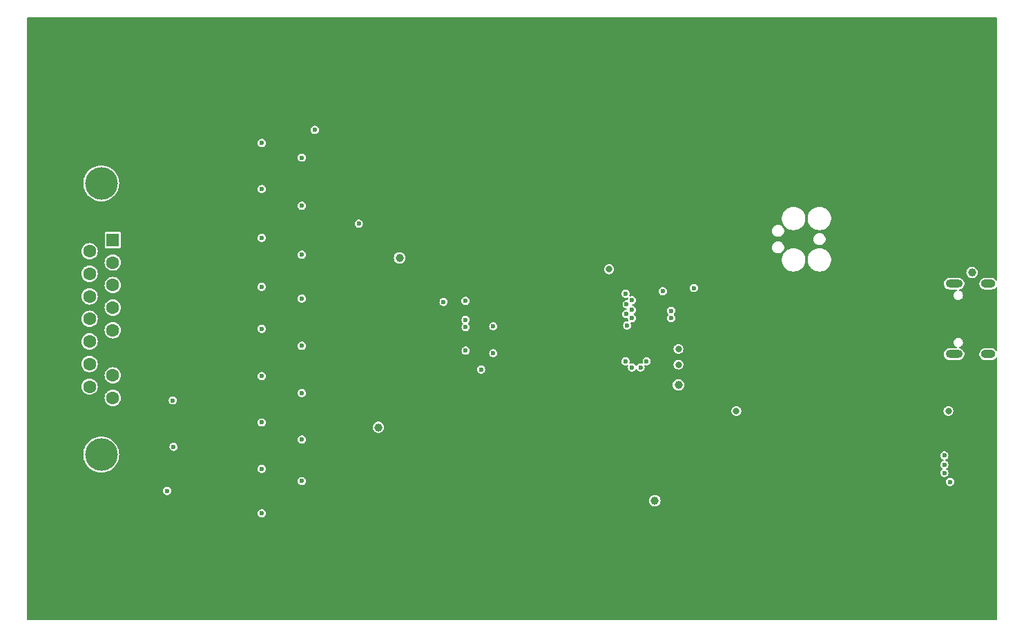
<source format=gbr>
%TF.GenerationSoftware,KiCad,Pcbnew,(7.0.0-0)*%
%TF.CreationDate,2023-03-23T21:01:42+01:00*%
%TF.ProjectId,SimpleECG_v0,53696d70-6c65-4454-9347-5f76302e6b69,rev?*%
%TF.SameCoordinates,Original*%
%TF.FileFunction,Copper,L3,Inr*%
%TF.FilePolarity,Positive*%
%FSLAX46Y46*%
G04 Gerber Fmt 4.6, Leading zero omitted, Abs format (unit mm)*
G04 Created by KiCad (PCBNEW (7.0.0-0)) date 2023-03-23 21:01:42*
%MOMM*%
%LPD*%
G01*
G04 APERTURE LIST*
%TA.AperFunction,ComponentPad*%
%ADD10C,4.000000*%
%TD*%
%TA.AperFunction,ComponentPad*%
%ADD11R,1.600000X1.600000*%
%TD*%
%TA.AperFunction,ComponentPad*%
%ADD12C,1.600000*%
%TD*%
%TA.AperFunction,ComponentPad*%
%ADD13O,2.100000X1.000000*%
%TD*%
%TA.AperFunction,ComponentPad*%
%ADD14O,1.800000X1.000000*%
%TD*%
%TA.AperFunction,ViaPad*%
%ADD15C,0.600000*%
%TD*%
%TA.AperFunction,ViaPad*%
%ADD16C,0.800000*%
%TD*%
%TA.AperFunction,ViaPad*%
%ADD17C,1.000000*%
%TD*%
G04 APERTURE END LIST*
D10*
%TO.N,N/C*%
%TO.C,J2*%
X62420000Y-39345000D03*
X62420000Y-72645000D03*
D11*
%TO.N,/AFE/V2*%
X63839999Y-46299999D03*
D12*
%TO.N,/AFE/V3*%
X63840000Y-49070000D03*
%TO.N,/AFE/V4*%
X63840000Y-51840000D03*
%TO.N,/AFE/V5*%
X63840000Y-54610000D03*
%TO.N,/AFE/V6*%
X63840000Y-57380000D03*
%TO.N,GND*%
X63840000Y-60150000D03*
%TO.N,unconnected-(J2-Pin_7-Pad7)*%
X63840000Y-62920000D03*
%TO.N,unconnected-(J2-Pin_8-Pad8)*%
X63840000Y-65690000D03*
%TO.N,/AFE/RA*%
X61000000Y-47685000D03*
%TO.N,/AFE/LA*%
X61000000Y-50455000D03*
%TO.N,/AFE/LL*%
X61000000Y-53225000D03*
%TO.N,/AFE/V1*%
X61000000Y-55995000D03*
%TO.N,unconnected-(J2-Pin_13-Pad13)*%
X61000000Y-58765000D03*
%TO.N,RL*%
X61000000Y-61535000D03*
%TO.N,unconnected-(J2-Pin_15-Pad15)*%
X61000000Y-64305000D03*
%TD*%
D13*
%TO.N,unconnected-(J1-SHIELD-PadS1)*%
%TO.C,J1*%
X166999999Y-60319999D03*
D14*
X171179999Y-60319999D03*
D13*
X166999999Y-51679999D03*
D14*
X171179999Y-51679999D03*
%TD*%
D15*
%TO.N,/STM32F1/NRST*%
X135100000Y-52200000D03*
X131280000Y-52594500D03*
D16*
%TO.N,GND*%
X154900000Y-80300000D03*
D17*
X145024692Y-66148787D03*
D16*
X101000000Y-20000000D03*
X104249999Y-45050001D03*
X116800000Y-80300000D03*
X78700000Y-34500000D03*
X74212500Y-63193750D03*
D15*
X86012000Y-68700000D03*
D16*
X73000000Y-20000000D03*
X85000000Y-92000000D03*
X133000000Y-20000000D03*
X121000000Y-20000000D03*
D15*
X107100000Y-54600000D03*
D16*
X77000000Y-92000000D03*
D15*
X99550000Y-49850000D03*
D16*
X74212500Y-57393750D03*
X93000000Y-67600000D03*
X74212500Y-46243750D03*
X161000000Y-92000000D03*
X77000000Y-20000000D03*
X125000000Y-92000000D03*
X116800000Y-42200000D03*
X161000000Y-20000000D03*
D15*
X163315000Y-57300000D03*
D16*
X57000000Y-92000000D03*
X98049999Y-68949999D03*
X157000000Y-92000000D03*
X78700000Y-74506250D03*
X154900000Y-29500000D03*
X116800000Y-29500000D03*
X169500000Y-65000000D03*
X165000000Y-20000000D03*
X78700000Y-79950000D03*
D15*
X108000000Y-57000000D03*
D16*
X97000000Y-92000000D03*
X169400000Y-77200000D03*
X126180000Y-47870500D03*
X66000000Y-80300000D03*
X109000000Y-92000000D03*
X137049500Y-51100000D03*
D17*
X146920751Y-76899500D03*
D16*
X124600000Y-60800000D03*
D15*
X107100000Y-60700000D03*
D17*
X144900000Y-69960000D03*
D16*
X74212500Y-52243750D03*
X113000000Y-20000000D03*
D15*
X126680000Y-57620000D03*
D16*
X73000000Y-92000000D03*
X100100000Y-45000000D03*
X101000000Y-92000000D03*
X149000000Y-92000000D03*
X137049500Y-53300000D03*
X133000000Y-92000000D03*
D15*
X103600000Y-61000000D03*
D16*
X154900000Y-42200000D03*
D15*
X132030500Y-46820000D03*
D16*
X158200000Y-77100000D03*
X89000000Y-20000000D03*
X85000000Y-20000000D03*
X117000000Y-20000000D03*
D15*
X86012000Y-40000000D03*
D16*
X129500000Y-29500000D03*
D15*
X86012000Y-46000000D03*
D16*
X98100000Y-66500000D03*
X91400000Y-80300000D03*
X108200000Y-63600000D03*
X129000000Y-20000000D03*
X89000000Y-92000000D03*
X129000000Y-92000000D03*
X103900000Y-68600000D03*
X61000000Y-20000000D03*
D15*
X99300000Y-61200000D03*
X131594786Y-58477753D03*
X132576613Y-53418137D03*
D17*
X135462793Y-74793457D03*
D16*
X137099500Y-55400000D03*
X113000000Y-92000000D03*
D15*
X103899500Y-52167384D03*
D16*
X105000000Y-92000000D03*
D15*
X93800000Y-50200000D03*
D16*
X57000000Y-20000000D03*
X145000000Y-20000000D03*
X153000000Y-92000000D03*
X137000000Y-92000000D03*
X78700000Y-68800000D03*
X149000000Y-20000000D03*
X93000000Y-65500000D03*
X69000000Y-92000000D03*
X127630000Y-42870000D03*
X66000000Y-29500000D03*
X153000000Y-20000000D03*
X132130000Y-44670000D03*
X109000000Y-20000000D03*
X78700000Y-46150000D03*
X65000000Y-20000000D03*
X101800000Y-68600000D03*
X137000000Y-20000000D03*
D15*
X86012000Y-34400000D03*
D16*
X165315000Y-52600000D03*
D15*
X86012000Y-74400000D03*
D16*
X78700000Y-63100000D03*
X98000000Y-45000000D03*
X93000000Y-20000000D03*
D15*
X129078424Y-52721576D03*
X104400000Y-53100000D03*
D16*
X121000000Y-92000000D03*
X74212500Y-68893750D03*
D17*
X144800000Y-80156250D03*
D15*
X145460717Y-44039283D03*
X128280000Y-47920000D03*
D16*
X165215000Y-59200000D03*
D15*
X86012000Y-57200000D03*
D16*
X81000000Y-92000000D03*
X78700000Y-52150000D03*
D15*
X101800000Y-52200000D03*
D16*
X104100000Y-29500000D03*
X104100000Y-80300000D03*
X167600000Y-29500000D03*
X104100000Y-42200000D03*
D15*
X102700000Y-52167384D03*
D16*
X169000000Y-92000000D03*
X97000000Y-20000000D03*
X169000000Y-20000000D03*
X65000000Y-92000000D03*
X141000000Y-92000000D03*
D15*
X100300000Y-61200000D03*
D16*
X91400000Y-29500000D03*
D15*
X86012000Y-79800000D03*
D16*
X104300000Y-47100000D03*
D15*
X139805000Y-48700000D03*
D16*
X78700000Y-57300000D03*
X74212500Y-34593750D03*
X69000000Y-20000000D03*
X105000000Y-20000000D03*
D15*
X135580000Y-46820000D03*
D16*
X113700000Y-51500000D03*
X137300000Y-59800000D03*
X142200000Y-29500000D03*
X145000000Y-92000000D03*
X74212500Y-40243750D03*
X158800000Y-57900000D03*
X74212500Y-80043750D03*
D17*
X166850001Y-37950001D03*
D16*
X78700000Y-40150000D03*
X110000000Y-51200000D03*
X165000000Y-92000000D03*
D15*
X86012000Y-63000000D03*
D16*
X157000000Y-20000000D03*
X125000000Y-20000000D03*
X141000000Y-20000000D03*
X81000000Y-20000000D03*
X74212500Y-74600000D03*
X117000000Y-92000000D03*
D15*
X97800000Y-61200000D03*
X86012000Y-52000000D03*
D16*
X61000000Y-92000000D03*
X93000000Y-92000000D03*
X110000000Y-49100000D03*
D15*
%TO.N,+3V3*%
X110499500Y-56900000D03*
D16*
X133200000Y-61600000D03*
X140300000Y-67300000D03*
X124700000Y-49900000D03*
D17*
X133200000Y-64100000D03*
D16*
X133200000Y-59700000D03*
D15*
X110499500Y-60200000D03*
D16*
X166300000Y-67300000D03*
D17*
%TO.N,/Power/VBUS*%
X169200000Y-50300000D03*
D15*
%TO.N,/STM32F1/PB6*%
X132300000Y-55900000D03*
%TO.N,/STM32F1/PB7*%
X132300000Y-55000000D03*
%TO.N,RL*%
X82100500Y-57200000D03*
X94000000Y-44300000D03*
X82100500Y-63000000D03*
X82100500Y-74406250D03*
X82100500Y-79850000D03*
X82100500Y-40050000D03*
X82100500Y-68700000D03*
X82100500Y-46050000D03*
X82100500Y-34400000D03*
X82100500Y-52050000D03*
%TO.N,+3.3VADC*%
X88600000Y-32800000D03*
X87012000Y-42100000D03*
X87012000Y-75900000D03*
D17*
X96400000Y-69300000D03*
D15*
X87012000Y-59300000D03*
X87012000Y-36200000D03*
D17*
X99000000Y-48500000D03*
D15*
X87012000Y-70800000D03*
X87012000Y-65100000D03*
X87012000Y-48100000D03*
X87012000Y-53500000D03*
D17*
X130300000Y-78300000D03*
D15*
%TO.N,/AFE/RA*%
X71300000Y-71700000D03*
%TO.N,/AFE/LA*%
X71200000Y-66000000D03*
%TO.N,/AFE/LL*%
X70500000Y-77100000D03*
%TO.N,/AFE/ADS_STATUS*%
X107100000Y-56100000D03*
X109000000Y-62200000D03*
%TO.N,/AFE/~{RESET}*%
X126911283Y-56799500D03*
%TO.N,/AFE/~{CS}*%
X126773451Y-55397241D03*
%TO.N,/AFE/MOSI*%
X107105806Y-59889649D03*
X127514195Y-54888171D03*
X107100000Y-57000000D03*
%TO.N,/AFE/START*%
X127500000Y-55900000D03*
%TO.N,/AFE/SCLK*%
X104400000Y-53899503D03*
X127500000Y-53700000D03*
X107079501Y-53769999D03*
%TO.N,/AFE/MISO*%
X126843482Y-54198241D03*
%TO.N,/AFE/~{DRDY}*%
X126722170Y-52903000D03*
%TO.N,/SD_CS*%
X165800000Y-72760000D03*
X129300000Y-61200000D03*
%TO.N,/SPI2_MOSI*%
X165800000Y-73900000D03*
X128550000Y-61950000D03*
%TO.N,/SPI2_CLK*%
X126700000Y-61200000D03*
X166500000Y-76000000D03*
%TO.N,/SPI2_MISO*%
X127500000Y-61950000D03*
X165800000Y-74900000D03*
%TD*%
%TA.AperFunction,Conductor*%
%TO.N,GND*%
G36*
X172250000Y-19013763D02*
G01*
X172286237Y-19050000D01*
X172299500Y-19099500D01*
X172299500Y-51174740D01*
X172281975Y-51230978D01*
X172235606Y-51267307D01*
X172176808Y-51270863D01*
X172126397Y-51240389D01*
X172051900Y-51156299D01*
X172051898Y-51156297D01*
X172047929Y-51151817D01*
X172010566Y-51126027D01*
X171912855Y-51058581D01*
X171912851Y-51058579D01*
X171907930Y-51055182D01*
X171902335Y-51053060D01*
X171754471Y-50996983D01*
X171754468Y-50996982D01*
X171748872Y-50994860D01*
X171742932Y-50994138D01*
X171742925Y-50994137D01*
X171625339Y-50979860D01*
X171625334Y-50979859D01*
X171622372Y-50979500D01*
X170737628Y-50979500D01*
X170734666Y-50979859D01*
X170734660Y-50979860D01*
X170617074Y-50994137D01*
X170617065Y-50994139D01*
X170611128Y-50994860D01*
X170605533Y-50996981D01*
X170605528Y-50996983D01*
X170457664Y-51053060D01*
X170457660Y-51053061D01*
X170452070Y-51055182D01*
X170447151Y-51058577D01*
X170447144Y-51058581D01*
X170317000Y-51148414D01*
X170316996Y-51148417D01*
X170312071Y-51151817D01*
X170308105Y-51156293D01*
X170308099Y-51156299D01*
X170203237Y-51274665D01*
X170203234Y-51274667D01*
X170199266Y-51279148D01*
X170196485Y-51284446D01*
X170196482Y-51284451D01*
X170122993Y-51424471D01*
X170122990Y-51424476D01*
X170120210Y-51429775D01*
X170118777Y-51435587D01*
X170118776Y-51435591D01*
X170080933Y-51589128D01*
X170079500Y-51594944D01*
X170079500Y-51765056D01*
X170080932Y-51770868D01*
X170080933Y-51770871D01*
X170113030Y-51901097D01*
X170120210Y-51930225D01*
X170122992Y-51935526D01*
X170122993Y-51935528D01*
X170179394Y-52042989D01*
X170199266Y-52080852D01*
X170203237Y-52085334D01*
X170304821Y-52200000D01*
X170312071Y-52208183D01*
X170452070Y-52304818D01*
X170611128Y-52365140D01*
X170737628Y-52380500D01*
X171619385Y-52380500D01*
X171622372Y-52380500D01*
X171748872Y-52365140D01*
X171907930Y-52304818D01*
X172047929Y-52208183D01*
X172114932Y-52132552D01*
X172126397Y-52119611D01*
X172176808Y-52089137D01*
X172235606Y-52092693D01*
X172281975Y-52129022D01*
X172299500Y-52185260D01*
X172299500Y-59814740D01*
X172281975Y-59870978D01*
X172235606Y-59907307D01*
X172176808Y-59910863D01*
X172126397Y-59880389D01*
X172051900Y-59796299D01*
X172051898Y-59796297D01*
X172047929Y-59791817D01*
X172004655Y-59761947D01*
X171912855Y-59698581D01*
X171912851Y-59698579D01*
X171907930Y-59695182D01*
X171902335Y-59693060D01*
X171754471Y-59636983D01*
X171754468Y-59636982D01*
X171748872Y-59634860D01*
X171742932Y-59634138D01*
X171742925Y-59634137D01*
X171625339Y-59619860D01*
X171625334Y-59619859D01*
X171622372Y-59619500D01*
X170737628Y-59619500D01*
X170734666Y-59619859D01*
X170734660Y-59619860D01*
X170617074Y-59634137D01*
X170617065Y-59634139D01*
X170611128Y-59634860D01*
X170605533Y-59636981D01*
X170605528Y-59636983D01*
X170457664Y-59693060D01*
X170457660Y-59693061D01*
X170452070Y-59695182D01*
X170447151Y-59698577D01*
X170447144Y-59698581D01*
X170317000Y-59788414D01*
X170316996Y-59788417D01*
X170312071Y-59791817D01*
X170308105Y-59796293D01*
X170308099Y-59796299D01*
X170203237Y-59914665D01*
X170203234Y-59914667D01*
X170199266Y-59919148D01*
X170196485Y-59924446D01*
X170196482Y-59924451D01*
X170122993Y-60064471D01*
X170122990Y-60064476D01*
X170120210Y-60069775D01*
X170118777Y-60075587D01*
X170118776Y-60075591D01*
X170083039Y-60220585D01*
X170079500Y-60234944D01*
X170079500Y-60405056D01*
X170080932Y-60410868D01*
X170080933Y-60410871D01*
X170115320Y-60550388D01*
X170120210Y-60570225D01*
X170199266Y-60720852D01*
X170203237Y-60725334D01*
X170285204Y-60817857D01*
X170312071Y-60848183D01*
X170317000Y-60851585D01*
X170417956Y-60921271D01*
X170452070Y-60944818D01*
X170611128Y-61005140D01*
X170737628Y-61020500D01*
X171619385Y-61020500D01*
X171622372Y-61020500D01*
X171748872Y-61005140D01*
X171907930Y-60944818D01*
X172047929Y-60848183D01*
X172098302Y-60791322D01*
X172126397Y-60759611D01*
X172176808Y-60729137D01*
X172235606Y-60732693D01*
X172281975Y-60769022D01*
X172299500Y-60825260D01*
X172299500Y-92900500D01*
X172286237Y-92950000D01*
X172250000Y-92986237D01*
X172200500Y-92999500D01*
X53399500Y-92999500D01*
X53350000Y-92986237D01*
X53313763Y-92950000D01*
X53300500Y-92900500D01*
X53300500Y-79850000D01*
X81594853Y-79850000D01*
X81595861Y-79857011D01*
X81614326Y-79985443D01*
X81614327Y-79985446D01*
X81615335Y-79992457D01*
X81675123Y-80123373D01*
X81769372Y-80232143D01*
X81890447Y-80309953D01*
X82028539Y-80350500D01*
X82165383Y-80350500D01*
X82172461Y-80350500D01*
X82310553Y-80309953D01*
X82431628Y-80232143D01*
X82525877Y-80123373D01*
X82585665Y-79992457D01*
X82606147Y-79850000D01*
X82585665Y-79707543D01*
X82525877Y-79576627D01*
X82431628Y-79467857D01*
X82425674Y-79464030D01*
X82425671Y-79464028D01*
X82316510Y-79393875D01*
X82316508Y-79393874D01*
X82310553Y-79390047D01*
X82172461Y-79349500D01*
X82028539Y-79349500D01*
X82021748Y-79351493D01*
X82021747Y-79351494D01*
X81897240Y-79388052D01*
X81897237Y-79388053D01*
X81890447Y-79390047D01*
X81884494Y-79393872D01*
X81884489Y-79393875D01*
X81775328Y-79464028D01*
X81775322Y-79464033D01*
X81769372Y-79467857D01*
X81764736Y-79473206D01*
X81764735Y-79473208D01*
X81679763Y-79571271D01*
X81679760Y-79571275D01*
X81675123Y-79576627D01*
X81672180Y-79583070D01*
X81672178Y-79583074D01*
X81618278Y-79701097D01*
X81618276Y-79701102D01*
X81615335Y-79707543D01*
X81614327Y-79714551D01*
X81614326Y-79714556D01*
X81595861Y-79842989D01*
X81594853Y-79850000D01*
X53300500Y-79850000D01*
X53300500Y-78300000D01*
X129594355Y-78300000D01*
X129595077Y-78305946D01*
X129614137Y-78462925D01*
X129614138Y-78462932D01*
X129614860Y-78468872D01*
X129675182Y-78627930D01*
X129678579Y-78632851D01*
X129678581Y-78632855D01*
X129768414Y-78762999D01*
X129771817Y-78767929D01*
X129899148Y-78880734D01*
X130049775Y-78959790D01*
X130214944Y-79000500D01*
X130379068Y-79000500D01*
X130385056Y-79000500D01*
X130550225Y-78959790D01*
X130700852Y-78880734D01*
X130828183Y-78767929D01*
X130924818Y-78627930D01*
X130985140Y-78468872D01*
X131005645Y-78300000D01*
X130985140Y-78131128D01*
X130924818Y-77972070D01*
X130828183Y-77832071D01*
X130700852Y-77719266D01*
X130550225Y-77640210D01*
X130544409Y-77638776D01*
X130544408Y-77638776D01*
X130390871Y-77600933D01*
X130390868Y-77600932D01*
X130385056Y-77599500D01*
X130214944Y-77599500D01*
X130209131Y-77600932D01*
X130209128Y-77600933D01*
X130055591Y-77638776D01*
X130055587Y-77638777D01*
X130049775Y-77640210D01*
X130044476Y-77642990D01*
X130044471Y-77642993D01*
X129904451Y-77716482D01*
X129904446Y-77716485D01*
X129899148Y-77719266D01*
X129894667Y-77723234D01*
X129894665Y-77723237D01*
X129776299Y-77828099D01*
X129776293Y-77828105D01*
X129771817Y-77832071D01*
X129768417Y-77836996D01*
X129768414Y-77837000D01*
X129678581Y-77967144D01*
X129678577Y-77967151D01*
X129675182Y-77972070D01*
X129673061Y-77977660D01*
X129673060Y-77977664D01*
X129616983Y-78125528D01*
X129616981Y-78125533D01*
X129614860Y-78131128D01*
X129614139Y-78137065D01*
X129614137Y-78137074D01*
X129595388Y-78291487D01*
X129594355Y-78300000D01*
X53300500Y-78300000D01*
X53300500Y-77100000D01*
X69994353Y-77100000D01*
X69995361Y-77107011D01*
X70013826Y-77235443D01*
X70013827Y-77235446D01*
X70014835Y-77242457D01*
X70074623Y-77373373D01*
X70168872Y-77482143D01*
X70289947Y-77559953D01*
X70428039Y-77600500D01*
X70564883Y-77600500D01*
X70571961Y-77600500D01*
X70710053Y-77559953D01*
X70831128Y-77482143D01*
X70925377Y-77373373D01*
X70985165Y-77242457D01*
X71005647Y-77100000D01*
X70985165Y-76957543D01*
X70925377Y-76826627D01*
X70831128Y-76717857D01*
X70825174Y-76714030D01*
X70825171Y-76714028D01*
X70716010Y-76643875D01*
X70716008Y-76643874D01*
X70710053Y-76640047D01*
X70571961Y-76599500D01*
X70428039Y-76599500D01*
X70421248Y-76601493D01*
X70421247Y-76601494D01*
X70296740Y-76638052D01*
X70296737Y-76638053D01*
X70289947Y-76640047D01*
X70283994Y-76643872D01*
X70283989Y-76643875D01*
X70174828Y-76714028D01*
X70174822Y-76714033D01*
X70168872Y-76717857D01*
X70164236Y-76723206D01*
X70164235Y-76723208D01*
X70079263Y-76821271D01*
X70079260Y-76821275D01*
X70074623Y-76826627D01*
X70071680Y-76833070D01*
X70071678Y-76833074D01*
X70017778Y-76951097D01*
X70017776Y-76951102D01*
X70014835Y-76957543D01*
X70013827Y-76964551D01*
X70013826Y-76964556D01*
X69995361Y-77092989D01*
X69994353Y-77100000D01*
X53300500Y-77100000D01*
X53300500Y-75900000D01*
X86506353Y-75900000D01*
X86507361Y-75907011D01*
X86525826Y-76035443D01*
X86525827Y-76035446D01*
X86526835Y-76042457D01*
X86529777Y-76048899D01*
X86529778Y-76048902D01*
X86572504Y-76142457D01*
X86586623Y-76173373D01*
X86680872Y-76282143D01*
X86801947Y-76359953D01*
X86940039Y-76400500D01*
X87076883Y-76400500D01*
X87083961Y-76400500D01*
X87222053Y-76359953D01*
X87343128Y-76282143D01*
X87437377Y-76173373D01*
X87497165Y-76042457D01*
X87503269Y-76000000D01*
X165994353Y-76000000D01*
X165995361Y-76007011D01*
X166013826Y-76135443D01*
X166013827Y-76135446D01*
X166014835Y-76142457D01*
X166017777Y-76148899D01*
X166017778Y-76148902D01*
X166071678Y-76266925D01*
X166074623Y-76273373D01*
X166168872Y-76382143D01*
X166174826Y-76385969D01*
X166174828Y-76385971D01*
X166197436Y-76400500D01*
X166289947Y-76459953D01*
X166428039Y-76500500D01*
X166564883Y-76500500D01*
X166571961Y-76500500D01*
X166710053Y-76459953D01*
X166831128Y-76382143D01*
X166925377Y-76273373D01*
X166985165Y-76142457D01*
X167005647Y-76000000D01*
X166985165Y-75857543D01*
X166925377Y-75726627D01*
X166831128Y-75617857D01*
X166825174Y-75614030D01*
X166825171Y-75614028D01*
X166716010Y-75543875D01*
X166716008Y-75543874D01*
X166710053Y-75540047D01*
X166621439Y-75514028D01*
X166578752Y-75501494D01*
X166571961Y-75499500D01*
X166428039Y-75499500D01*
X166421248Y-75501493D01*
X166421247Y-75501494D01*
X166296740Y-75538052D01*
X166296737Y-75538053D01*
X166289947Y-75540047D01*
X166283994Y-75543872D01*
X166283989Y-75543875D01*
X166174828Y-75614028D01*
X166174822Y-75614033D01*
X166168872Y-75617857D01*
X166164236Y-75623206D01*
X166164235Y-75623208D01*
X166079263Y-75721271D01*
X166079260Y-75721275D01*
X166074623Y-75726627D01*
X166071680Y-75733070D01*
X166071678Y-75733074D01*
X166017778Y-75851097D01*
X166017776Y-75851102D01*
X166014835Y-75857543D01*
X166013827Y-75864551D01*
X166013826Y-75864556D01*
X165995361Y-75992989D01*
X165994353Y-76000000D01*
X87503269Y-76000000D01*
X87517647Y-75900000D01*
X87497165Y-75757543D01*
X87437377Y-75626627D01*
X87343128Y-75517857D01*
X87337174Y-75514030D01*
X87337171Y-75514028D01*
X87228010Y-75443875D01*
X87228008Y-75443874D01*
X87222053Y-75440047D01*
X87083961Y-75399500D01*
X86940039Y-75399500D01*
X86933248Y-75401493D01*
X86933247Y-75401494D01*
X86808740Y-75438052D01*
X86808737Y-75438053D01*
X86801947Y-75440047D01*
X86795994Y-75443872D01*
X86795989Y-75443875D01*
X86686828Y-75514028D01*
X86686822Y-75514033D01*
X86680872Y-75517857D01*
X86676236Y-75523206D01*
X86676235Y-75523208D01*
X86591263Y-75621271D01*
X86591260Y-75621275D01*
X86586623Y-75626627D01*
X86583680Y-75633070D01*
X86583678Y-75633074D01*
X86529778Y-75751097D01*
X86529776Y-75751102D01*
X86526835Y-75757543D01*
X86525827Y-75764551D01*
X86525826Y-75764556D01*
X86513384Y-75851097D01*
X86506353Y-75900000D01*
X53300500Y-75900000D01*
X53300500Y-72645000D01*
X60214778Y-72645000D01*
X60214990Y-72648234D01*
X60231652Y-72902457D01*
X60233644Y-72932839D01*
X60234272Y-72935998D01*
X60234274Y-72936010D01*
X60289287Y-73212579D01*
X60289289Y-73212588D01*
X60289919Y-73215753D01*
X60290957Y-73218811D01*
X60290959Y-73218818D01*
X60381599Y-73485834D01*
X60381602Y-73485841D01*
X60382641Y-73488902D01*
X60384070Y-73491801D01*
X60384074Y-73491809D01*
X60508785Y-73744698D01*
X60510222Y-73747611D01*
X60512027Y-73750313D01*
X60512028Y-73750314D01*
X60645537Y-73950125D01*
X60670480Y-73987454D01*
X60672616Y-73989890D01*
X60672621Y-73989896D01*
X60793316Y-74127521D01*
X60860673Y-74204327D01*
X60863119Y-74206472D01*
X61075103Y-74392378D01*
X61075107Y-74392381D01*
X61077546Y-74394520D01*
X61317389Y-74554778D01*
X61576098Y-74682359D01*
X61849247Y-74775081D01*
X62132161Y-74831356D01*
X62420000Y-74850222D01*
X62707839Y-74831356D01*
X62990753Y-74775081D01*
X63263902Y-74682359D01*
X63522611Y-74554778D01*
X63744899Y-74406250D01*
X81594853Y-74406250D01*
X81595861Y-74413261D01*
X81614326Y-74541693D01*
X81614327Y-74541696D01*
X81615335Y-74548707D01*
X81618277Y-74555149D01*
X81618278Y-74555152D01*
X81672178Y-74673175D01*
X81675123Y-74679623D01*
X81769372Y-74788393D01*
X81890447Y-74866203D01*
X82028539Y-74906750D01*
X82165383Y-74906750D01*
X82172461Y-74906750D01*
X82195450Y-74900000D01*
X165294353Y-74900000D01*
X165295361Y-74907011D01*
X165313826Y-75035443D01*
X165313827Y-75035446D01*
X165314835Y-75042457D01*
X165374623Y-75173373D01*
X165468872Y-75282143D01*
X165589947Y-75359953D01*
X165728039Y-75400500D01*
X165864883Y-75400500D01*
X165871961Y-75400500D01*
X166010053Y-75359953D01*
X166131128Y-75282143D01*
X166225377Y-75173373D01*
X166285165Y-75042457D01*
X166305647Y-74900000D01*
X166285165Y-74757543D01*
X166225377Y-74626627D01*
X166131128Y-74517857D01*
X166125174Y-74514030D01*
X166125171Y-74514028D01*
X166077331Y-74483284D01*
X166043964Y-74447446D01*
X166031854Y-74400000D01*
X166043964Y-74352554D01*
X166077331Y-74316716D01*
X166131128Y-74282143D01*
X166225377Y-74173373D01*
X166285165Y-74042457D01*
X166305647Y-73900000D01*
X166285165Y-73757543D01*
X166225377Y-73626627D01*
X166131128Y-73517857D01*
X166125174Y-73514030D01*
X166125171Y-73514028D01*
X166016010Y-73443875D01*
X166016008Y-73443874D01*
X166010053Y-73440047D01*
X166003262Y-73438053D01*
X166003260Y-73438052D01*
X165958771Y-73424989D01*
X165915666Y-73398995D01*
X165890915Y-73355165D01*
X165890916Y-73304830D01*
X165915669Y-73261001D01*
X165958768Y-73235011D01*
X166010053Y-73219953D01*
X166131128Y-73142143D01*
X166225377Y-73033373D01*
X166285165Y-72902457D01*
X166305647Y-72760000D01*
X166285165Y-72617543D01*
X166225377Y-72486627D01*
X166131128Y-72377857D01*
X166125174Y-72374030D01*
X166125171Y-72374028D01*
X166016010Y-72303875D01*
X166016008Y-72303874D01*
X166010053Y-72300047D01*
X165871961Y-72259500D01*
X165728039Y-72259500D01*
X165721248Y-72261493D01*
X165721247Y-72261494D01*
X165596740Y-72298052D01*
X165596737Y-72298053D01*
X165589947Y-72300047D01*
X165583994Y-72303872D01*
X165583989Y-72303875D01*
X165474828Y-72374028D01*
X165474822Y-72374033D01*
X165468872Y-72377857D01*
X165464236Y-72383206D01*
X165464235Y-72383208D01*
X165379263Y-72481271D01*
X165379260Y-72481275D01*
X165374623Y-72486627D01*
X165371680Y-72493070D01*
X165371678Y-72493074D01*
X165317778Y-72611097D01*
X165317776Y-72611102D01*
X165314835Y-72617543D01*
X165313827Y-72624551D01*
X165313826Y-72624556D01*
X165311352Y-72641766D01*
X165294353Y-72760000D01*
X165295361Y-72767011D01*
X165313826Y-72895443D01*
X165313827Y-72895446D01*
X165314835Y-72902457D01*
X165374623Y-73033373D01*
X165468872Y-73142143D01*
X165589947Y-73219953D01*
X165641228Y-73235010D01*
X165684331Y-73261001D01*
X165709083Y-73304830D01*
X165709084Y-73355165D01*
X165684333Y-73398995D01*
X165641229Y-73424988D01*
X165596743Y-73438050D01*
X165596733Y-73438054D01*
X165589947Y-73440047D01*
X165583994Y-73443872D01*
X165583989Y-73443875D01*
X165474828Y-73514028D01*
X165474822Y-73514033D01*
X165468872Y-73517857D01*
X165464236Y-73523206D01*
X165464235Y-73523208D01*
X165379263Y-73621271D01*
X165379260Y-73621275D01*
X165374623Y-73626627D01*
X165371680Y-73633070D01*
X165371678Y-73633074D01*
X165317778Y-73751097D01*
X165317776Y-73751102D01*
X165314835Y-73757543D01*
X165313827Y-73764551D01*
X165313826Y-73764556D01*
X165295361Y-73892989D01*
X165294353Y-73900000D01*
X165295361Y-73907011D01*
X165313826Y-74035443D01*
X165313827Y-74035446D01*
X165314835Y-74042457D01*
X165374623Y-74173373D01*
X165468872Y-74282143D01*
X165522669Y-74316716D01*
X165556035Y-74352555D01*
X165568145Y-74400000D01*
X165556035Y-74447445D01*
X165522669Y-74483283D01*
X165468872Y-74517857D01*
X165464236Y-74523206D01*
X165464235Y-74523208D01*
X165379263Y-74621271D01*
X165379260Y-74621275D01*
X165374623Y-74626627D01*
X165371680Y-74633070D01*
X165371678Y-74633074D01*
X165317778Y-74751097D01*
X165317776Y-74751102D01*
X165314835Y-74757543D01*
X165313827Y-74764551D01*
X165313826Y-74764556D01*
X165295361Y-74892989D01*
X165294353Y-74900000D01*
X82195450Y-74900000D01*
X82310553Y-74866203D01*
X82431628Y-74788393D01*
X82525877Y-74679623D01*
X82585665Y-74548707D01*
X82606147Y-74406250D01*
X82604460Y-74394520D01*
X82604082Y-74391892D01*
X82585665Y-74263793D01*
X82525877Y-74132877D01*
X82431628Y-74024107D01*
X82425674Y-74020280D01*
X82425671Y-74020278D01*
X82316510Y-73950125D01*
X82316508Y-73950124D01*
X82310553Y-73946297D01*
X82172461Y-73905750D01*
X82028539Y-73905750D01*
X82021748Y-73907743D01*
X82021747Y-73907744D01*
X81897240Y-73944302D01*
X81897237Y-73944303D01*
X81890447Y-73946297D01*
X81884494Y-73950122D01*
X81884489Y-73950125D01*
X81775328Y-74020278D01*
X81775322Y-74020283D01*
X81769372Y-74024107D01*
X81764736Y-74029456D01*
X81764735Y-74029458D01*
X81679763Y-74127521D01*
X81679760Y-74127525D01*
X81675123Y-74132877D01*
X81672180Y-74139320D01*
X81672178Y-74139324D01*
X81618278Y-74257347D01*
X81618276Y-74257352D01*
X81615335Y-74263793D01*
X81614327Y-74270801D01*
X81614326Y-74270806D01*
X81596280Y-74396326D01*
X81594853Y-74406250D01*
X63744899Y-74406250D01*
X63762454Y-74394520D01*
X63979327Y-74204327D01*
X64169520Y-73987454D01*
X64329778Y-73747611D01*
X64457359Y-73488902D01*
X64550081Y-73215753D01*
X64606356Y-72932839D01*
X64625222Y-72645000D01*
X64606356Y-72357161D01*
X64550081Y-72074247D01*
X64457359Y-71801098D01*
X64410960Y-71707011D01*
X64407503Y-71700000D01*
X70794353Y-71700000D01*
X70795361Y-71707011D01*
X70813826Y-71835443D01*
X70813827Y-71835446D01*
X70814835Y-71842457D01*
X70874623Y-71973373D01*
X70968872Y-72082143D01*
X71089947Y-72159953D01*
X71228039Y-72200500D01*
X71364883Y-72200500D01*
X71371961Y-72200500D01*
X71510053Y-72159953D01*
X71631128Y-72082143D01*
X71725377Y-71973373D01*
X71785165Y-71842457D01*
X71805647Y-71700000D01*
X71785165Y-71557543D01*
X71725377Y-71426627D01*
X71631128Y-71317857D01*
X71625174Y-71314030D01*
X71625171Y-71314028D01*
X71516010Y-71243875D01*
X71516008Y-71243874D01*
X71510053Y-71240047D01*
X71371961Y-71199500D01*
X71228039Y-71199500D01*
X71221248Y-71201493D01*
X71221247Y-71201494D01*
X71096740Y-71238052D01*
X71096737Y-71238053D01*
X71089947Y-71240047D01*
X71083994Y-71243872D01*
X71083989Y-71243875D01*
X70974828Y-71314028D01*
X70974822Y-71314033D01*
X70968872Y-71317857D01*
X70964236Y-71323206D01*
X70964235Y-71323208D01*
X70879263Y-71421271D01*
X70879260Y-71421275D01*
X70874623Y-71426627D01*
X70871680Y-71433070D01*
X70871678Y-71433074D01*
X70817778Y-71551097D01*
X70817776Y-71551102D01*
X70814835Y-71557543D01*
X70813827Y-71564551D01*
X70813826Y-71564556D01*
X70795361Y-71692989D01*
X70794353Y-71700000D01*
X64407503Y-71700000D01*
X64331214Y-71545301D01*
X64329778Y-71542389D01*
X64169520Y-71302546D01*
X64165976Y-71298505D01*
X63981472Y-71088119D01*
X63979327Y-71085673D01*
X63808023Y-70935443D01*
X63764896Y-70897621D01*
X63764890Y-70897616D01*
X63762454Y-70895480D01*
X63619558Y-70800000D01*
X86506353Y-70800000D01*
X86507361Y-70807011D01*
X86525826Y-70935443D01*
X86525827Y-70935446D01*
X86526835Y-70942457D01*
X86586623Y-71073373D01*
X86680872Y-71182143D01*
X86686826Y-71185969D01*
X86686828Y-71185971D01*
X86767868Y-71238052D01*
X86801947Y-71259953D01*
X86940039Y-71300500D01*
X87076883Y-71300500D01*
X87083961Y-71300500D01*
X87222053Y-71259953D01*
X87343128Y-71182143D01*
X87437377Y-71073373D01*
X87497165Y-70942457D01*
X87517647Y-70800000D01*
X87497165Y-70657543D01*
X87437377Y-70526627D01*
X87343128Y-70417857D01*
X87337174Y-70414030D01*
X87337171Y-70414028D01*
X87228010Y-70343875D01*
X87228008Y-70343874D01*
X87222053Y-70340047D01*
X87083961Y-70299500D01*
X86940039Y-70299500D01*
X86933248Y-70301493D01*
X86933247Y-70301494D01*
X86808740Y-70338052D01*
X86808737Y-70338053D01*
X86801947Y-70340047D01*
X86795994Y-70343872D01*
X86795989Y-70343875D01*
X86686828Y-70414028D01*
X86686822Y-70414033D01*
X86680872Y-70417857D01*
X86676236Y-70423206D01*
X86676235Y-70423208D01*
X86591263Y-70521271D01*
X86591260Y-70521275D01*
X86586623Y-70526627D01*
X86583680Y-70533070D01*
X86583678Y-70533074D01*
X86529778Y-70651097D01*
X86529776Y-70651102D01*
X86526835Y-70657543D01*
X86525827Y-70664551D01*
X86525826Y-70664556D01*
X86515407Y-70737028D01*
X86506353Y-70800000D01*
X63619558Y-70800000D01*
X63609065Y-70792989D01*
X63525314Y-70737028D01*
X63525313Y-70737027D01*
X63522611Y-70735222D01*
X63519703Y-70733788D01*
X63519698Y-70733785D01*
X63266809Y-70609074D01*
X63266801Y-70609070D01*
X63263902Y-70607641D01*
X63260841Y-70606602D01*
X63260834Y-70606599D01*
X62993818Y-70515959D01*
X62993811Y-70515957D01*
X62990753Y-70514919D01*
X62987588Y-70514289D01*
X62987579Y-70514287D01*
X62711010Y-70459274D01*
X62710998Y-70459272D01*
X62707839Y-70458644D01*
X62704615Y-70458432D01*
X62704610Y-70458432D01*
X62423234Y-70439990D01*
X62420000Y-70439778D01*
X62416766Y-70439990D01*
X62135389Y-70458432D01*
X62135382Y-70458432D01*
X62132161Y-70458644D01*
X62129003Y-70459272D01*
X62128989Y-70459274D01*
X61852420Y-70514287D01*
X61852407Y-70514290D01*
X61849247Y-70514919D01*
X61846191Y-70515956D01*
X61846181Y-70515959D01*
X61579165Y-70606599D01*
X61579153Y-70606603D01*
X61576098Y-70607641D01*
X61573203Y-70609068D01*
X61573190Y-70609074D01*
X61320301Y-70733785D01*
X61320289Y-70733791D01*
X61317389Y-70735222D01*
X61314693Y-70737023D01*
X61314685Y-70737028D01*
X61080249Y-70893673D01*
X61080239Y-70893680D01*
X61077546Y-70895480D01*
X61075116Y-70897610D01*
X61075103Y-70897621D01*
X60863119Y-71083527D01*
X60863111Y-71083534D01*
X60860673Y-71085673D01*
X60858534Y-71088111D01*
X60858527Y-71088119D01*
X60672621Y-71300103D01*
X60672610Y-71300116D01*
X60670480Y-71302546D01*
X60668680Y-71305239D01*
X60668673Y-71305249D01*
X60512028Y-71539685D01*
X60512023Y-71539693D01*
X60510222Y-71542389D01*
X60508791Y-71545289D01*
X60508785Y-71545301D01*
X60384074Y-71798190D01*
X60384068Y-71798203D01*
X60382641Y-71801098D01*
X60381603Y-71804153D01*
X60381599Y-71804165D01*
X60290959Y-72071181D01*
X60290956Y-72071191D01*
X60289919Y-72074247D01*
X60289290Y-72077407D01*
X60289287Y-72077420D01*
X60234274Y-72353989D01*
X60234272Y-72354003D01*
X60233644Y-72357161D01*
X60233432Y-72360382D01*
X60233432Y-72360389D01*
X60225509Y-72481271D01*
X60214778Y-72645000D01*
X53300500Y-72645000D01*
X53300500Y-69300000D01*
X95694355Y-69300000D01*
X95695077Y-69305946D01*
X95714137Y-69462925D01*
X95714138Y-69462932D01*
X95714860Y-69468872D01*
X95775182Y-69627930D01*
X95778579Y-69632851D01*
X95778581Y-69632855D01*
X95868414Y-69762999D01*
X95871817Y-69767929D01*
X95999148Y-69880734D01*
X96149775Y-69959790D01*
X96314944Y-70000500D01*
X96479068Y-70000500D01*
X96485056Y-70000500D01*
X96650225Y-69959790D01*
X96800852Y-69880734D01*
X96928183Y-69767929D01*
X97024818Y-69627930D01*
X97085140Y-69468872D01*
X97105645Y-69300000D01*
X97085140Y-69131128D01*
X97024818Y-68972070D01*
X96928183Y-68832071D01*
X96800852Y-68719266D01*
X96795548Y-68716482D01*
X96655528Y-68642993D01*
X96655526Y-68642992D01*
X96650225Y-68640210D01*
X96644409Y-68638776D01*
X96644408Y-68638776D01*
X96490871Y-68600933D01*
X96490868Y-68600932D01*
X96485056Y-68599500D01*
X96314944Y-68599500D01*
X96309131Y-68600932D01*
X96309128Y-68600933D01*
X96155591Y-68638776D01*
X96155587Y-68638777D01*
X96149775Y-68640210D01*
X96144476Y-68642990D01*
X96144471Y-68642993D01*
X96004451Y-68716482D01*
X96004446Y-68716485D01*
X95999148Y-68719266D01*
X95994667Y-68723234D01*
X95994665Y-68723237D01*
X95876299Y-68828099D01*
X95876293Y-68828105D01*
X95871817Y-68832071D01*
X95868417Y-68836996D01*
X95868414Y-68837000D01*
X95778581Y-68967144D01*
X95778577Y-68967151D01*
X95775182Y-68972070D01*
X95773061Y-68977660D01*
X95773060Y-68977664D01*
X95716983Y-69125528D01*
X95716981Y-69125533D01*
X95714860Y-69131128D01*
X95714139Y-69137065D01*
X95714137Y-69137074D01*
X95695388Y-69291487D01*
X95694355Y-69300000D01*
X53300500Y-69300000D01*
X53300500Y-68700000D01*
X81594853Y-68700000D01*
X81595861Y-68707011D01*
X81614326Y-68835443D01*
X81614327Y-68835446D01*
X81615335Y-68842457D01*
X81675123Y-68973373D01*
X81769372Y-69082143D01*
X81775326Y-69085969D01*
X81775328Y-69085971D01*
X81845594Y-69131128D01*
X81890447Y-69159953D01*
X82028539Y-69200500D01*
X82165383Y-69200500D01*
X82172461Y-69200500D01*
X82310553Y-69159953D01*
X82431628Y-69082143D01*
X82525877Y-68973373D01*
X82585665Y-68842457D01*
X82606147Y-68700000D01*
X82585665Y-68557543D01*
X82525877Y-68426627D01*
X82431628Y-68317857D01*
X82425674Y-68314030D01*
X82425671Y-68314028D01*
X82316510Y-68243875D01*
X82316508Y-68243874D01*
X82310553Y-68240047D01*
X82172461Y-68199500D01*
X82028539Y-68199500D01*
X82021748Y-68201493D01*
X82021747Y-68201494D01*
X81897240Y-68238052D01*
X81897237Y-68238053D01*
X81890447Y-68240047D01*
X81884494Y-68243872D01*
X81884489Y-68243875D01*
X81775328Y-68314028D01*
X81775322Y-68314033D01*
X81769372Y-68317857D01*
X81764736Y-68323206D01*
X81764735Y-68323208D01*
X81679763Y-68421271D01*
X81679760Y-68421275D01*
X81675123Y-68426627D01*
X81672180Y-68433070D01*
X81672178Y-68433074D01*
X81618278Y-68551097D01*
X81618276Y-68551102D01*
X81615335Y-68557543D01*
X81614327Y-68564551D01*
X81614326Y-68564556D01*
X81603449Y-68640210D01*
X81594853Y-68700000D01*
X53300500Y-68700000D01*
X53300500Y-67300000D01*
X139694318Y-67300000D01*
X139695165Y-67306434D01*
X139714108Y-67450326D01*
X139714109Y-67450331D01*
X139714956Y-67456762D01*
X139775464Y-67602841D01*
X139871718Y-67728282D01*
X139997159Y-67824536D01*
X140143238Y-67885044D01*
X140300000Y-67905682D01*
X140456762Y-67885044D01*
X140602841Y-67824536D01*
X140728282Y-67728282D01*
X140824536Y-67602841D01*
X140885044Y-67456762D01*
X140905682Y-67300000D01*
X165694318Y-67300000D01*
X165695165Y-67306434D01*
X165714108Y-67450326D01*
X165714109Y-67450331D01*
X165714956Y-67456762D01*
X165775464Y-67602841D01*
X165871718Y-67728282D01*
X165997159Y-67824536D01*
X166143238Y-67885044D01*
X166300000Y-67905682D01*
X166456762Y-67885044D01*
X166602841Y-67824536D01*
X166728282Y-67728282D01*
X166824536Y-67602841D01*
X166885044Y-67456762D01*
X166905682Y-67300000D01*
X166885044Y-67143238D01*
X166824536Y-66997159D01*
X166728282Y-66871718D01*
X166602841Y-66775464D01*
X166596847Y-66772981D01*
X166596845Y-66772980D01*
X166462759Y-66717440D01*
X166462758Y-66717439D01*
X166456762Y-66714956D01*
X166450331Y-66714109D01*
X166450326Y-66714108D01*
X166306434Y-66695165D01*
X166300000Y-66694318D01*
X166293566Y-66695165D01*
X166149673Y-66714108D01*
X166149666Y-66714109D01*
X166143238Y-66714956D01*
X166137243Y-66717439D01*
X166137240Y-66717440D01*
X166003154Y-66772980D01*
X166003149Y-66772982D01*
X165997159Y-66775464D01*
X165992015Y-66779411D01*
X165992010Y-66779414D01*
X165876871Y-66867763D01*
X165876866Y-66867767D01*
X165871718Y-66871718D01*
X165867767Y-66876866D01*
X165867763Y-66876871D01*
X165779414Y-66992010D01*
X165779411Y-66992015D01*
X165775464Y-66997159D01*
X165772982Y-67003149D01*
X165772980Y-67003154D01*
X165717440Y-67137240D01*
X165714956Y-67143238D01*
X165714109Y-67149666D01*
X165714108Y-67149673D01*
X165695165Y-67293566D01*
X165694318Y-67300000D01*
X140905682Y-67300000D01*
X140885044Y-67143238D01*
X140824536Y-66997159D01*
X140728282Y-66871718D01*
X140602841Y-66775464D01*
X140596847Y-66772981D01*
X140596845Y-66772980D01*
X140462759Y-66717440D01*
X140462758Y-66717439D01*
X140456762Y-66714956D01*
X140450331Y-66714109D01*
X140450326Y-66714108D01*
X140306434Y-66695165D01*
X140300000Y-66694318D01*
X140293566Y-66695165D01*
X140149673Y-66714108D01*
X140149666Y-66714109D01*
X140143238Y-66714956D01*
X140137243Y-66717439D01*
X140137240Y-66717440D01*
X140003154Y-66772980D01*
X140003149Y-66772982D01*
X139997159Y-66775464D01*
X139992015Y-66779411D01*
X139992010Y-66779414D01*
X139876871Y-66867763D01*
X139876866Y-66867767D01*
X139871718Y-66871718D01*
X139867767Y-66876866D01*
X139867763Y-66876871D01*
X139779414Y-66992010D01*
X139779411Y-66992015D01*
X139775464Y-66997159D01*
X139772982Y-67003149D01*
X139772980Y-67003154D01*
X139717440Y-67137240D01*
X139714956Y-67143238D01*
X139714109Y-67149666D01*
X139714108Y-67149673D01*
X139695165Y-67293566D01*
X139694318Y-67300000D01*
X53300500Y-67300000D01*
X53300500Y-65690000D01*
X62834659Y-65690000D01*
X62853976Y-65886132D01*
X62855387Y-65890784D01*
X62855388Y-65890788D01*
X62890644Y-66007011D01*
X62911186Y-66074727D01*
X63004090Y-66248538D01*
X63007171Y-66252292D01*
X63007173Y-66252295D01*
X63028866Y-66278728D01*
X63129117Y-66400883D01*
X63281462Y-66525910D01*
X63455273Y-66618814D01*
X63643868Y-66676024D01*
X63840000Y-66695341D01*
X64036132Y-66676024D01*
X64224727Y-66618814D01*
X64398538Y-66525910D01*
X64550883Y-66400883D01*
X64675910Y-66248538D01*
X64768814Y-66074727D01*
X64791482Y-66000000D01*
X70694353Y-66000000D01*
X70695361Y-66007011D01*
X70713826Y-66135443D01*
X70713827Y-66135446D01*
X70714835Y-66142457D01*
X70774623Y-66273373D01*
X70868872Y-66382143D01*
X70874826Y-66385969D01*
X70874828Y-66385971D01*
X70973323Y-66449269D01*
X70989947Y-66459953D01*
X71128039Y-66500500D01*
X71264883Y-66500500D01*
X71271961Y-66500500D01*
X71410053Y-66459953D01*
X71531128Y-66382143D01*
X71625377Y-66273373D01*
X71685165Y-66142457D01*
X71705647Y-66000000D01*
X71685165Y-65857543D01*
X71625377Y-65726627D01*
X71531128Y-65617857D01*
X71525174Y-65614030D01*
X71525171Y-65614028D01*
X71416010Y-65543875D01*
X71416008Y-65543874D01*
X71410053Y-65540047D01*
X71271961Y-65499500D01*
X71128039Y-65499500D01*
X71121248Y-65501493D01*
X71121247Y-65501494D01*
X70996740Y-65538052D01*
X70996737Y-65538053D01*
X70989947Y-65540047D01*
X70983994Y-65543872D01*
X70983989Y-65543875D01*
X70874828Y-65614028D01*
X70874822Y-65614033D01*
X70868872Y-65617857D01*
X70864236Y-65623206D01*
X70864235Y-65623208D01*
X70779263Y-65721271D01*
X70779260Y-65721275D01*
X70774623Y-65726627D01*
X70771680Y-65733070D01*
X70771678Y-65733074D01*
X70717778Y-65851097D01*
X70717776Y-65851102D01*
X70714835Y-65857543D01*
X70713827Y-65864551D01*
X70713826Y-65864556D01*
X70710055Y-65890788D01*
X70694353Y-66000000D01*
X64791482Y-66000000D01*
X64826024Y-65886132D01*
X64845341Y-65690000D01*
X64826024Y-65493868D01*
X64768814Y-65305273D01*
X64675910Y-65131462D01*
X64655843Y-65107011D01*
X64650089Y-65100000D01*
X86506353Y-65100000D01*
X86507361Y-65107011D01*
X86525826Y-65235443D01*
X86525827Y-65235446D01*
X86526835Y-65242457D01*
X86529777Y-65248899D01*
X86529778Y-65248902D01*
X86557837Y-65310341D01*
X86586623Y-65373373D01*
X86680872Y-65482143D01*
X86686826Y-65485969D01*
X86686828Y-65485971D01*
X86767868Y-65538052D01*
X86801947Y-65559953D01*
X86940039Y-65600500D01*
X87076883Y-65600500D01*
X87083961Y-65600500D01*
X87222053Y-65559953D01*
X87343128Y-65482143D01*
X87437377Y-65373373D01*
X87497165Y-65242457D01*
X87517647Y-65100000D01*
X87497165Y-64957543D01*
X87437377Y-64826627D01*
X87343128Y-64717857D01*
X87337174Y-64714030D01*
X87337171Y-64714028D01*
X87228010Y-64643875D01*
X87228008Y-64643874D01*
X87222053Y-64640047D01*
X87083961Y-64599500D01*
X86940039Y-64599500D01*
X86933248Y-64601493D01*
X86933247Y-64601494D01*
X86808740Y-64638052D01*
X86808737Y-64638053D01*
X86801947Y-64640047D01*
X86795994Y-64643872D01*
X86795989Y-64643875D01*
X86686828Y-64714028D01*
X86686822Y-64714033D01*
X86680872Y-64717857D01*
X86676236Y-64723206D01*
X86676235Y-64723208D01*
X86591263Y-64821271D01*
X86591260Y-64821275D01*
X86586623Y-64826627D01*
X86583680Y-64833070D01*
X86583678Y-64833074D01*
X86529778Y-64951097D01*
X86529776Y-64951102D01*
X86526835Y-64957543D01*
X86525827Y-64964551D01*
X86525826Y-64964556D01*
X86518988Y-65012118D01*
X86506353Y-65100000D01*
X64650089Y-65100000D01*
X64553972Y-64982881D01*
X64550883Y-64979117D01*
X64547118Y-64976027D01*
X64402295Y-64857173D01*
X64402292Y-64857171D01*
X64398538Y-64854090D01*
X64224727Y-64761186D01*
X64220072Y-64759774D01*
X64220070Y-64759773D01*
X64040788Y-64705388D01*
X64040784Y-64705387D01*
X64036132Y-64703976D01*
X63840000Y-64684659D01*
X63835157Y-64685136D01*
X63648710Y-64703499D01*
X63648708Y-64703499D01*
X63643868Y-64703976D01*
X63639217Y-64705386D01*
X63639211Y-64705388D01*
X63459929Y-64759773D01*
X63459923Y-64759775D01*
X63455273Y-64761186D01*
X63450985Y-64763477D01*
X63450980Y-64763480D01*
X63320780Y-64833074D01*
X63281462Y-64854090D01*
X63277711Y-64857168D01*
X63277704Y-64857173D01*
X63132881Y-64976027D01*
X63132875Y-64976032D01*
X63129117Y-64979117D01*
X63126032Y-64982875D01*
X63126027Y-64982881D01*
X63007173Y-65127704D01*
X63007168Y-65127711D01*
X63004090Y-65131462D01*
X63001798Y-65135749D01*
X63001798Y-65135750D01*
X62913480Y-65300980D01*
X62913477Y-65300985D01*
X62911186Y-65305273D01*
X62909775Y-65309923D01*
X62909773Y-65309929D01*
X62855388Y-65489211D01*
X62855386Y-65489217D01*
X62853976Y-65493868D01*
X62834659Y-65690000D01*
X53300500Y-65690000D01*
X53300500Y-64305000D01*
X59994659Y-64305000D01*
X60013976Y-64501132D01*
X60015387Y-64505784D01*
X60015388Y-64505788D01*
X60069773Y-64685070D01*
X60071186Y-64689727D01*
X60164090Y-64863538D01*
X60289117Y-65015883D01*
X60292881Y-65018972D01*
X60435174Y-65135750D01*
X60441462Y-65140910D01*
X60615273Y-65233814D01*
X60803868Y-65291024D01*
X61000000Y-65310341D01*
X61196132Y-65291024D01*
X61384727Y-65233814D01*
X61558538Y-65140910D01*
X61710883Y-65015883D01*
X61835910Y-64863538D01*
X61928814Y-64689727D01*
X61986024Y-64501132D01*
X62005341Y-64305000D01*
X61986024Y-64108868D01*
X61983334Y-64100000D01*
X132494355Y-64100000D01*
X132495077Y-64105946D01*
X132514137Y-64262925D01*
X132514138Y-64262932D01*
X132514860Y-64268872D01*
X132516982Y-64274468D01*
X132516983Y-64274471D01*
X132528561Y-64305000D01*
X132575182Y-64427930D01*
X132578579Y-64432851D01*
X132578581Y-64432855D01*
X132622367Y-64496289D01*
X132671817Y-64567929D01*
X132799148Y-64680734D01*
X132949775Y-64759790D01*
X133114944Y-64800500D01*
X133279068Y-64800500D01*
X133285056Y-64800500D01*
X133450225Y-64759790D01*
X133600852Y-64680734D01*
X133728183Y-64567929D01*
X133824818Y-64427930D01*
X133885140Y-64268872D01*
X133905645Y-64100000D01*
X133885140Y-63931128D01*
X133824818Y-63772070D01*
X133813663Y-63755910D01*
X133731585Y-63637000D01*
X133728183Y-63632071D01*
X133722592Y-63627118D01*
X133605334Y-63523237D01*
X133600852Y-63519266D01*
X133561296Y-63498505D01*
X133455528Y-63442993D01*
X133455526Y-63442992D01*
X133450225Y-63440210D01*
X133444409Y-63438776D01*
X133444408Y-63438776D01*
X133290871Y-63400933D01*
X133290868Y-63400932D01*
X133285056Y-63399500D01*
X133114944Y-63399500D01*
X133109131Y-63400932D01*
X133109128Y-63400933D01*
X132955591Y-63438776D01*
X132955587Y-63438777D01*
X132949775Y-63440210D01*
X132944476Y-63442990D01*
X132944471Y-63442993D01*
X132804451Y-63516482D01*
X132804446Y-63516485D01*
X132799148Y-63519266D01*
X132794667Y-63523234D01*
X132794665Y-63523237D01*
X132676299Y-63628099D01*
X132676293Y-63628105D01*
X132671817Y-63632071D01*
X132668417Y-63636996D01*
X132668414Y-63637000D01*
X132578581Y-63767144D01*
X132578577Y-63767151D01*
X132575182Y-63772070D01*
X132573061Y-63777660D01*
X132573060Y-63777664D01*
X132516983Y-63925528D01*
X132516981Y-63925533D01*
X132514860Y-63931128D01*
X132514139Y-63937065D01*
X132514137Y-63937074D01*
X132495388Y-64091487D01*
X132494355Y-64100000D01*
X61983334Y-64100000D01*
X61928814Y-63920273D01*
X61835910Y-63746462D01*
X61710883Y-63594117D01*
X61624516Y-63523237D01*
X61562295Y-63472173D01*
X61562292Y-63472171D01*
X61558538Y-63469090D01*
X61420793Y-63395464D01*
X61389019Y-63378480D01*
X61389017Y-63378479D01*
X61384727Y-63376186D01*
X61380072Y-63374774D01*
X61380070Y-63374773D01*
X61200788Y-63320388D01*
X61200784Y-63320387D01*
X61196132Y-63318976D01*
X61000000Y-63299659D01*
X60995157Y-63300136D01*
X60808710Y-63318499D01*
X60808708Y-63318499D01*
X60803868Y-63318976D01*
X60799217Y-63320386D01*
X60799211Y-63320388D01*
X60619929Y-63374773D01*
X60619923Y-63374775D01*
X60615273Y-63376186D01*
X60610985Y-63378477D01*
X60610980Y-63378480D01*
X60458556Y-63459953D01*
X60441462Y-63469090D01*
X60437711Y-63472168D01*
X60437704Y-63472173D01*
X60292881Y-63591027D01*
X60292875Y-63591032D01*
X60289117Y-63594117D01*
X60286032Y-63597875D01*
X60286027Y-63597881D01*
X60167173Y-63742704D01*
X60167168Y-63742711D01*
X60164090Y-63746462D01*
X60161798Y-63750749D01*
X60161798Y-63750750D01*
X60073480Y-63915980D01*
X60073477Y-63915985D01*
X60071186Y-63920273D01*
X60069775Y-63924923D01*
X60069773Y-63924929D01*
X60015388Y-64104211D01*
X60015386Y-64104217D01*
X60013976Y-64108868D01*
X59994659Y-64305000D01*
X53300500Y-64305000D01*
X53300500Y-62920000D01*
X62834659Y-62920000D01*
X62853976Y-63116132D01*
X62855387Y-63120784D01*
X62855388Y-63120788D01*
X62909773Y-63300070D01*
X62911186Y-63304727D01*
X63004090Y-63478538D01*
X63007171Y-63482292D01*
X63007173Y-63482295D01*
X63096408Y-63591027D01*
X63129117Y-63630883D01*
X63132881Y-63633972D01*
X63275174Y-63750750D01*
X63281462Y-63755910D01*
X63455273Y-63848814D01*
X63643868Y-63906024D01*
X63840000Y-63925341D01*
X64036132Y-63906024D01*
X64224727Y-63848814D01*
X64398538Y-63755910D01*
X64550883Y-63630883D01*
X64675910Y-63478538D01*
X64768814Y-63304727D01*
X64826024Y-63116132D01*
X64837462Y-63000000D01*
X81594853Y-63000000D01*
X81595861Y-63007011D01*
X81614326Y-63135443D01*
X81614327Y-63135446D01*
X81615335Y-63142457D01*
X81675123Y-63273373D01*
X81769372Y-63382143D01*
X81775326Y-63385969D01*
X81775328Y-63385971D01*
X81857495Y-63438776D01*
X81890447Y-63459953D01*
X82028539Y-63500500D01*
X82165383Y-63500500D01*
X82172461Y-63500500D01*
X82310553Y-63459953D01*
X82431628Y-63382143D01*
X82525877Y-63273373D01*
X82585665Y-63142457D01*
X82606147Y-63000000D01*
X82585665Y-62857543D01*
X82525877Y-62726627D01*
X82431628Y-62617857D01*
X82425674Y-62614030D01*
X82425671Y-62614028D01*
X82316510Y-62543875D01*
X82316508Y-62543874D01*
X82310553Y-62540047D01*
X82279673Y-62530980D01*
X82179252Y-62501494D01*
X82172461Y-62499500D01*
X82028539Y-62499500D01*
X82021748Y-62501493D01*
X82021747Y-62501494D01*
X81897240Y-62538052D01*
X81897237Y-62538053D01*
X81890447Y-62540047D01*
X81884494Y-62543872D01*
X81884489Y-62543875D01*
X81775328Y-62614028D01*
X81775322Y-62614033D01*
X81769372Y-62617857D01*
X81764736Y-62623206D01*
X81764735Y-62623208D01*
X81679763Y-62721271D01*
X81679760Y-62721275D01*
X81675123Y-62726627D01*
X81672180Y-62733070D01*
X81672178Y-62733074D01*
X81618278Y-62851097D01*
X81618276Y-62851102D01*
X81615335Y-62857543D01*
X81614327Y-62864551D01*
X81614326Y-62864556D01*
X81595861Y-62992989D01*
X81594853Y-63000000D01*
X64837462Y-63000000D01*
X64845341Y-62920000D01*
X64826024Y-62723868D01*
X64768814Y-62535273D01*
X64675910Y-62361462D01*
X64550883Y-62209117D01*
X64547118Y-62206027D01*
X64539774Y-62200000D01*
X108494353Y-62200000D01*
X108495361Y-62207011D01*
X108513826Y-62335443D01*
X108513827Y-62335446D01*
X108514835Y-62342457D01*
X108517777Y-62348899D01*
X108517778Y-62348902D01*
X108570902Y-62465226D01*
X108574623Y-62473373D01*
X108668872Y-62582143D01*
X108674826Y-62585969D01*
X108674828Y-62585971D01*
X108773323Y-62649269D01*
X108789947Y-62659953D01*
X108928039Y-62700500D01*
X109064883Y-62700500D01*
X109071961Y-62700500D01*
X109210053Y-62659953D01*
X109331128Y-62582143D01*
X109425377Y-62473373D01*
X109485165Y-62342457D01*
X109505647Y-62200000D01*
X109485165Y-62057543D01*
X109425377Y-61926627D01*
X109331128Y-61817857D01*
X109325174Y-61814030D01*
X109325171Y-61814028D01*
X109216010Y-61743875D01*
X109216008Y-61743874D01*
X109210053Y-61740047D01*
X109071961Y-61699500D01*
X108928039Y-61699500D01*
X108921248Y-61701493D01*
X108921247Y-61701494D01*
X108796740Y-61738052D01*
X108796737Y-61738053D01*
X108789947Y-61740047D01*
X108783994Y-61743872D01*
X108783989Y-61743875D01*
X108674828Y-61814028D01*
X108674822Y-61814033D01*
X108668872Y-61817857D01*
X108664236Y-61823206D01*
X108664235Y-61823208D01*
X108579263Y-61921271D01*
X108579260Y-61921275D01*
X108574623Y-61926627D01*
X108571680Y-61933070D01*
X108571678Y-61933074D01*
X108517778Y-62051097D01*
X108517776Y-62051102D01*
X108514835Y-62057543D01*
X108513827Y-62064551D01*
X108513826Y-62064556D01*
X108495361Y-62192989D01*
X108494353Y-62200000D01*
X64539774Y-62200000D01*
X64402295Y-62087173D01*
X64402292Y-62087171D01*
X64398538Y-62084090D01*
X64224727Y-61991186D01*
X64220072Y-61989774D01*
X64220070Y-61989773D01*
X64040788Y-61935388D01*
X64040784Y-61935387D01*
X64036132Y-61933976D01*
X63840000Y-61914659D01*
X63835157Y-61915136D01*
X63648710Y-61933499D01*
X63648708Y-61933499D01*
X63643868Y-61933976D01*
X63639217Y-61935386D01*
X63639211Y-61935388D01*
X63459929Y-61989773D01*
X63459923Y-61989775D01*
X63455273Y-61991186D01*
X63450985Y-61993477D01*
X63450980Y-61993480D01*
X63285750Y-62081798D01*
X63281462Y-62084090D01*
X63277711Y-62087168D01*
X63277704Y-62087173D01*
X63132881Y-62206027D01*
X63132875Y-62206032D01*
X63129117Y-62209117D01*
X63126032Y-62212875D01*
X63126027Y-62212881D01*
X63007173Y-62357704D01*
X63007168Y-62357711D01*
X63004090Y-62361462D01*
X63001798Y-62365749D01*
X63001798Y-62365750D01*
X62913480Y-62530980D01*
X62913477Y-62530985D01*
X62911186Y-62535273D01*
X62909775Y-62539923D01*
X62909773Y-62539929D01*
X62855388Y-62719211D01*
X62855386Y-62719217D01*
X62853976Y-62723868D01*
X62834659Y-62920000D01*
X53300500Y-62920000D01*
X53300500Y-61535000D01*
X59994659Y-61535000D01*
X60013976Y-61731132D01*
X60015387Y-61735784D01*
X60015388Y-61735788D01*
X60069773Y-61915070D01*
X60071186Y-61919727D01*
X60164090Y-62093538D01*
X60167171Y-62097292D01*
X60167173Y-62097295D01*
X60265355Y-62216929D01*
X60289117Y-62245883D01*
X60292881Y-62248972D01*
X60435174Y-62365750D01*
X60441462Y-62370910D01*
X60615273Y-62463814D01*
X60803868Y-62521024D01*
X61000000Y-62540341D01*
X61196132Y-62521024D01*
X61384727Y-62463814D01*
X61558538Y-62370910D01*
X61710883Y-62245883D01*
X61835910Y-62093538D01*
X61928814Y-61919727D01*
X61986024Y-61731132D01*
X62005341Y-61535000D01*
X61986024Y-61338868D01*
X61943899Y-61200000D01*
X126194353Y-61200000D01*
X126195361Y-61207011D01*
X126213826Y-61335443D01*
X126213827Y-61335446D01*
X126214835Y-61342457D01*
X126217777Y-61348899D01*
X126217778Y-61348902D01*
X126271678Y-61466925D01*
X126274623Y-61473373D01*
X126368872Y-61582143D01*
X126374826Y-61585969D01*
X126374828Y-61585971D01*
X126473323Y-61649269D01*
X126489947Y-61659953D01*
X126628039Y-61700500D01*
X126764883Y-61700500D01*
X126771961Y-61700500D01*
X126900905Y-61662639D01*
X126956686Y-61662639D01*
X127003613Y-61692797D01*
X127026787Y-61743537D01*
X127019500Y-61794229D01*
X127019772Y-61794309D01*
X127019216Y-61796199D01*
X127018850Y-61798751D01*
X127014835Y-61807543D01*
X127013827Y-61814551D01*
X127013826Y-61814556D01*
X126996725Y-61933499D01*
X126994353Y-61950000D01*
X126995361Y-61957011D01*
X127013826Y-62085443D01*
X127013827Y-62085446D01*
X127014835Y-62092457D01*
X127017777Y-62098899D01*
X127017778Y-62098902D01*
X127068112Y-62209117D01*
X127074623Y-62223373D01*
X127079262Y-62228727D01*
X127079263Y-62228728D01*
X127093166Y-62244773D01*
X127168872Y-62332143D01*
X127174826Y-62335969D01*
X127174828Y-62335971D01*
X127273323Y-62399269D01*
X127289947Y-62409953D01*
X127428039Y-62450500D01*
X127564883Y-62450500D01*
X127571961Y-62450500D01*
X127710053Y-62409953D01*
X127831128Y-62332143D01*
X127925377Y-62223373D01*
X127934947Y-62202415D01*
X127971476Y-62160259D01*
X128025000Y-62144543D01*
X128078524Y-62160259D01*
X128115052Y-62202415D01*
X128124623Y-62223373D01*
X128129262Y-62228727D01*
X128129263Y-62228728D01*
X128143166Y-62244773D01*
X128218872Y-62332143D01*
X128224826Y-62335969D01*
X128224828Y-62335971D01*
X128323323Y-62399269D01*
X128339947Y-62409953D01*
X128478039Y-62450500D01*
X128614883Y-62450500D01*
X128621961Y-62450500D01*
X128760053Y-62409953D01*
X128881128Y-62332143D01*
X128975377Y-62223373D01*
X129035165Y-62092457D01*
X129055647Y-61950000D01*
X129035165Y-61807543D01*
X129032494Y-61801695D01*
X129031565Y-61749675D01*
X129057485Y-61704154D01*
X129103006Y-61678231D01*
X129155381Y-61679166D01*
X129228039Y-61700500D01*
X129364883Y-61700500D01*
X129371961Y-61700500D01*
X129510053Y-61659953D01*
X129603342Y-61600000D01*
X132594318Y-61600000D01*
X132595165Y-61606434D01*
X132614108Y-61750326D01*
X132614109Y-61750331D01*
X132614956Y-61756762D01*
X132617439Y-61762758D01*
X132617440Y-61762759D01*
X132630508Y-61794309D01*
X132675464Y-61902841D01*
X132679413Y-61907988D01*
X132679414Y-61907989D01*
X132745013Y-61993480D01*
X132771718Y-62028282D01*
X132897159Y-62124536D01*
X133043238Y-62185044D01*
X133200000Y-62205682D01*
X133356762Y-62185044D01*
X133502841Y-62124536D01*
X133628282Y-62028282D01*
X133724536Y-61902841D01*
X133785044Y-61756762D01*
X133805682Y-61600000D01*
X133802626Y-61576791D01*
X133790853Y-61487360D01*
X133785044Y-61443238D01*
X133724536Y-61297159D01*
X133628282Y-61171718D01*
X133600334Y-61150273D01*
X133507989Y-61079414D01*
X133507988Y-61079413D01*
X133502841Y-61075464D01*
X133496847Y-61072981D01*
X133496845Y-61072980D01*
X133362759Y-61017440D01*
X133362758Y-61017439D01*
X133356762Y-61014956D01*
X133350331Y-61014109D01*
X133350326Y-61014108D01*
X133206434Y-60995165D01*
X133200000Y-60994318D01*
X133193566Y-60995165D01*
X133049673Y-61014108D01*
X133049666Y-61014109D01*
X133043238Y-61014956D01*
X133037243Y-61017439D01*
X133037240Y-61017440D01*
X132903154Y-61072980D01*
X132903149Y-61072982D01*
X132897159Y-61075464D01*
X132892015Y-61079411D01*
X132892010Y-61079414D01*
X132776871Y-61167763D01*
X132776866Y-61167767D01*
X132771718Y-61171718D01*
X132767767Y-61176866D01*
X132767763Y-61176871D01*
X132679414Y-61292010D01*
X132679411Y-61292015D01*
X132675464Y-61297159D01*
X132672982Y-61303149D01*
X132672980Y-61303154D01*
X132617440Y-61437240D01*
X132614956Y-61443238D01*
X132614109Y-61449666D01*
X132614108Y-61449673D01*
X132596669Y-61582143D01*
X132594318Y-61600000D01*
X129603342Y-61600000D01*
X129631128Y-61582143D01*
X129725377Y-61473373D01*
X129785165Y-61342457D01*
X129805647Y-61200000D01*
X129785165Y-61057543D01*
X129725377Y-60926627D01*
X129631128Y-60817857D01*
X129625174Y-60814030D01*
X129625171Y-60814028D01*
X129516010Y-60743875D01*
X129516008Y-60743874D01*
X129510053Y-60740047D01*
X129485007Y-60732693D01*
X129384087Y-60703060D01*
X129371961Y-60699500D01*
X129228039Y-60699500D01*
X129221248Y-60701493D01*
X129221247Y-60701494D01*
X129096740Y-60738052D01*
X129096737Y-60738053D01*
X129089947Y-60740047D01*
X129083994Y-60743872D01*
X129083989Y-60743875D01*
X128974828Y-60814028D01*
X128974822Y-60814033D01*
X128968872Y-60817857D01*
X128964236Y-60823206D01*
X128964235Y-60823208D01*
X128879263Y-60921271D01*
X128879260Y-60921275D01*
X128874623Y-60926627D01*
X128871680Y-60933070D01*
X128871678Y-60933074D01*
X128817778Y-61051097D01*
X128817776Y-61051102D01*
X128814835Y-61057543D01*
X128813827Y-61064551D01*
X128813826Y-61064556D01*
X128800833Y-61154929D01*
X128794353Y-61200000D01*
X128795361Y-61207011D01*
X128813826Y-61335446D01*
X128813827Y-61335452D01*
X128814835Y-61342457D01*
X128817505Y-61348304D01*
X128818434Y-61400326D01*
X128792513Y-61445846D01*
X128746993Y-61471768D01*
X128694619Y-61470833D01*
X128628754Y-61451494D01*
X128628750Y-61451493D01*
X128621961Y-61449500D01*
X128478039Y-61449500D01*
X128471248Y-61451493D01*
X128471247Y-61451494D01*
X128346740Y-61488052D01*
X128346737Y-61488053D01*
X128339947Y-61490047D01*
X128333994Y-61493872D01*
X128333989Y-61493875D01*
X128224828Y-61564028D01*
X128224822Y-61564033D01*
X128218872Y-61567857D01*
X128214236Y-61573206D01*
X128214235Y-61573208D01*
X128129263Y-61671271D01*
X128129260Y-61671275D01*
X128124623Y-61676627D01*
X128117239Y-61692797D01*
X128115053Y-61697583D01*
X128078523Y-61739740D01*
X128025000Y-61755456D01*
X127971477Y-61739740D01*
X127934947Y-61697583D01*
X127925377Y-61676627D01*
X127831128Y-61567857D01*
X127825174Y-61564030D01*
X127825171Y-61564028D01*
X127716010Y-61493875D01*
X127716008Y-61493874D01*
X127710053Y-61490047D01*
X127700898Y-61487359D01*
X127578752Y-61451494D01*
X127571961Y-61449500D01*
X127428039Y-61449500D01*
X127421248Y-61451493D01*
X127421247Y-61451494D01*
X127299095Y-61487360D01*
X127243309Y-61487359D01*
X127196381Y-61457197D01*
X127173211Y-61406451D01*
X127180502Y-61355771D01*
X127180228Y-61355691D01*
X127180788Y-61353782D01*
X127181154Y-61351239D01*
X127185165Y-61342457D01*
X127205647Y-61200000D01*
X127185165Y-61057543D01*
X127125377Y-60926627D01*
X127031128Y-60817857D01*
X127025174Y-60814030D01*
X127025171Y-60814028D01*
X126916010Y-60743875D01*
X126916008Y-60743874D01*
X126910053Y-60740047D01*
X126885007Y-60732693D01*
X126784087Y-60703060D01*
X126771961Y-60699500D01*
X126628039Y-60699500D01*
X126621248Y-60701493D01*
X126621247Y-60701494D01*
X126496740Y-60738052D01*
X126496737Y-60738053D01*
X126489947Y-60740047D01*
X126483994Y-60743872D01*
X126483989Y-60743875D01*
X126374828Y-60814028D01*
X126374822Y-60814033D01*
X126368872Y-60817857D01*
X126364236Y-60823206D01*
X126364235Y-60823208D01*
X126279263Y-60921271D01*
X126279260Y-60921275D01*
X126274623Y-60926627D01*
X126271680Y-60933070D01*
X126271678Y-60933074D01*
X126217778Y-61051097D01*
X126217776Y-61051102D01*
X126214835Y-61057543D01*
X126213827Y-61064551D01*
X126213826Y-61064556D01*
X126200833Y-61154929D01*
X126194353Y-61200000D01*
X61943899Y-61200000D01*
X61928814Y-61150273D01*
X61835910Y-60976462D01*
X61710883Y-60824117D01*
X61632283Y-60759611D01*
X61562295Y-60702173D01*
X61562292Y-60702171D01*
X61558538Y-60699090D01*
X61384727Y-60606186D01*
X61380072Y-60604774D01*
X61380070Y-60604773D01*
X61200788Y-60550388D01*
X61200784Y-60550387D01*
X61196132Y-60548976D01*
X61000000Y-60529659D01*
X60995157Y-60530136D01*
X60808710Y-60548499D01*
X60808708Y-60548499D01*
X60803868Y-60548976D01*
X60799217Y-60550386D01*
X60799211Y-60550388D01*
X60619929Y-60604773D01*
X60619923Y-60604775D01*
X60615273Y-60606186D01*
X60610985Y-60608477D01*
X60610980Y-60608480D01*
X60445750Y-60696798D01*
X60441462Y-60699090D01*
X60437711Y-60702168D01*
X60437704Y-60702173D01*
X60292881Y-60821027D01*
X60292875Y-60821032D01*
X60289117Y-60824117D01*
X60286032Y-60827875D01*
X60286027Y-60827881D01*
X60167173Y-60972704D01*
X60167168Y-60972711D01*
X60164090Y-60976462D01*
X60161798Y-60980749D01*
X60161798Y-60980750D01*
X60073480Y-61145980D01*
X60073477Y-61145985D01*
X60071186Y-61150273D01*
X60069775Y-61154923D01*
X60069773Y-61154929D01*
X60015388Y-61334211D01*
X60015386Y-61334217D01*
X60013976Y-61338868D01*
X60013499Y-61343708D01*
X60013499Y-61343710D01*
X60012988Y-61348902D01*
X59994659Y-61535000D01*
X53300500Y-61535000D01*
X53300500Y-59889649D01*
X106600159Y-59889649D01*
X106601167Y-59896660D01*
X106619632Y-60025092D01*
X106619633Y-60025095D01*
X106620641Y-60032106D01*
X106623583Y-60038548D01*
X106623584Y-60038551D01*
X106666369Y-60132236D01*
X106680429Y-60163022D01*
X106774678Y-60271792D01*
X106780632Y-60275618D01*
X106780634Y-60275620D01*
X106826094Y-60304835D01*
X106895753Y-60349602D01*
X107033845Y-60390149D01*
X107170689Y-60390149D01*
X107177767Y-60390149D01*
X107315859Y-60349602D01*
X107436934Y-60271792D01*
X107499142Y-60200000D01*
X109993853Y-60200000D01*
X109994861Y-60207011D01*
X110013326Y-60335443D01*
X110013327Y-60335446D01*
X110014335Y-60342457D01*
X110017277Y-60348899D01*
X110017278Y-60348902D01*
X110042923Y-60405056D01*
X110074123Y-60473373D01*
X110168372Y-60582143D01*
X110174326Y-60585969D01*
X110174328Y-60585971D01*
X110209353Y-60608480D01*
X110289447Y-60659953D01*
X110427539Y-60700500D01*
X110564383Y-60700500D01*
X110571461Y-60700500D01*
X110709553Y-60659953D01*
X110830628Y-60582143D01*
X110924877Y-60473373D01*
X110956077Y-60405056D01*
X165749500Y-60405056D01*
X165750932Y-60410868D01*
X165750933Y-60410871D01*
X165785320Y-60550388D01*
X165790210Y-60570225D01*
X165869266Y-60720852D01*
X165873237Y-60725334D01*
X165955204Y-60817857D01*
X165982071Y-60848183D01*
X165987000Y-60851585D01*
X166087956Y-60921271D01*
X166122070Y-60944818D01*
X166281128Y-61005140D01*
X166407628Y-61020500D01*
X167589385Y-61020500D01*
X167592372Y-61020500D01*
X167718872Y-61005140D01*
X167877930Y-60944818D01*
X168017929Y-60848183D01*
X168130734Y-60720852D01*
X168209790Y-60570225D01*
X168250500Y-60405056D01*
X168250500Y-60234944D01*
X168209790Y-60069775D01*
X168130734Y-59919148D01*
X168045739Y-59823208D01*
X168021900Y-59796299D01*
X168021898Y-59796297D01*
X168017929Y-59791817D01*
X167974655Y-59761947D01*
X167882855Y-59698581D01*
X167882851Y-59698579D01*
X167877930Y-59695182D01*
X167872335Y-59693060D01*
X167724471Y-59636983D01*
X167724468Y-59636982D01*
X167718872Y-59634860D01*
X167712918Y-59634137D01*
X167696259Y-59632114D01*
X167648560Y-59612860D01*
X167616960Y-59572272D01*
X167609990Y-59521308D01*
X167629531Y-59473726D01*
X167670307Y-59442372D01*
X167790233Y-59392698D01*
X167910451Y-59300451D01*
X168002698Y-59180233D01*
X168060687Y-59040236D01*
X168080466Y-58890000D01*
X168060687Y-58739764D01*
X168002698Y-58599767D01*
X167910451Y-58479549D01*
X167790233Y-58387302D01*
X167762899Y-58375980D01*
X167735452Y-58364611D01*
X167650236Y-58329313D01*
X167643805Y-58328466D01*
X167643800Y-58328465D01*
X167540933Y-58314923D01*
X167537720Y-58314500D01*
X167462280Y-58314500D01*
X167459067Y-58314922D01*
X167459066Y-58314923D01*
X167356199Y-58328465D01*
X167356193Y-58328466D01*
X167349764Y-58329313D01*
X167343767Y-58331796D01*
X167343767Y-58331797D01*
X167215760Y-58384819D01*
X167215756Y-58384821D01*
X167209767Y-58387302D01*
X167204624Y-58391247D01*
X167204621Y-58391250D01*
X167094697Y-58475598D01*
X167094693Y-58475601D01*
X167089549Y-58479549D01*
X167085601Y-58484693D01*
X167085598Y-58484697D01*
X167001250Y-58594621D01*
X167001247Y-58594624D01*
X166997302Y-58599767D01*
X166994821Y-58605756D01*
X166994819Y-58605760D01*
X166941797Y-58733767D01*
X166939313Y-58739764D01*
X166938466Y-58746193D01*
X166938465Y-58746199D01*
X166931186Y-58801494D01*
X166919534Y-58890000D01*
X166920381Y-58896434D01*
X166938465Y-59033800D01*
X166938466Y-59033805D01*
X166939313Y-59040236D01*
X166997302Y-59180233D01*
X167089549Y-59300451D01*
X167209767Y-59392698D01*
X167285037Y-59423876D01*
X167297494Y-59429036D01*
X167339701Y-59462309D01*
X167358303Y-59512733D01*
X167347818Y-59565445D01*
X167311335Y-59604911D01*
X167259608Y-59619500D01*
X166407628Y-59619500D01*
X166404666Y-59619859D01*
X166404660Y-59619860D01*
X166287074Y-59634137D01*
X166287065Y-59634139D01*
X166281128Y-59634860D01*
X166275533Y-59636981D01*
X166275528Y-59636983D01*
X166127664Y-59693060D01*
X166127660Y-59693061D01*
X166122070Y-59695182D01*
X166117151Y-59698577D01*
X166117144Y-59698581D01*
X165987000Y-59788414D01*
X165986996Y-59788417D01*
X165982071Y-59791817D01*
X165978105Y-59796293D01*
X165978099Y-59796299D01*
X165873237Y-59914665D01*
X165873234Y-59914667D01*
X165869266Y-59919148D01*
X165866485Y-59924446D01*
X165866482Y-59924451D01*
X165792993Y-60064471D01*
X165792990Y-60064476D01*
X165790210Y-60069775D01*
X165788777Y-60075587D01*
X165788776Y-60075591D01*
X165753039Y-60220585D01*
X165749500Y-60234944D01*
X165749500Y-60405056D01*
X110956077Y-60405056D01*
X110984665Y-60342457D01*
X111005147Y-60200000D01*
X110984665Y-60057543D01*
X110924877Y-59926627D01*
X110830628Y-59817857D01*
X110824674Y-59814030D01*
X110824671Y-59814028D01*
X110715510Y-59743875D01*
X110715508Y-59743874D01*
X110709553Y-59740047D01*
X110573164Y-59700000D01*
X132594318Y-59700000D01*
X132595165Y-59706434D01*
X132614108Y-59850326D01*
X132614109Y-59850331D01*
X132614956Y-59856762D01*
X132617439Y-59862758D01*
X132617440Y-59862759D01*
X132646565Y-59933074D01*
X132675464Y-60002841D01*
X132771718Y-60128282D01*
X132897159Y-60224536D01*
X133043238Y-60285044D01*
X133200000Y-60305682D01*
X133356762Y-60285044D01*
X133502841Y-60224536D01*
X133628282Y-60128282D01*
X133724536Y-60002841D01*
X133785044Y-59856762D01*
X133805682Y-59700000D01*
X133804565Y-59691519D01*
X133788162Y-59566925D01*
X133785044Y-59543238D01*
X133724536Y-59397159D01*
X133628282Y-59271718D01*
X133502841Y-59175464D01*
X133496847Y-59172981D01*
X133496845Y-59172980D01*
X133362759Y-59117440D01*
X133362758Y-59117439D01*
X133356762Y-59114956D01*
X133350331Y-59114109D01*
X133350326Y-59114108D01*
X133206434Y-59095165D01*
X133200000Y-59094318D01*
X133193566Y-59095165D01*
X133049673Y-59114108D01*
X133049666Y-59114109D01*
X133043238Y-59114956D01*
X133037243Y-59117439D01*
X133037240Y-59117440D01*
X132903154Y-59172980D01*
X132903149Y-59172982D01*
X132897159Y-59175464D01*
X132892015Y-59179411D01*
X132892010Y-59179414D01*
X132776871Y-59267763D01*
X132776866Y-59267767D01*
X132771718Y-59271718D01*
X132767767Y-59276866D01*
X132767763Y-59276871D01*
X132679414Y-59392010D01*
X132679411Y-59392015D01*
X132675464Y-59397159D01*
X132672982Y-59403149D01*
X132672980Y-59403154D01*
X132617440Y-59537240D01*
X132614956Y-59543238D01*
X132614109Y-59549666D01*
X132614108Y-59549673D01*
X132595232Y-59693060D01*
X132594318Y-59700000D01*
X110573164Y-59700000D01*
X110571461Y-59699500D01*
X110427539Y-59699500D01*
X110420748Y-59701493D01*
X110420747Y-59701494D01*
X110296240Y-59738052D01*
X110296237Y-59738053D01*
X110289447Y-59740047D01*
X110283494Y-59743872D01*
X110283489Y-59743875D01*
X110174328Y-59814028D01*
X110174322Y-59814033D01*
X110168372Y-59817857D01*
X110163736Y-59823206D01*
X110163735Y-59823208D01*
X110078763Y-59921271D01*
X110078760Y-59921275D01*
X110074123Y-59926627D01*
X110071180Y-59933070D01*
X110071178Y-59933074D01*
X110017278Y-60051097D01*
X110017276Y-60051102D01*
X110014335Y-60057543D01*
X110013327Y-60064551D01*
X110013326Y-60064556D01*
X109998400Y-60168377D01*
X109993853Y-60200000D01*
X107499142Y-60200000D01*
X107531183Y-60163022D01*
X107590971Y-60032106D01*
X107611453Y-59889649D01*
X107590971Y-59747192D01*
X107531183Y-59616276D01*
X107436934Y-59507506D01*
X107430980Y-59503679D01*
X107430977Y-59503677D01*
X107321816Y-59433524D01*
X107321814Y-59433523D01*
X107315859Y-59429696D01*
X107177767Y-59389149D01*
X107033845Y-59389149D01*
X107027054Y-59391142D01*
X107027053Y-59391143D01*
X106902546Y-59427701D01*
X106902543Y-59427702D01*
X106895753Y-59429696D01*
X106889800Y-59433521D01*
X106889795Y-59433524D01*
X106780634Y-59503677D01*
X106780628Y-59503682D01*
X106774678Y-59507506D01*
X106770042Y-59512855D01*
X106770041Y-59512857D01*
X106685069Y-59610920D01*
X106685066Y-59610924D01*
X106680429Y-59616276D01*
X106677486Y-59622719D01*
X106677484Y-59622723D01*
X106623584Y-59740746D01*
X106623582Y-59740751D01*
X106620641Y-59747192D01*
X106619633Y-59754200D01*
X106619632Y-59754205D01*
X106605813Y-59850326D01*
X106600159Y-59889649D01*
X53300500Y-59889649D01*
X53300500Y-58765000D01*
X59994659Y-58765000D01*
X60013976Y-58961132D01*
X60015387Y-58965784D01*
X60015388Y-58965788D01*
X60069773Y-59145070D01*
X60071186Y-59149727D01*
X60164090Y-59323538D01*
X60167171Y-59327292D01*
X60167173Y-59327295D01*
X60261615Y-59442372D01*
X60289117Y-59475883D01*
X60441462Y-59600910D01*
X60615273Y-59693814D01*
X60803868Y-59751024D01*
X61000000Y-59770341D01*
X61196132Y-59751024D01*
X61384727Y-59693814D01*
X61558538Y-59600910D01*
X61710883Y-59475883D01*
X61835910Y-59323538D01*
X61848491Y-59300000D01*
X86506353Y-59300000D01*
X86507361Y-59307011D01*
X86525826Y-59435443D01*
X86525827Y-59435446D01*
X86526835Y-59442457D01*
X86529777Y-59448899D01*
X86529778Y-59448902D01*
X86575799Y-59549673D01*
X86586623Y-59573373D01*
X86680872Y-59682143D01*
X86686826Y-59685969D01*
X86686828Y-59685971D01*
X86767868Y-59738052D01*
X86801947Y-59759953D01*
X86940039Y-59800500D01*
X87076883Y-59800500D01*
X87083961Y-59800500D01*
X87222053Y-59759953D01*
X87343128Y-59682143D01*
X87437377Y-59573373D01*
X87497165Y-59442457D01*
X87517647Y-59300000D01*
X87497165Y-59157543D01*
X87437377Y-59026627D01*
X87343128Y-58917857D01*
X87337174Y-58914030D01*
X87337171Y-58914028D01*
X87228010Y-58843875D01*
X87228008Y-58843874D01*
X87222053Y-58840047D01*
X87083961Y-58799500D01*
X86940039Y-58799500D01*
X86933248Y-58801493D01*
X86933247Y-58801494D01*
X86808740Y-58838052D01*
X86808737Y-58838053D01*
X86801947Y-58840047D01*
X86795994Y-58843872D01*
X86795989Y-58843875D01*
X86686828Y-58914028D01*
X86686822Y-58914033D01*
X86680872Y-58917857D01*
X86676236Y-58923206D01*
X86676235Y-58923208D01*
X86591263Y-59021271D01*
X86591260Y-59021275D01*
X86586623Y-59026627D01*
X86583680Y-59033070D01*
X86583678Y-59033074D01*
X86529778Y-59151097D01*
X86529776Y-59151102D01*
X86526835Y-59157543D01*
X86525827Y-59164551D01*
X86525826Y-59164556D01*
X86510988Y-59267763D01*
X86506353Y-59300000D01*
X61848491Y-59300000D01*
X61928814Y-59149727D01*
X61986024Y-58961132D01*
X62005341Y-58765000D01*
X61986024Y-58568868D01*
X61928814Y-58380273D01*
X61835910Y-58206462D01*
X61710883Y-58054117D01*
X61707118Y-58051027D01*
X61562295Y-57932173D01*
X61562292Y-57932171D01*
X61558538Y-57929090D01*
X61384727Y-57836186D01*
X61380072Y-57834774D01*
X61380070Y-57834773D01*
X61200788Y-57780388D01*
X61200784Y-57780387D01*
X61196132Y-57778976D01*
X61000000Y-57759659D01*
X60995157Y-57760136D01*
X60808710Y-57778499D01*
X60808708Y-57778499D01*
X60803868Y-57778976D01*
X60799217Y-57780386D01*
X60799211Y-57780388D01*
X60619929Y-57834773D01*
X60619923Y-57834775D01*
X60615273Y-57836186D01*
X60610985Y-57838477D01*
X60610980Y-57838480D01*
X60445750Y-57926798D01*
X60441462Y-57929090D01*
X60437711Y-57932168D01*
X60437704Y-57932173D01*
X60292881Y-58051027D01*
X60292875Y-58051032D01*
X60289117Y-58054117D01*
X60286032Y-58057875D01*
X60286027Y-58057881D01*
X60167173Y-58202704D01*
X60167168Y-58202711D01*
X60164090Y-58206462D01*
X60161798Y-58210749D01*
X60161798Y-58210750D01*
X60073480Y-58375980D01*
X60073477Y-58375985D01*
X60071186Y-58380273D01*
X60069775Y-58384923D01*
X60069773Y-58384929D01*
X60015388Y-58564211D01*
X60015386Y-58564217D01*
X60013976Y-58568868D01*
X60013499Y-58573708D01*
X60013499Y-58573710D01*
X59997735Y-58733767D01*
X59994659Y-58765000D01*
X53300500Y-58765000D01*
X53300500Y-57380000D01*
X62834659Y-57380000D01*
X62853976Y-57576132D01*
X62855387Y-57580784D01*
X62855388Y-57580788D01*
X62909773Y-57760070D01*
X62911186Y-57764727D01*
X63004090Y-57938538D01*
X63129117Y-58090883D01*
X63132881Y-58093972D01*
X63275174Y-58210750D01*
X63281462Y-58215910D01*
X63455273Y-58308814D01*
X63643868Y-58366024D01*
X63840000Y-58385341D01*
X64036132Y-58366024D01*
X64224727Y-58308814D01*
X64398538Y-58215910D01*
X64550883Y-58090883D01*
X64675910Y-57938538D01*
X64768814Y-57764727D01*
X64826024Y-57576132D01*
X64845341Y-57380000D01*
X64827613Y-57200000D01*
X81594853Y-57200000D01*
X81595861Y-57207011D01*
X81614326Y-57335443D01*
X81614327Y-57335446D01*
X81615335Y-57342457D01*
X81618277Y-57348899D01*
X81618278Y-57348902D01*
X81668994Y-57459953D01*
X81675123Y-57473373D01*
X81769372Y-57582143D01*
X81890447Y-57659953D01*
X82028539Y-57700500D01*
X82165383Y-57700500D01*
X82172461Y-57700500D01*
X82310553Y-57659953D01*
X82431628Y-57582143D01*
X82525877Y-57473373D01*
X82585665Y-57342457D01*
X82606147Y-57200000D01*
X82585665Y-57057543D01*
X82559386Y-57000000D01*
X106594353Y-57000000D01*
X106595361Y-57007011D01*
X106613826Y-57135443D01*
X106613827Y-57135446D01*
X106614835Y-57142457D01*
X106617777Y-57148899D01*
X106617778Y-57148902D01*
X106671678Y-57266925D01*
X106674623Y-57273373D01*
X106768872Y-57382143D01*
X106774826Y-57385969D01*
X106774828Y-57385971D01*
X106797436Y-57400500D01*
X106889947Y-57459953D01*
X107028039Y-57500500D01*
X107164883Y-57500500D01*
X107171961Y-57500500D01*
X107310053Y-57459953D01*
X107431128Y-57382143D01*
X107525377Y-57273373D01*
X107585165Y-57142457D01*
X107605647Y-57000000D01*
X107591269Y-56900000D01*
X109993853Y-56900000D01*
X109994861Y-56907011D01*
X110013326Y-57035443D01*
X110013327Y-57035446D01*
X110014335Y-57042457D01*
X110017277Y-57048899D01*
X110017278Y-57048902D01*
X110060004Y-57142457D01*
X110074123Y-57173373D01*
X110168372Y-57282143D01*
X110174326Y-57285969D01*
X110174328Y-57285971D01*
X110262223Y-57342457D01*
X110289447Y-57359953D01*
X110427539Y-57400500D01*
X110564383Y-57400500D01*
X110571461Y-57400500D01*
X110709553Y-57359953D01*
X110830628Y-57282143D01*
X110924877Y-57173373D01*
X110984665Y-57042457D01*
X111005147Y-56900000D01*
X110984665Y-56757543D01*
X110924877Y-56626627D01*
X110830628Y-56517857D01*
X110824674Y-56514030D01*
X110824671Y-56514028D01*
X110715510Y-56443875D01*
X110715508Y-56443874D01*
X110709553Y-56440047D01*
X110571461Y-56399500D01*
X110427539Y-56399500D01*
X110420748Y-56401493D01*
X110420747Y-56401494D01*
X110296240Y-56438052D01*
X110296237Y-56438053D01*
X110289447Y-56440047D01*
X110283494Y-56443872D01*
X110283489Y-56443875D01*
X110174328Y-56514028D01*
X110174322Y-56514033D01*
X110168372Y-56517857D01*
X110163736Y-56523206D01*
X110163735Y-56523208D01*
X110078763Y-56621271D01*
X110078760Y-56621275D01*
X110074123Y-56626627D01*
X110071180Y-56633070D01*
X110071178Y-56633074D01*
X110017278Y-56751097D01*
X110017276Y-56751102D01*
X110014335Y-56757543D01*
X110013327Y-56764551D01*
X110013326Y-56764556D01*
X110003457Y-56833201D01*
X109993853Y-56900000D01*
X107591269Y-56900000D01*
X107585165Y-56857543D01*
X107525377Y-56726627D01*
X107431128Y-56617857D01*
X107431128Y-56617856D01*
X107432427Y-56616731D01*
X107407465Y-56577895D01*
X107407465Y-56522105D01*
X107432427Y-56483268D01*
X107431128Y-56482143D01*
X107457952Y-56451186D01*
X107525377Y-56373373D01*
X107585165Y-56242457D01*
X107605647Y-56100000D01*
X107585165Y-55957543D01*
X107525377Y-55826627D01*
X107431128Y-55717857D01*
X107425174Y-55714030D01*
X107425171Y-55714028D01*
X107316010Y-55643875D01*
X107316008Y-55643874D01*
X107310053Y-55640047D01*
X107171961Y-55599500D01*
X107028039Y-55599500D01*
X107021248Y-55601493D01*
X107021247Y-55601494D01*
X106896740Y-55638052D01*
X106896737Y-55638053D01*
X106889947Y-55640047D01*
X106883994Y-55643872D01*
X106883989Y-55643875D01*
X106774828Y-55714028D01*
X106774822Y-55714033D01*
X106768872Y-55717857D01*
X106764236Y-55723206D01*
X106764235Y-55723208D01*
X106679263Y-55821271D01*
X106679260Y-55821275D01*
X106674623Y-55826627D01*
X106671680Y-55833070D01*
X106671678Y-55833074D01*
X106617778Y-55951097D01*
X106617776Y-55951102D01*
X106614835Y-55957543D01*
X106613827Y-55964551D01*
X106613826Y-55964556D01*
X106595361Y-56092989D01*
X106594353Y-56100000D01*
X106595361Y-56107011D01*
X106613826Y-56235443D01*
X106613827Y-56235446D01*
X106614835Y-56242457D01*
X106617777Y-56248899D01*
X106617778Y-56248902D01*
X106668494Y-56359953D01*
X106674623Y-56373373D01*
X106679262Y-56378727D01*
X106679263Y-56378728D01*
X106768872Y-56482143D01*
X106767573Y-56483267D01*
X106792535Y-56522109D01*
X106792535Y-56577891D01*
X106767573Y-56616732D01*
X106768872Y-56617857D01*
X106679263Y-56721271D01*
X106679260Y-56721275D01*
X106674623Y-56726627D01*
X106671680Y-56733070D01*
X106671678Y-56733074D01*
X106617778Y-56851097D01*
X106617776Y-56851102D01*
X106614835Y-56857543D01*
X106613827Y-56864551D01*
X106613826Y-56864556D01*
X106597284Y-56979611D01*
X106594353Y-57000000D01*
X82559386Y-57000000D01*
X82525877Y-56926627D01*
X82431628Y-56817857D01*
X82425674Y-56814030D01*
X82425671Y-56814028D01*
X82316510Y-56743875D01*
X82316508Y-56743874D01*
X82310553Y-56740047D01*
X82172461Y-56699500D01*
X82028539Y-56699500D01*
X82021748Y-56701493D01*
X82021747Y-56701494D01*
X81897240Y-56738052D01*
X81897237Y-56738053D01*
X81890447Y-56740047D01*
X81884494Y-56743872D01*
X81884489Y-56743875D01*
X81775328Y-56814028D01*
X81775322Y-56814033D01*
X81769372Y-56817857D01*
X81764736Y-56823206D01*
X81764735Y-56823208D01*
X81679763Y-56921271D01*
X81679760Y-56921275D01*
X81675123Y-56926627D01*
X81672180Y-56933070D01*
X81672178Y-56933074D01*
X81618278Y-57051097D01*
X81618276Y-57051102D01*
X81615335Y-57057543D01*
X81614327Y-57064551D01*
X81614326Y-57064556D01*
X81599608Y-57166925D01*
X81594853Y-57200000D01*
X64827613Y-57200000D01*
X64826024Y-57183868D01*
X64768814Y-56995273D01*
X64675910Y-56821462D01*
X64598080Y-56726627D01*
X64553972Y-56672881D01*
X64550883Y-56669117D01*
X64528324Y-56650603D01*
X64402295Y-56547173D01*
X64402292Y-56547171D01*
X64398538Y-56544090D01*
X64224727Y-56451186D01*
X64220072Y-56449774D01*
X64220070Y-56449773D01*
X64040788Y-56395388D01*
X64040784Y-56395387D01*
X64036132Y-56393976D01*
X63840000Y-56374659D01*
X63835157Y-56375136D01*
X63648710Y-56393499D01*
X63648708Y-56393499D01*
X63643868Y-56393976D01*
X63639217Y-56395386D01*
X63639211Y-56395388D01*
X63459929Y-56449773D01*
X63459923Y-56449775D01*
X63455273Y-56451186D01*
X63450985Y-56453477D01*
X63450980Y-56453480D01*
X63320529Y-56523208D01*
X63281462Y-56544090D01*
X63277711Y-56547168D01*
X63277704Y-56547173D01*
X63132881Y-56666027D01*
X63132875Y-56666032D01*
X63129117Y-56669117D01*
X63126032Y-56672875D01*
X63126027Y-56672881D01*
X63007173Y-56817704D01*
X63007168Y-56817711D01*
X63004090Y-56821462D01*
X63001798Y-56825749D01*
X63001798Y-56825750D01*
X62913480Y-56990980D01*
X62913477Y-56990985D01*
X62911186Y-56995273D01*
X62909775Y-56999923D01*
X62909773Y-56999929D01*
X62855388Y-57179211D01*
X62855386Y-57179217D01*
X62853976Y-57183868D01*
X62834659Y-57380000D01*
X53300500Y-57380000D01*
X53300500Y-55995000D01*
X59994659Y-55995000D01*
X60013976Y-56191132D01*
X60015387Y-56195784D01*
X60015388Y-56195788D01*
X60069773Y-56375070D01*
X60071186Y-56379727D01*
X60164090Y-56553538D01*
X60167171Y-56557292D01*
X60167173Y-56557295D01*
X60285515Y-56701494D01*
X60289117Y-56705883D01*
X60322249Y-56733074D01*
X60435174Y-56825750D01*
X60441462Y-56830910D01*
X60615273Y-56923814D01*
X60803868Y-56981024D01*
X61000000Y-57000341D01*
X61196132Y-56981024D01*
X61384727Y-56923814D01*
X61558538Y-56830910D01*
X61710883Y-56705883D01*
X61835910Y-56553538D01*
X61928814Y-56379727D01*
X61986024Y-56191132D01*
X62005341Y-55995000D01*
X61986024Y-55798868D01*
X61928814Y-55610273D01*
X61835910Y-55436462D01*
X61824127Y-55422105D01*
X61713972Y-55287881D01*
X61710883Y-55284117D01*
X61698726Y-55274140D01*
X61562295Y-55162173D01*
X61562292Y-55162171D01*
X61558538Y-55159090D01*
X61384727Y-55066186D01*
X61380072Y-55064774D01*
X61380070Y-55064773D01*
X61200788Y-55010388D01*
X61200784Y-55010387D01*
X61196132Y-55008976D01*
X61000000Y-54989659D01*
X60995157Y-54990136D01*
X60808710Y-55008499D01*
X60808708Y-55008499D01*
X60803868Y-55008976D01*
X60799217Y-55010386D01*
X60799211Y-55010388D01*
X60619929Y-55064773D01*
X60619923Y-55064775D01*
X60615273Y-55066186D01*
X60610985Y-55068477D01*
X60610980Y-55068480D01*
X60495296Y-55130315D01*
X60441462Y-55159090D01*
X60437711Y-55162168D01*
X60437704Y-55162173D01*
X60292881Y-55281027D01*
X60292875Y-55281032D01*
X60289117Y-55284117D01*
X60286032Y-55287875D01*
X60286027Y-55287881D01*
X60167173Y-55432704D01*
X60167168Y-55432711D01*
X60164090Y-55436462D01*
X60161798Y-55440749D01*
X60161798Y-55440750D01*
X60073480Y-55605980D01*
X60073477Y-55605985D01*
X60071186Y-55610273D01*
X60069775Y-55614923D01*
X60069773Y-55614929D01*
X60015388Y-55794211D01*
X60015386Y-55794217D01*
X60013976Y-55798868D01*
X60013499Y-55803708D01*
X60013499Y-55803710D01*
X60003325Y-55907011D01*
X59994659Y-55995000D01*
X53300500Y-55995000D01*
X53300500Y-54610000D01*
X62834659Y-54610000D01*
X62853976Y-54806132D01*
X62855387Y-54810784D01*
X62855388Y-54810788D01*
X62909773Y-54990070D01*
X62911186Y-54994727D01*
X62913479Y-54999017D01*
X62913480Y-54999019D01*
X62924935Y-55020449D01*
X63004090Y-55168538D01*
X63007171Y-55172292D01*
X63007173Y-55172295D01*
X63087616Y-55270314D01*
X63129117Y-55320883D01*
X63132881Y-55323972D01*
X63275174Y-55440750D01*
X63281462Y-55445910D01*
X63455273Y-55538814D01*
X63643868Y-55596024D01*
X63840000Y-55615341D01*
X64036132Y-55596024D01*
X64224727Y-55538814D01*
X64398538Y-55445910D01*
X64550883Y-55320883D01*
X64675910Y-55168538D01*
X64768814Y-54994727D01*
X64826024Y-54806132D01*
X64845341Y-54610000D01*
X64826024Y-54413868D01*
X64768814Y-54225273D01*
X64675910Y-54051462D01*
X64550883Y-53899117D01*
X64547118Y-53896027D01*
X64402295Y-53777173D01*
X64402292Y-53777171D01*
X64398538Y-53774090D01*
X64224727Y-53681186D01*
X64220072Y-53679774D01*
X64220070Y-53679773D01*
X64040788Y-53625388D01*
X64040784Y-53625387D01*
X64036132Y-53623976D01*
X63840000Y-53604659D01*
X63835157Y-53605136D01*
X63648710Y-53623499D01*
X63648708Y-53623499D01*
X63643868Y-53623976D01*
X63639217Y-53625386D01*
X63639211Y-53625388D01*
X63459929Y-53679773D01*
X63459923Y-53679775D01*
X63455273Y-53681186D01*
X63450985Y-53683477D01*
X63450980Y-53683480D01*
X63313349Y-53757046D01*
X63281462Y-53774090D01*
X63277711Y-53777168D01*
X63277704Y-53777173D01*
X63132881Y-53896027D01*
X63132875Y-53896032D01*
X63129117Y-53899117D01*
X63126032Y-53902875D01*
X63126027Y-53902881D01*
X63007173Y-54047704D01*
X63007168Y-54047711D01*
X63004090Y-54051462D01*
X63001798Y-54055749D01*
X63001798Y-54055750D01*
X62913480Y-54220980D01*
X62913477Y-54220985D01*
X62911186Y-54225273D01*
X62909775Y-54229923D01*
X62909773Y-54229929D01*
X62855388Y-54409211D01*
X62855386Y-54409217D01*
X62853976Y-54413868D01*
X62834659Y-54610000D01*
X53300500Y-54610000D01*
X53300500Y-53225000D01*
X59994659Y-53225000D01*
X60013976Y-53421132D01*
X60015387Y-53425784D01*
X60015388Y-53425788D01*
X60069773Y-53605070D01*
X60071186Y-53609727D01*
X60073479Y-53614017D01*
X60073480Y-53614019D01*
X60088681Y-53642457D01*
X60164090Y-53783538D01*
X60167171Y-53787292D01*
X60167173Y-53787295D01*
X60280077Y-53924868D01*
X60289117Y-53935883D01*
X60292881Y-53938972D01*
X60435174Y-54055750D01*
X60441462Y-54060910D01*
X60615273Y-54153814D01*
X60803868Y-54211024D01*
X61000000Y-54230341D01*
X61196132Y-54211024D01*
X61384727Y-54153814D01*
X61558538Y-54060910D01*
X61710883Y-53935883D01*
X61835910Y-53783538D01*
X61928814Y-53609727D01*
X61962100Y-53500000D01*
X86506353Y-53500000D01*
X86507361Y-53507011D01*
X86525826Y-53635443D01*
X86525827Y-53635446D01*
X86526835Y-53642457D01*
X86529777Y-53648899D01*
X86529778Y-53648902D01*
X86581880Y-53762988D01*
X86586623Y-53773373D01*
X86591262Y-53778727D01*
X86591263Y-53778728D01*
X86595431Y-53783538D01*
X86680872Y-53882143D01*
X86686826Y-53885969D01*
X86686828Y-53885971D01*
X86757385Y-53931315D01*
X86801947Y-53959953D01*
X86940039Y-54000500D01*
X87076883Y-54000500D01*
X87083961Y-54000500D01*
X87222053Y-53959953D01*
X87316115Y-53899503D01*
X103894353Y-53899503D01*
X103895361Y-53906514D01*
X103913826Y-54034946D01*
X103913827Y-54034949D01*
X103914835Y-54041960D01*
X103917777Y-54048402D01*
X103917778Y-54048405D01*
X103968721Y-54159953D01*
X103974623Y-54172876D01*
X104068872Y-54281646D01*
X104189947Y-54359456D01*
X104328039Y-54400003D01*
X104464883Y-54400003D01*
X104471961Y-54400003D01*
X104610053Y-54359456D01*
X104731128Y-54281646D01*
X104825377Y-54172876D01*
X104885165Y-54041960D01*
X104905647Y-53899503D01*
X104887027Y-53769999D01*
X106573854Y-53769999D01*
X106574862Y-53777010D01*
X106593327Y-53905442D01*
X106593328Y-53905445D01*
X106594336Y-53912456D01*
X106597278Y-53918898D01*
X106597279Y-53918901D01*
X106650276Y-54034946D01*
X106654124Y-54043372D01*
X106658763Y-54048726D01*
X106658764Y-54048727D01*
X106664879Y-54055784D01*
X106748373Y-54152142D01*
X106754327Y-54155968D01*
X106754329Y-54155970D01*
X106823620Y-54200500D01*
X106869448Y-54229952D01*
X107007540Y-54270499D01*
X107144384Y-54270499D01*
X107151462Y-54270499D01*
X107289554Y-54229952D01*
X107410629Y-54152142D01*
X107504878Y-54043372D01*
X107564666Y-53912456D01*
X107585148Y-53769999D01*
X107564666Y-53627542D01*
X107504878Y-53496626D01*
X107410629Y-53387856D01*
X107404675Y-53384029D01*
X107404672Y-53384027D01*
X107295511Y-53313874D01*
X107295509Y-53313873D01*
X107289554Y-53310046D01*
X107217778Y-53288971D01*
X107158253Y-53271493D01*
X107151462Y-53269499D01*
X107007540Y-53269499D01*
X107000749Y-53271492D01*
X107000748Y-53271493D01*
X106876241Y-53308051D01*
X106876238Y-53308052D01*
X106869448Y-53310046D01*
X106863495Y-53313871D01*
X106863490Y-53313874D01*
X106754329Y-53384027D01*
X106754323Y-53384032D01*
X106748373Y-53387856D01*
X106743737Y-53393205D01*
X106743736Y-53393207D01*
X106658764Y-53491270D01*
X106658761Y-53491274D01*
X106654124Y-53496626D01*
X106651181Y-53503069D01*
X106651179Y-53503073D01*
X106597279Y-53621096D01*
X106597277Y-53621101D01*
X106594336Y-53627542D01*
X106593328Y-53634550D01*
X106593327Y-53634555D01*
X106586826Y-53679773D01*
X106573854Y-53769999D01*
X104887027Y-53769999D01*
X104885165Y-53757046D01*
X104825377Y-53626130D01*
X104731128Y-53517360D01*
X104725174Y-53513533D01*
X104725171Y-53513531D01*
X104616010Y-53443378D01*
X104616008Y-53443377D01*
X104610053Y-53439550D01*
X104563183Y-53425788D01*
X104478752Y-53400997D01*
X104471961Y-53399003D01*
X104328039Y-53399003D01*
X104321248Y-53400996D01*
X104321247Y-53400997D01*
X104196740Y-53437555D01*
X104196737Y-53437556D01*
X104189947Y-53439550D01*
X104183994Y-53443375D01*
X104183989Y-53443378D01*
X104074828Y-53513531D01*
X104074822Y-53513536D01*
X104068872Y-53517360D01*
X104064236Y-53522709D01*
X104064235Y-53522711D01*
X103979263Y-53620774D01*
X103979260Y-53620778D01*
X103974623Y-53626130D01*
X103971680Y-53632573D01*
X103971678Y-53632577D01*
X103917778Y-53750600D01*
X103917776Y-53750605D01*
X103914835Y-53757046D01*
X103913827Y-53764054D01*
X103913826Y-53764059D01*
X103905575Y-53821449D01*
X103894353Y-53899503D01*
X87316115Y-53899503D01*
X87343128Y-53882143D01*
X87437377Y-53773373D01*
X87497165Y-53642457D01*
X87517647Y-53500000D01*
X87497165Y-53357543D01*
X87437377Y-53226627D01*
X87343128Y-53117857D01*
X87337174Y-53114030D01*
X87337171Y-53114028D01*
X87228010Y-53043875D01*
X87228008Y-53043874D01*
X87222053Y-53040047D01*
X87183980Y-53028868D01*
X87090752Y-53001494D01*
X87083961Y-52999500D01*
X86940039Y-52999500D01*
X86933248Y-53001493D01*
X86933247Y-53001494D01*
X86808740Y-53038052D01*
X86808737Y-53038053D01*
X86801947Y-53040047D01*
X86795994Y-53043872D01*
X86795989Y-53043875D01*
X86686828Y-53114028D01*
X86686822Y-53114033D01*
X86680872Y-53117857D01*
X86676236Y-53123206D01*
X86676235Y-53123208D01*
X86591263Y-53221271D01*
X86591260Y-53221275D01*
X86586623Y-53226627D01*
X86583680Y-53233070D01*
X86583678Y-53233074D01*
X86529778Y-53351097D01*
X86529776Y-53351102D01*
X86526835Y-53357543D01*
X86525827Y-53364551D01*
X86525826Y-53364556D01*
X86517692Y-53421132D01*
X86506353Y-53500000D01*
X61962100Y-53500000D01*
X61986024Y-53421132D01*
X62005341Y-53225000D01*
X61986024Y-53028868D01*
X61947842Y-52903000D01*
X126216523Y-52903000D01*
X126217531Y-52910011D01*
X126235996Y-53038443D01*
X126235997Y-53038446D01*
X126237005Y-53045457D01*
X126239946Y-53051896D01*
X126239948Y-53051902D01*
X126269419Y-53116434D01*
X126296793Y-53176373D01*
X126391042Y-53285143D01*
X126396996Y-53288969D01*
X126396998Y-53288971D01*
X126429792Y-53310046D01*
X126512117Y-53362953D01*
X126650209Y-53403500D01*
X126787053Y-53403500D01*
X126794131Y-53403500D01*
X126922261Y-53365878D01*
X126978041Y-53365878D01*
X127024969Y-53396037D01*
X127048142Y-53446778D01*
X127040204Y-53501992D01*
X127014835Y-53557543D01*
X127013827Y-53564551D01*
X127013826Y-53564556D01*
X127006886Y-53612830D01*
X126989537Y-53656167D01*
X126954258Y-53686736D01*
X126908894Y-53697741D01*
X126771521Y-53697741D01*
X126764730Y-53699734D01*
X126764729Y-53699735D01*
X126640222Y-53736293D01*
X126640219Y-53736294D01*
X126633429Y-53738288D01*
X126627476Y-53742113D01*
X126627471Y-53742116D01*
X126518310Y-53812269D01*
X126518304Y-53812274D01*
X126512354Y-53816098D01*
X126507718Y-53821447D01*
X126507717Y-53821449D01*
X126422745Y-53919512D01*
X126422742Y-53919516D01*
X126418105Y-53924868D01*
X126415162Y-53931311D01*
X126415160Y-53931315D01*
X126361260Y-54049338D01*
X126361258Y-54049343D01*
X126358317Y-54055784D01*
X126357309Y-54062792D01*
X126357308Y-54062797D01*
X126343890Y-54156124D01*
X126337835Y-54198241D01*
X126338843Y-54205252D01*
X126357308Y-54333684D01*
X126357309Y-54333687D01*
X126358317Y-54340698D01*
X126361259Y-54347140D01*
X126361260Y-54347143D01*
X126415160Y-54465166D01*
X126418105Y-54471614D01*
X126512354Y-54580384D01*
X126518308Y-54584210D01*
X126518310Y-54584212D01*
X126611539Y-54644126D01*
X126633429Y-54658194D01*
X126771521Y-54698741D01*
X126778601Y-54698741D01*
X126785610Y-54699749D01*
X126838462Y-54724803D01*
X126867948Y-54775318D01*
X126863776Y-54833659D01*
X126827401Y-54879463D01*
X126771521Y-54896741D01*
X126701490Y-54896741D01*
X126694699Y-54898734D01*
X126694698Y-54898735D01*
X126570191Y-54935293D01*
X126570188Y-54935294D01*
X126563398Y-54937288D01*
X126557445Y-54941113D01*
X126557440Y-54941116D01*
X126448279Y-55011269D01*
X126448273Y-55011274D01*
X126442323Y-55015098D01*
X126437687Y-55020447D01*
X126437686Y-55020449D01*
X126352714Y-55118512D01*
X126352711Y-55118516D01*
X126348074Y-55123868D01*
X126345131Y-55130311D01*
X126345129Y-55130315D01*
X126291229Y-55248338D01*
X126291227Y-55248343D01*
X126288286Y-55254784D01*
X126287278Y-55261792D01*
X126287277Y-55261797D01*
X126274866Y-55348124D01*
X126267804Y-55397241D01*
X126268812Y-55404252D01*
X126287277Y-55532684D01*
X126287278Y-55532687D01*
X126288286Y-55539698D01*
X126291228Y-55546140D01*
X126291229Y-55546143D01*
X126345129Y-55664166D01*
X126348074Y-55670614D01*
X126442323Y-55779384D01*
X126448277Y-55783210D01*
X126448279Y-55783212D01*
X126515835Y-55826627D01*
X126563398Y-55857194D01*
X126701490Y-55897741D01*
X126838334Y-55897741D01*
X126845412Y-55897741D01*
X126878382Y-55888059D01*
X126934165Y-55888059D01*
X126981093Y-55918217D01*
X127004267Y-55968959D01*
X127013826Y-56035443D01*
X127013827Y-56035446D01*
X127014835Y-56042457D01*
X127068002Y-56158875D01*
X127076696Y-56207063D01*
X127061232Y-56253523D01*
X127025394Y-56286890D01*
X126977948Y-56299000D01*
X126839322Y-56299000D01*
X126832531Y-56300993D01*
X126832530Y-56300994D01*
X126708023Y-56337552D01*
X126708020Y-56337553D01*
X126701230Y-56339547D01*
X126695277Y-56343372D01*
X126695272Y-56343375D01*
X126586111Y-56413528D01*
X126586105Y-56413533D01*
X126580155Y-56417357D01*
X126575519Y-56422706D01*
X126575518Y-56422708D01*
X126490546Y-56520771D01*
X126490543Y-56520775D01*
X126485906Y-56526127D01*
X126482963Y-56532570D01*
X126482961Y-56532574D01*
X126429061Y-56650597D01*
X126429059Y-56650602D01*
X126426118Y-56657043D01*
X126425110Y-56664051D01*
X126425109Y-56664056D01*
X126412595Y-56751097D01*
X126405636Y-56799500D01*
X126406644Y-56806511D01*
X126425109Y-56934943D01*
X126425110Y-56934946D01*
X126426118Y-56941957D01*
X126429060Y-56948399D01*
X126429061Y-56948402D01*
X126482961Y-57066425D01*
X126485906Y-57072873D01*
X126580155Y-57181643D01*
X126586109Y-57185469D01*
X126586111Y-57185471D01*
X126608719Y-57200000D01*
X126701230Y-57259453D01*
X126839322Y-57300000D01*
X126976166Y-57300000D01*
X126983244Y-57300000D01*
X127121336Y-57259453D01*
X127242411Y-57181643D01*
X127336660Y-57072873D01*
X127396448Y-56941957D01*
X127416930Y-56799500D01*
X127396448Y-56657043D01*
X127343280Y-56540624D01*
X127334587Y-56492437D01*
X127350051Y-56445977D01*
X127385889Y-56412610D01*
X127433335Y-56400500D01*
X127564883Y-56400500D01*
X127571961Y-56400500D01*
X127710053Y-56359953D01*
X127831128Y-56282143D01*
X127925377Y-56173373D01*
X127985165Y-56042457D01*
X128005647Y-55900000D01*
X131794353Y-55900000D01*
X131795361Y-55907011D01*
X131813826Y-56035443D01*
X131813827Y-56035446D01*
X131814835Y-56042457D01*
X131874623Y-56173373D01*
X131968872Y-56282143D01*
X131974826Y-56285969D01*
X131974828Y-56285971D01*
X132064151Y-56343375D01*
X132089947Y-56359953D01*
X132228039Y-56400500D01*
X132364883Y-56400500D01*
X132371961Y-56400500D01*
X132510053Y-56359953D01*
X132631128Y-56282143D01*
X132725377Y-56173373D01*
X132785165Y-56042457D01*
X132805647Y-55900000D01*
X132785165Y-55757543D01*
X132725377Y-55626627D01*
X132631128Y-55517857D01*
X132632427Y-55516731D01*
X132607465Y-55477895D01*
X132607465Y-55422105D01*
X132632427Y-55383268D01*
X132631128Y-55382143D01*
X132681533Y-55323972D01*
X132725377Y-55273373D01*
X132785165Y-55142457D01*
X132805647Y-55000000D01*
X132785165Y-54857543D01*
X132725377Y-54726627D01*
X132631128Y-54617857D01*
X132625174Y-54614030D01*
X132625171Y-54614028D01*
X132516010Y-54543875D01*
X132516008Y-54543874D01*
X132510053Y-54540047D01*
X132371961Y-54499500D01*
X132228039Y-54499500D01*
X132221248Y-54501493D01*
X132221247Y-54501494D01*
X132096740Y-54538052D01*
X132096737Y-54538053D01*
X132089947Y-54540047D01*
X132083994Y-54543872D01*
X132083989Y-54543875D01*
X131974828Y-54614028D01*
X131974822Y-54614033D01*
X131968872Y-54617857D01*
X131964236Y-54623206D01*
X131964235Y-54623208D01*
X131879263Y-54721271D01*
X131879260Y-54721275D01*
X131874623Y-54726627D01*
X131871680Y-54733070D01*
X131871678Y-54733074D01*
X131817778Y-54851097D01*
X131817776Y-54851102D01*
X131814835Y-54857543D01*
X131813827Y-54864551D01*
X131813826Y-54864556D01*
X131802819Y-54941116D01*
X131794353Y-55000000D01*
X131795361Y-55007011D01*
X131813826Y-55135443D01*
X131813827Y-55135446D01*
X131814835Y-55142457D01*
X131817777Y-55148899D01*
X131817778Y-55148902D01*
X131869336Y-55261797D01*
X131874623Y-55273373D01*
X131879262Y-55278727D01*
X131879263Y-55278728D01*
X131968872Y-55382143D01*
X131967572Y-55383269D01*
X131992530Y-55422093D01*
X131992540Y-55477874D01*
X131967575Y-55516733D01*
X131968872Y-55517857D01*
X131879263Y-55621271D01*
X131879260Y-55621275D01*
X131874623Y-55626627D01*
X131871680Y-55633070D01*
X131871678Y-55633074D01*
X131817778Y-55751097D01*
X131817776Y-55751102D01*
X131814835Y-55757543D01*
X131813827Y-55764551D01*
X131813826Y-55764556D01*
X131800221Y-55859188D01*
X131794353Y-55900000D01*
X128005647Y-55900000D01*
X127985165Y-55757543D01*
X127925377Y-55626627D01*
X127831128Y-55517857D01*
X127775223Y-55481929D01*
X127741857Y-55446091D01*
X127729748Y-55398645D01*
X127741858Y-55351199D01*
X127775222Y-55315364D01*
X127845323Y-55270314D01*
X127939572Y-55161544D01*
X127999360Y-55030628D01*
X128019842Y-54888171D01*
X127999360Y-54745714D01*
X127939572Y-54614798D01*
X127845323Y-54506028D01*
X127839369Y-54502201D01*
X127839366Y-54502199D01*
X127730205Y-54432046D01*
X127730203Y-54432045D01*
X127724248Y-54428218D01*
X127691866Y-54418710D01*
X127586156Y-54387671D01*
X127586713Y-54385772D01*
X127548266Y-54368870D01*
X127517696Y-54325498D01*
X127513913Y-54272570D01*
X127538004Y-54225291D01*
X127583048Y-54197244D01*
X127710053Y-54159953D01*
X127831128Y-54082143D01*
X127925377Y-53973373D01*
X127985165Y-53842457D01*
X128005647Y-53700000D01*
X127985165Y-53557543D01*
X127925377Y-53426627D01*
X127831128Y-53317857D01*
X127825174Y-53314030D01*
X127825171Y-53314028D01*
X127716010Y-53243875D01*
X127716008Y-53243874D01*
X127710053Y-53240047D01*
X127571961Y-53199500D01*
X127428039Y-53199500D01*
X127421248Y-53201493D01*
X127421247Y-53201494D01*
X127299910Y-53237121D01*
X127244127Y-53237121D01*
X127197199Y-53206961D01*
X127174026Y-53156219D01*
X127181965Y-53101008D01*
X127207335Y-53045457D01*
X127227817Y-52903000D01*
X127207335Y-52760543D01*
X127147547Y-52629627D01*
X127117110Y-52594500D01*
X130774353Y-52594500D01*
X130775361Y-52601511D01*
X130793826Y-52729943D01*
X130793827Y-52729946D01*
X130794835Y-52736957D01*
X130797777Y-52743399D01*
X130797778Y-52743402D01*
X130844333Y-52845341D01*
X130854623Y-52867873D01*
X130948872Y-52976643D01*
X131069947Y-53054453D01*
X131208039Y-53095000D01*
X131344883Y-53095000D01*
X131351961Y-53095000D01*
X131490053Y-53054453D01*
X131611128Y-52976643D01*
X131705377Y-52867873D01*
X131765165Y-52736957D01*
X131785647Y-52594500D01*
X131765165Y-52452043D01*
X131705377Y-52321127D01*
X131611128Y-52212357D01*
X131605174Y-52208530D01*
X131605171Y-52208528D01*
X131591901Y-52200000D01*
X134594353Y-52200000D01*
X134595361Y-52207011D01*
X134613826Y-52335443D01*
X134613827Y-52335446D01*
X134614835Y-52342457D01*
X134617777Y-52348899D01*
X134617778Y-52348902D01*
X134671678Y-52466925D01*
X134674623Y-52473373D01*
X134768872Y-52582143D01*
X134774826Y-52585969D01*
X134774828Y-52585971D01*
X134842759Y-52629627D01*
X134889947Y-52659953D01*
X135028039Y-52700500D01*
X135164883Y-52700500D01*
X135171961Y-52700500D01*
X135310053Y-52659953D01*
X135431128Y-52582143D01*
X135525377Y-52473373D01*
X135585165Y-52342457D01*
X135605647Y-52200000D01*
X135604562Y-52192457D01*
X135596236Y-52134547D01*
X135585165Y-52057543D01*
X135525377Y-51926627D01*
X135431128Y-51817857D01*
X135425174Y-51814030D01*
X135425171Y-51814028D01*
X135348969Y-51765056D01*
X165749500Y-51765056D01*
X165750932Y-51770868D01*
X165750933Y-51770871D01*
X165783030Y-51901097D01*
X165790210Y-51930225D01*
X165792992Y-51935526D01*
X165792993Y-51935528D01*
X165849394Y-52042989D01*
X165869266Y-52080852D01*
X165873237Y-52085334D01*
X165974821Y-52200000D01*
X165982071Y-52208183D01*
X166122070Y-52304818D01*
X166281128Y-52365140D01*
X166407628Y-52380500D01*
X166410615Y-52380500D01*
X167259608Y-52380500D01*
X167311335Y-52395089D01*
X167347818Y-52434555D01*
X167358303Y-52487267D01*
X167339701Y-52537691D01*
X167297494Y-52570964D01*
X167215760Y-52604819D01*
X167215756Y-52604821D01*
X167209767Y-52607302D01*
X167204624Y-52611247D01*
X167204621Y-52611250D01*
X167094697Y-52695598D01*
X167094693Y-52695601D01*
X167089549Y-52699549D01*
X167085601Y-52704693D01*
X167085598Y-52704697D01*
X167001250Y-52814621D01*
X167001247Y-52814624D01*
X166997302Y-52819767D01*
X166994821Y-52825756D01*
X166994819Y-52825760D01*
X166959921Y-52910011D01*
X166939313Y-52959764D01*
X166938466Y-52966193D01*
X166938465Y-52966199D01*
X166926847Y-53054453D01*
X166919534Y-53110000D01*
X166920381Y-53116434D01*
X166938465Y-53253800D01*
X166938466Y-53253805D01*
X166939313Y-53260236D01*
X166997302Y-53400233D01*
X167089549Y-53520451D01*
X167209767Y-53612698D01*
X167349764Y-53670687D01*
X167462280Y-53685500D01*
X167534479Y-53685500D01*
X167537720Y-53685500D01*
X167650236Y-53670687D01*
X167790233Y-53612698D01*
X167910451Y-53520451D01*
X168002698Y-53400233D01*
X168060687Y-53260236D01*
X168080466Y-53110000D01*
X168060687Y-52959764D01*
X168002698Y-52819767D01*
X167910451Y-52699549D01*
X167790233Y-52607302D01*
X167776252Y-52601511D01*
X167670308Y-52557627D01*
X167629530Y-52526272D01*
X167609990Y-52478689D01*
X167616961Y-52427724D01*
X167648563Y-52387137D01*
X167696262Y-52367885D01*
X167718872Y-52365140D01*
X167877930Y-52304818D01*
X168017929Y-52208183D01*
X168130734Y-52080852D01*
X168209790Y-51930225D01*
X168250500Y-51765056D01*
X168250500Y-51594944D01*
X168209790Y-51429775D01*
X168130734Y-51279148D01*
X168033127Y-51168972D01*
X168021900Y-51156299D01*
X168021898Y-51156297D01*
X168017929Y-51151817D01*
X167980566Y-51126027D01*
X167882855Y-51058581D01*
X167882851Y-51058579D01*
X167877930Y-51055182D01*
X167872335Y-51053060D01*
X167724471Y-50996983D01*
X167724468Y-50996982D01*
X167718872Y-50994860D01*
X167712932Y-50994138D01*
X167712925Y-50994137D01*
X167595339Y-50979860D01*
X167595334Y-50979859D01*
X167592372Y-50979500D01*
X166407628Y-50979500D01*
X166404666Y-50979859D01*
X166404660Y-50979860D01*
X166287074Y-50994137D01*
X166287065Y-50994139D01*
X166281128Y-50994860D01*
X166275533Y-50996981D01*
X166275528Y-50996983D01*
X166127664Y-51053060D01*
X166127660Y-51053061D01*
X166122070Y-51055182D01*
X166117151Y-51058577D01*
X166117144Y-51058581D01*
X165987000Y-51148414D01*
X165986996Y-51148417D01*
X165982071Y-51151817D01*
X165978105Y-51156293D01*
X165978099Y-51156299D01*
X165873237Y-51274665D01*
X165873234Y-51274667D01*
X165869266Y-51279148D01*
X165866485Y-51284446D01*
X165866482Y-51284451D01*
X165792993Y-51424471D01*
X165792990Y-51424476D01*
X165790210Y-51429775D01*
X165788777Y-51435587D01*
X165788776Y-51435591D01*
X165750933Y-51589128D01*
X165749500Y-51594944D01*
X165749500Y-51765056D01*
X135348969Y-51765056D01*
X135316010Y-51743875D01*
X135316008Y-51743874D01*
X135310053Y-51740047D01*
X135171961Y-51699500D01*
X135028039Y-51699500D01*
X135021248Y-51701493D01*
X135021247Y-51701494D01*
X134896740Y-51738052D01*
X134896737Y-51738053D01*
X134889947Y-51740047D01*
X134883994Y-51743872D01*
X134883989Y-51743875D01*
X134774828Y-51814028D01*
X134774822Y-51814033D01*
X134768872Y-51817857D01*
X134764236Y-51823206D01*
X134764235Y-51823208D01*
X134679263Y-51921271D01*
X134679260Y-51921275D01*
X134674623Y-51926627D01*
X134671680Y-51933070D01*
X134671678Y-51933074D01*
X134617778Y-52051097D01*
X134617776Y-52051102D01*
X134614835Y-52057543D01*
X134613827Y-52064551D01*
X134613826Y-52064556D01*
X134595361Y-52192989D01*
X134594353Y-52200000D01*
X131591901Y-52200000D01*
X131496010Y-52138375D01*
X131496008Y-52138374D01*
X131490053Y-52134547D01*
X131471236Y-52129022D01*
X131358752Y-52095994D01*
X131351961Y-52094000D01*
X131208039Y-52094000D01*
X131201248Y-52095993D01*
X131201247Y-52095994D01*
X131076740Y-52132552D01*
X131076737Y-52132553D01*
X131069947Y-52134547D01*
X131063994Y-52138372D01*
X131063989Y-52138375D01*
X130954828Y-52208528D01*
X130954822Y-52208533D01*
X130948872Y-52212357D01*
X130944236Y-52217706D01*
X130944235Y-52217708D01*
X130859263Y-52315771D01*
X130859260Y-52315775D01*
X130854623Y-52321127D01*
X130851680Y-52327570D01*
X130851678Y-52327574D01*
X130797778Y-52445597D01*
X130797776Y-52445602D01*
X130794835Y-52452043D01*
X130793827Y-52459051D01*
X130793826Y-52459056D01*
X130782521Y-52537691D01*
X130774353Y-52594500D01*
X127117110Y-52594500D01*
X127053298Y-52520857D01*
X127047344Y-52517030D01*
X127047341Y-52517028D01*
X126938180Y-52446875D01*
X126938178Y-52446874D01*
X126932223Y-52443047D01*
X126794131Y-52402500D01*
X126650209Y-52402500D01*
X126643418Y-52404493D01*
X126643417Y-52404494D01*
X126518910Y-52441052D01*
X126518907Y-52441053D01*
X126512117Y-52443047D01*
X126506164Y-52446872D01*
X126506159Y-52446875D01*
X126396998Y-52517028D01*
X126396992Y-52517033D01*
X126391042Y-52520857D01*
X126386406Y-52526206D01*
X126386405Y-52526208D01*
X126301433Y-52624271D01*
X126301430Y-52624275D01*
X126296793Y-52629627D01*
X126293850Y-52636070D01*
X126293848Y-52636074D01*
X126239948Y-52754097D01*
X126239946Y-52754102D01*
X126237005Y-52760543D01*
X126235997Y-52767551D01*
X126235996Y-52767556D01*
X126217531Y-52895989D01*
X126216523Y-52903000D01*
X61947842Y-52903000D01*
X61928814Y-52840273D01*
X61835910Y-52666462D01*
X61710883Y-52514117D01*
X61701144Y-52506124D01*
X61562295Y-52392173D01*
X61562292Y-52392171D01*
X61558538Y-52389090D01*
X61420793Y-52315464D01*
X61389019Y-52298480D01*
X61389017Y-52298479D01*
X61384727Y-52296186D01*
X61380072Y-52294774D01*
X61380070Y-52294773D01*
X61200788Y-52240388D01*
X61200784Y-52240387D01*
X61196132Y-52238976D01*
X61000000Y-52219659D01*
X60995157Y-52220136D01*
X60808710Y-52238499D01*
X60808708Y-52238499D01*
X60803868Y-52238976D01*
X60799217Y-52240386D01*
X60799211Y-52240388D01*
X60619929Y-52294773D01*
X60619923Y-52294775D01*
X60615273Y-52296186D01*
X60610985Y-52298477D01*
X60610980Y-52298480D01*
X60458208Y-52380139D01*
X60441462Y-52389090D01*
X60437711Y-52392168D01*
X60437704Y-52392173D01*
X60292881Y-52511027D01*
X60292875Y-52511032D01*
X60289117Y-52514117D01*
X60286032Y-52517875D01*
X60286027Y-52517881D01*
X60167173Y-52662704D01*
X60167168Y-52662711D01*
X60164090Y-52666462D01*
X60161798Y-52670749D01*
X60161798Y-52670750D01*
X60073480Y-52835980D01*
X60073477Y-52835985D01*
X60071186Y-52840273D01*
X60069775Y-52844923D01*
X60069773Y-52844929D01*
X60015388Y-53024211D01*
X60015386Y-53024217D01*
X60013976Y-53028868D01*
X59994659Y-53225000D01*
X53300500Y-53225000D01*
X53300500Y-51840000D01*
X62834659Y-51840000D01*
X62853976Y-52036132D01*
X62855387Y-52040784D01*
X62855388Y-52040788D01*
X62909773Y-52220070D01*
X62911186Y-52224727D01*
X63004090Y-52398538D01*
X63007171Y-52402292D01*
X63007173Y-52402295D01*
X63126027Y-52547118D01*
X63129117Y-52550883D01*
X63132881Y-52553972D01*
X63275174Y-52670750D01*
X63281462Y-52675910D01*
X63455273Y-52768814D01*
X63643868Y-52826024D01*
X63840000Y-52845341D01*
X64036132Y-52826024D01*
X64224727Y-52768814D01*
X64398538Y-52675910D01*
X64550883Y-52550883D01*
X64675910Y-52398538D01*
X64768814Y-52224727D01*
X64821817Y-52050000D01*
X81594853Y-52050000D01*
X81595861Y-52057011D01*
X81614326Y-52185443D01*
X81614327Y-52185446D01*
X81615335Y-52192457D01*
X81618277Y-52198899D01*
X81618278Y-52198902D01*
X81671651Y-52315771D01*
X81675123Y-52323373D01*
X81769372Y-52432143D01*
X81775326Y-52435969D01*
X81775328Y-52435971D01*
X81823494Y-52466925D01*
X81890447Y-52509953D01*
X82028539Y-52550500D01*
X82165383Y-52550500D01*
X82172461Y-52550500D01*
X82310553Y-52509953D01*
X82431628Y-52432143D01*
X82525877Y-52323373D01*
X82585665Y-52192457D01*
X82604406Y-52062103D01*
X82605139Y-52057011D01*
X82606147Y-52050000D01*
X82585665Y-51907543D01*
X82525877Y-51776627D01*
X82431628Y-51667857D01*
X82425674Y-51664030D01*
X82425671Y-51664028D01*
X82316510Y-51593875D01*
X82316508Y-51593874D01*
X82310553Y-51590047D01*
X82172461Y-51549500D01*
X82028539Y-51549500D01*
X82021748Y-51551493D01*
X82021747Y-51551494D01*
X81897240Y-51588052D01*
X81897237Y-51588053D01*
X81890447Y-51590047D01*
X81884494Y-51593872D01*
X81884489Y-51593875D01*
X81775328Y-51664028D01*
X81775322Y-51664033D01*
X81769372Y-51667857D01*
X81764736Y-51673206D01*
X81764735Y-51673208D01*
X81679763Y-51771271D01*
X81679760Y-51771275D01*
X81675123Y-51776627D01*
X81672180Y-51783070D01*
X81672178Y-51783074D01*
X81618278Y-51901097D01*
X81618276Y-51901102D01*
X81615335Y-51907543D01*
X81614327Y-51914551D01*
X81614326Y-51914556D01*
X81611664Y-51933074D01*
X81594853Y-52050000D01*
X64821817Y-52050000D01*
X64826024Y-52036132D01*
X64845341Y-51840000D01*
X64826024Y-51643868D01*
X64768814Y-51455273D01*
X64675910Y-51281462D01*
X64550883Y-51129117D01*
X64464935Y-51058581D01*
X64402295Y-51007173D01*
X64402292Y-51007171D01*
X64398538Y-51004090D01*
X64224727Y-50911186D01*
X64220072Y-50909774D01*
X64220070Y-50909773D01*
X64040788Y-50855388D01*
X64040784Y-50855387D01*
X64036132Y-50853976D01*
X63840000Y-50834659D01*
X63835157Y-50835136D01*
X63648710Y-50853499D01*
X63648708Y-50853499D01*
X63643868Y-50853976D01*
X63639217Y-50855386D01*
X63639211Y-50855388D01*
X63459929Y-50909773D01*
X63459923Y-50909775D01*
X63455273Y-50911186D01*
X63450985Y-50913477D01*
X63450980Y-50913480D01*
X63326793Y-50979860D01*
X63281462Y-51004090D01*
X63277711Y-51007168D01*
X63277704Y-51007173D01*
X63132881Y-51126027D01*
X63132875Y-51126032D01*
X63129117Y-51129117D01*
X63126032Y-51132875D01*
X63126027Y-51132881D01*
X63007173Y-51277704D01*
X63007168Y-51277711D01*
X63004090Y-51281462D01*
X63001798Y-51285749D01*
X63001798Y-51285750D01*
X62913480Y-51450980D01*
X62913477Y-51450985D01*
X62911186Y-51455273D01*
X62909775Y-51459923D01*
X62909773Y-51459929D01*
X62855388Y-51639211D01*
X62855386Y-51639217D01*
X62853976Y-51643868D01*
X62853499Y-51648708D01*
X62853499Y-51648710D01*
X62841428Y-51771271D01*
X62834659Y-51840000D01*
X53300500Y-51840000D01*
X53300500Y-50455000D01*
X59994659Y-50455000D01*
X60013976Y-50651132D01*
X60015387Y-50655784D01*
X60015388Y-50655788D01*
X60069773Y-50835070D01*
X60071186Y-50839727D01*
X60164090Y-51013538D01*
X60167171Y-51017292D01*
X60167173Y-51017295D01*
X60286027Y-51162118D01*
X60289117Y-51165883D01*
X60292881Y-51168972D01*
X60435174Y-51285750D01*
X60441462Y-51290910D01*
X60615273Y-51383814D01*
X60803868Y-51441024D01*
X61000000Y-51460341D01*
X61196132Y-51441024D01*
X61384727Y-51383814D01*
X61558538Y-51290910D01*
X61710883Y-51165883D01*
X61835910Y-51013538D01*
X61928814Y-50839727D01*
X61986024Y-50651132D01*
X62005341Y-50455000D01*
X61986024Y-50258868D01*
X61928814Y-50070273D01*
X61835910Y-49896462D01*
X61710883Y-49744117D01*
X61707118Y-49741027D01*
X61562295Y-49622173D01*
X61562292Y-49622171D01*
X61558538Y-49619090D01*
X61384727Y-49526186D01*
X61380072Y-49524774D01*
X61380070Y-49524773D01*
X61200788Y-49470388D01*
X61200784Y-49470387D01*
X61196132Y-49468976D01*
X61000000Y-49449659D01*
X60995157Y-49450136D01*
X60808710Y-49468499D01*
X60808708Y-49468499D01*
X60803868Y-49468976D01*
X60799217Y-49470386D01*
X60799211Y-49470388D01*
X60619929Y-49524773D01*
X60619923Y-49524775D01*
X60615273Y-49526186D01*
X60610985Y-49528477D01*
X60610980Y-49528480D01*
X60492125Y-49592010D01*
X60441462Y-49619090D01*
X60437711Y-49622168D01*
X60437704Y-49622173D01*
X60292881Y-49741027D01*
X60292875Y-49741032D01*
X60289117Y-49744117D01*
X60286032Y-49747875D01*
X60286027Y-49747881D01*
X60167173Y-49892704D01*
X60167168Y-49892711D01*
X60164090Y-49896462D01*
X60161798Y-49900749D01*
X60161798Y-49900750D01*
X60073480Y-50065980D01*
X60073477Y-50065985D01*
X60071186Y-50070273D01*
X60069775Y-50074923D01*
X60069773Y-50074929D01*
X60015388Y-50254211D01*
X60015386Y-50254217D01*
X60013976Y-50258868D01*
X60013499Y-50263708D01*
X60013499Y-50263710D01*
X60009925Y-50300000D01*
X59994659Y-50455000D01*
X53300500Y-50455000D01*
X53300500Y-49070000D01*
X62834659Y-49070000D01*
X62853976Y-49266132D01*
X62855387Y-49270784D01*
X62855388Y-49270788D01*
X62909773Y-49450070D01*
X62911186Y-49454727D01*
X63004090Y-49628538D01*
X63129117Y-49780883D01*
X63132881Y-49783972D01*
X63275174Y-49900750D01*
X63281462Y-49905910D01*
X63455273Y-49998814D01*
X63643868Y-50056024D01*
X63840000Y-50075341D01*
X64036132Y-50056024D01*
X64224727Y-49998814D01*
X64398538Y-49905910D01*
X64405739Y-49900000D01*
X124094318Y-49900000D01*
X124095165Y-49906434D01*
X124114108Y-50050326D01*
X124114109Y-50050331D01*
X124114956Y-50056762D01*
X124117439Y-50062758D01*
X124117440Y-50062759D01*
X124165153Y-50177950D01*
X124175464Y-50202841D01*
X124179413Y-50207988D01*
X124179414Y-50207989D01*
X124250016Y-50300000D01*
X124271718Y-50328282D01*
X124397159Y-50424536D01*
X124543238Y-50485044D01*
X124700000Y-50505682D01*
X124856762Y-50485044D01*
X125002841Y-50424536D01*
X125128282Y-50328282D01*
X125149983Y-50300000D01*
X168494355Y-50300000D01*
X168495077Y-50305946D01*
X168514137Y-50462925D01*
X168514138Y-50462932D01*
X168514860Y-50468872D01*
X168516982Y-50474468D01*
X168516983Y-50474471D01*
X168528820Y-50505682D01*
X168575182Y-50627930D01*
X168578579Y-50632851D01*
X168578581Y-50632855D01*
X168587854Y-50646289D01*
X168671817Y-50767929D01*
X168799148Y-50880734D01*
X168949775Y-50959790D01*
X169114944Y-51000500D01*
X169279068Y-51000500D01*
X169285056Y-51000500D01*
X169450225Y-50959790D01*
X169600852Y-50880734D01*
X169728183Y-50767929D01*
X169824818Y-50627930D01*
X169885140Y-50468872D01*
X169905645Y-50300000D01*
X169885140Y-50131128D01*
X169824818Y-49972070D01*
X169728183Y-49832071D01*
X169670403Y-49780883D01*
X169655303Y-49767505D01*
X169600852Y-49719266D01*
X169595548Y-49716482D01*
X169455528Y-49642993D01*
X169455526Y-49642992D01*
X169450225Y-49640210D01*
X169444409Y-49638776D01*
X169444408Y-49638776D01*
X169290871Y-49600933D01*
X169290868Y-49600932D01*
X169285056Y-49599500D01*
X169114944Y-49599500D01*
X169109131Y-49600932D01*
X169109128Y-49600933D01*
X168955591Y-49638776D01*
X168955587Y-49638777D01*
X168949775Y-49640210D01*
X168944476Y-49642990D01*
X168944471Y-49642993D01*
X168804451Y-49716482D01*
X168804446Y-49716485D01*
X168799148Y-49719266D01*
X168794667Y-49723234D01*
X168794665Y-49723237D01*
X168676299Y-49828099D01*
X168676293Y-49828105D01*
X168671817Y-49832071D01*
X168668417Y-49836996D01*
X168668414Y-49837000D01*
X168578581Y-49967144D01*
X168578577Y-49967151D01*
X168575182Y-49972070D01*
X168573061Y-49977660D01*
X168573060Y-49977664D01*
X168516983Y-50125528D01*
X168516981Y-50125533D01*
X168514860Y-50131128D01*
X168514139Y-50137065D01*
X168514137Y-50137074D01*
X168506880Y-50196845D01*
X168494355Y-50300000D01*
X125149983Y-50300000D01*
X125224536Y-50202841D01*
X125285044Y-50056762D01*
X125305682Y-49900000D01*
X125304721Y-49892704D01*
X125285891Y-49749673D01*
X125285044Y-49743238D01*
X125224536Y-49597159D01*
X125128282Y-49471718D01*
X125111732Y-49459019D01*
X125007989Y-49379414D01*
X125007988Y-49379413D01*
X125002841Y-49375464D01*
X124996847Y-49372981D01*
X124996845Y-49372980D01*
X124862759Y-49317440D01*
X124862758Y-49317439D01*
X124856762Y-49314956D01*
X124850331Y-49314109D01*
X124850326Y-49314108D01*
X124706434Y-49295165D01*
X124700000Y-49294318D01*
X124693566Y-49295165D01*
X124549673Y-49314108D01*
X124549666Y-49314109D01*
X124543238Y-49314956D01*
X124537243Y-49317439D01*
X124537240Y-49317440D01*
X124403154Y-49372980D01*
X124403149Y-49372982D01*
X124397159Y-49375464D01*
X124392015Y-49379411D01*
X124392010Y-49379414D01*
X124276871Y-49467763D01*
X124276866Y-49467767D01*
X124271718Y-49471718D01*
X124267767Y-49476866D01*
X124267763Y-49476871D01*
X124179414Y-49592010D01*
X124179411Y-49592015D01*
X124175464Y-49597159D01*
X124172982Y-49603149D01*
X124172980Y-49603154D01*
X124117440Y-49737240D01*
X124114956Y-49743238D01*
X124114109Y-49749666D01*
X124114108Y-49749673D01*
X124095165Y-49893566D01*
X124094318Y-49900000D01*
X64405739Y-49900000D01*
X64550883Y-49780883D01*
X64675910Y-49628538D01*
X64768814Y-49454727D01*
X64826024Y-49266132D01*
X64845341Y-49070000D01*
X64826024Y-48873868D01*
X64768814Y-48685273D01*
X64675910Y-48511462D01*
X64550883Y-48359117D01*
X64524024Y-48337074D01*
X64402295Y-48237173D01*
X64402292Y-48237171D01*
X64398538Y-48234090D01*
X64260679Y-48160403D01*
X64229019Y-48143480D01*
X64229017Y-48143479D01*
X64224727Y-48141186D01*
X64220072Y-48139774D01*
X64220070Y-48139773D01*
X64088957Y-48100000D01*
X86506353Y-48100000D01*
X86507361Y-48107011D01*
X86525826Y-48235443D01*
X86525827Y-48235446D01*
X86526835Y-48242457D01*
X86529777Y-48248899D01*
X86529778Y-48248902D01*
X86578701Y-48356027D01*
X86586623Y-48373373D01*
X86591262Y-48378727D01*
X86591263Y-48378728D01*
X86605166Y-48394773D01*
X86680872Y-48482143D01*
X86686826Y-48485969D01*
X86686828Y-48485971D01*
X86785323Y-48549269D01*
X86801947Y-48559953D01*
X86940039Y-48600500D01*
X87076883Y-48600500D01*
X87083961Y-48600500D01*
X87222053Y-48559953D01*
X87315342Y-48500000D01*
X98294355Y-48500000D01*
X98295077Y-48505946D01*
X98314137Y-48662925D01*
X98314138Y-48662932D01*
X98314860Y-48668872D01*
X98316982Y-48674468D01*
X98316983Y-48674471D01*
X98323002Y-48690341D01*
X98375182Y-48827930D01*
X98378579Y-48832851D01*
X98378581Y-48832855D01*
X98393907Y-48855058D01*
X98471817Y-48967929D01*
X98599148Y-49080734D01*
X98749775Y-49159790D01*
X98914944Y-49200500D01*
X99079068Y-49200500D01*
X99085056Y-49200500D01*
X99250225Y-49159790D01*
X99400852Y-49080734D01*
X99528183Y-48967929D01*
X99603267Y-48859152D01*
X145877050Y-48859152D01*
X145877722Y-48863182D01*
X145877723Y-48863188D01*
X145912235Y-49070000D01*
X145916274Y-49094206D01*
X145917599Y-49098066D01*
X145917601Y-49098073D01*
X145952765Y-49200500D01*
X145993651Y-49319597D01*
X145995598Y-49323194D01*
X145995599Y-49323197D01*
X146105121Y-49525577D01*
X146105125Y-49525583D01*
X146107071Y-49529179D01*
X146109587Y-49532411D01*
X146250922Y-49714001D01*
X146250927Y-49714007D01*
X146253440Y-49717235D01*
X146256450Y-49720006D01*
X146256453Y-49720009D01*
X146425756Y-49875863D01*
X146425762Y-49875867D01*
X146428766Y-49878633D01*
X146628266Y-50008973D01*
X146846498Y-50104699D01*
X146850459Y-50105702D01*
X146850462Y-50105703D01*
X146897810Y-50117693D01*
X147077510Y-50163199D01*
X147255528Y-50177950D01*
X147372438Y-50177950D01*
X147374472Y-50177950D01*
X147552490Y-50163199D01*
X147783502Y-50104699D01*
X148001734Y-50008973D01*
X148201234Y-49878633D01*
X148376560Y-49717235D01*
X148522929Y-49529179D01*
X148636349Y-49319597D01*
X148713726Y-49094206D01*
X148752950Y-48859152D01*
X149052050Y-48859152D01*
X149052722Y-48863182D01*
X149052723Y-48863188D01*
X149087235Y-49070000D01*
X149091274Y-49094206D01*
X149092599Y-49098066D01*
X149092601Y-49098073D01*
X149127765Y-49200500D01*
X149168651Y-49319597D01*
X149170598Y-49323194D01*
X149170599Y-49323197D01*
X149280121Y-49525577D01*
X149280125Y-49525583D01*
X149282071Y-49529179D01*
X149284587Y-49532411D01*
X149425922Y-49714001D01*
X149425927Y-49714007D01*
X149428440Y-49717235D01*
X149431450Y-49720006D01*
X149431453Y-49720009D01*
X149600756Y-49875863D01*
X149600762Y-49875867D01*
X149603766Y-49878633D01*
X149803266Y-50008973D01*
X150021498Y-50104699D01*
X150025459Y-50105702D01*
X150025462Y-50105703D01*
X150072810Y-50117693D01*
X150252510Y-50163199D01*
X150430528Y-50177950D01*
X150547438Y-50177950D01*
X150549472Y-50177950D01*
X150727490Y-50163199D01*
X150958502Y-50104699D01*
X151176734Y-50008973D01*
X151376234Y-49878633D01*
X151551560Y-49717235D01*
X151697929Y-49529179D01*
X151811349Y-49319597D01*
X151888726Y-49094206D01*
X151927950Y-48859152D01*
X151927950Y-48620848D01*
X151888726Y-48385794D01*
X151811349Y-48160403D01*
X151697929Y-47950821D01*
X151624744Y-47856793D01*
X151554077Y-47765998D01*
X151554072Y-47765993D01*
X151551560Y-47762765D01*
X151548546Y-47759990D01*
X151379243Y-47604136D01*
X151379236Y-47604130D01*
X151376234Y-47601367D01*
X151176734Y-47471027D01*
X151172982Y-47469381D01*
X150962251Y-47376945D01*
X150962246Y-47376943D01*
X150958502Y-47375301D01*
X150954547Y-47374299D01*
X150954537Y-47374296D01*
X150731455Y-47317805D01*
X150731454Y-47317804D01*
X150727490Y-47316801D01*
X150723413Y-47316463D01*
X150723412Y-47316463D01*
X150551497Y-47302217D01*
X150551477Y-47302216D01*
X150549472Y-47302050D01*
X150430528Y-47302050D01*
X150428523Y-47302216D01*
X150428502Y-47302217D01*
X150256587Y-47316463D01*
X150256584Y-47316463D01*
X150252510Y-47316801D01*
X150248547Y-47317804D01*
X150248544Y-47317805D01*
X150025462Y-47374296D01*
X150025448Y-47374300D01*
X150021498Y-47375301D01*
X150017757Y-47376941D01*
X150017748Y-47376945D01*
X149807017Y-47469381D01*
X149807010Y-47469384D01*
X149803266Y-47471027D01*
X149799839Y-47473265D01*
X149799837Y-47473267D01*
X149618963Y-47591438D01*
X149603766Y-47601367D01*
X149600769Y-47604125D01*
X149600756Y-47604136D01*
X149431453Y-47759990D01*
X149431444Y-47759998D01*
X149428440Y-47762765D01*
X149425932Y-47765986D01*
X149425922Y-47765998D01*
X149284587Y-47947588D01*
X149282071Y-47950821D01*
X149280128Y-47954410D01*
X149280121Y-47954422D01*
X149170599Y-48156802D01*
X149170595Y-48156809D01*
X149168651Y-48160403D01*
X149167322Y-48164271D01*
X149167321Y-48164276D01*
X149092601Y-48381926D01*
X149092598Y-48381935D01*
X149091274Y-48385794D01*
X149090601Y-48389824D01*
X149090601Y-48389826D01*
X149052723Y-48616811D01*
X149052722Y-48616818D01*
X149052050Y-48620848D01*
X149052050Y-48859152D01*
X148752950Y-48859152D01*
X148752950Y-48620848D01*
X148713726Y-48385794D01*
X148636349Y-48160403D01*
X148522929Y-47950821D01*
X148449744Y-47856793D01*
X148379077Y-47765998D01*
X148379072Y-47765993D01*
X148376560Y-47762765D01*
X148373546Y-47759990D01*
X148204243Y-47604136D01*
X148204236Y-47604130D01*
X148201234Y-47601367D01*
X148001734Y-47471027D01*
X147997982Y-47469381D01*
X147787251Y-47376945D01*
X147787246Y-47376943D01*
X147783502Y-47375301D01*
X147779547Y-47374299D01*
X147779537Y-47374296D01*
X147556455Y-47317805D01*
X147556454Y-47317804D01*
X147552490Y-47316801D01*
X147548413Y-47316463D01*
X147548412Y-47316463D01*
X147376497Y-47302217D01*
X147376477Y-47302216D01*
X147374472Y-47302050D01*
X147255528Y-47302050D01*
X147253523Y-47302216D01*
X147253502Y-47302217D01*
X147081587Y-47316463D01*
X147081584Y-47316463D01*
X147077510Y-47316801D01*
X147073547Y-47317804D01*
X147073544Y-47317805D01*
X146850462Y-47374296D01*
X146850448Y-47374300D01*
X146846498Y-47375301D01*
X146842757Y-47376941D01*
X146842748Y-47376945D01*
X146632017Y-47469381D01*
X146632010Y-47469384D01*
X146628266Y-47471027D01*
X146624839Y-47473265D01*
X146624837Y-47473267D01*
X146443963Y-47591438D01*
X146428766Y-47601367D01*
X146425769Y-47604125D01*
X146425756Y-47604136D01*
X146256453Y-47759990D01*
X146256444Y-47759998D01*
X146253440Y-47762765D01*
X146250932Y-47765986D01*
X146250922Y-47765998D01*
X146109587Y-47947588D01*
X146107071Y-47950821D01*
X146105128Y-47954410D01*
X146105121Y-47954422D01*
X145995599Y-48156802D01*
X145995595Y-48156809D01*
X145993651Y-48160403D01*
X145992322Y-48164271D01*
X145992321Y-48164276D01*
X145917601Y-48381926D01*
X145917598Y-48381935D01*
X145916274Y-48385794D01*
X145915601Y-48389824D01*
X145915601Y-48389826D01*
X145877723Y-48616811D01*
X145877722Y-48616818D01*
X145877050Y-48620848D01*
X145877050Y-48859152D01*
X99603267Y-48859152D01*
X99624818Y-48827930D01*
X99685140Y-48668872D01*
X99705645Y-48500000D01*
X99685140Y-48331128D01*
X99624818Y-48172070D01*
X99528183Y-48032071D01*
X99400852Y-47919266D01*
X99343146Y-47888979D01*
X99255528Y-47842993D01*
X99255526Y-47842992D01*
X99250225Y-47840210D01*
X99244409Y-47838776D01*
X99244408Y-47838776D01*
X99090871Y-47800933D01*
X99090868Y-47800932D01*
X99085056Y-47799500D01*
X98914944Y-47799500D01*
X98909131Y-47800932D01*
X98909128Y-47800933D01*
X98755591Y-47838776D01*
X98755587Y-47838777D01*
X98749775Y-47840210D01*
X98744476Y-47842990D01*
X98744471Y-47842993D01*
X98604451Y-47916482D01*
X98604446Y-47916485D01*
X98599148Y-47919266D01*
X98594667Y-47923234D01*
X98594665Y-47923237D01*
X98476299Y-48028099D01*
X98476293Y-48028105D01*
X98471817Y-48032071D01*
X98468417Y-48036996D01*
X98468414Y-48037000D01*
X98378581Y-48167144D01*
X98378577Y-48167151D01*
X98375182Y-48172070D01*
X98373061Y-48177660D01*
X98373060Y-48177664D01*
X98316983Y-48325528D01*
X98316981Y-48325533D01*
X98314860Y-48331128D01*
X98314139Y-48337065D01*
X98314137Y-48337074D01*
X98307454Y-48392118D01*
X98294355Y-48500000D01*
X87315342Y-48500000D01*
X87343128Y-48482143D01*
X87437377Y-48373373D01*
X87497165Y-48242457D01*
X87517647Y-48100000D01*
X87497165Y-47957543D01*
X87437377Y-47826627D01*
X87343128Y-47717857D01*
X87337174Y-47714030D01*
X87337171Y-47714028D01*
X87228010Y-47643875D01*
X87228008Y-47643874D01*
X87222053Y-47640047D01*
X87083961Y-47599500D01*
X86940039Y-47599500D01*
X86933248Y-47601493D01*
X86933247Y-47601494D01*
X86808740Y-47638052D01*
X86808737Y-47638053D01*
X86801947Y-47640047D01*
X86795994Y-47643872D01*
X86795989Y-47643875D01*
X86686828Y-47714028D01*
X86686822Y-47714033D01*
X86680872Y-47717857D01*
X86676236Y-47723206D01*
X86676235Y-47723208D01*
X86591263Y-47821271D01*
X86591260Y-47821275D01*
X86586623Y-47826627D01*
X86583680Y-47833070D01*
X86583678Y-47833074D01*
X86529778Y-47951097D01*
X86529776Y-47951102D01*
X86526835Y-47957543D01*
X86525827Y-47964551D01*
X86525826Y-47964556D01*
X86510088Y-48074019D01*
X86506353Y-48100000D01*
X64088957Y-48100000D01*
X64040788Y-48085388D01*
X64040784Y-48085387D01*
X64036132Y-48083976D01*
X63840000Y-48064659D01*
X63835157Y-48065136D01*
X63648710Y-48083499D01*
X63648708Y-48083499D01*
X63643868Y-48083976D01*
X63639217Y-48085386D01*
X63639211Y-48085388D01*
X63459929Y-48139773D01*
X63459923Y-48139775D01*
X63455273Y-48141186D01*
X63450985Y-48143477D01*
X63450980Y-48143480D01*
X63285750Y-48231798D01*
X63281462Y-48234090D01*
X63277711Y-48237168D01*
X63277704Y-48237173D01*
X63132881Y-48356027D01*
X63132875Y-48356032D01*
X63129117Y-48359117D01*
X63126032Y-48362875D01*
X63126027Y-48362881D01*
X63007173Y-48507704D01*
X63007168Y-48507711D01*
X63004090Y-48511462D01*
X63001798Y-48515749D01*
X63001798Y-48515750D01*
X62913480Y-48680980D01*
X62913477Y-48680985D01*
X62911186Y-48685273D01*
X62909775Y-48689923D01*
X62909773Y-48689929D01*
X62855388Y-48869211D01*
X62855386Y-48869217D01*
X62853976Y-48873868D01*
X62853499Y-48878708D01*
X62853499Y-48878710D01*
X62844712Y-48967929D01*
X62834659Y-49070000D01*
X53300500Y-49070000D01*
X53300500Y-47685000D01*
X59994659Y-47685000D01*
X60013976Y-47881132D01*
X60015387Y-47885784D01*
X60015388Y-47885788D01*
X60069773Y-48065070D01*
X60071186Y-48069727D01*
X60164090Y-48243538D01*
X60167171Y-48247292D01*
X60167173Y-48247295D01*
X60270643Y-48373373D01*
X60289117Y-48395883D01*
X60292881Y-48398972D01*
X60435174Y-48515750D01*
X60441462Y-48520910D01*
X60615273Y-48613814D01*
X60803868Y-48671024D01*
X61000000Y-48690341D01*
X61196132Y-48671024D01*
X61384727Y-48613814D01*
X61558538Y-48520910D01*
X61710883Y-48395883D01*
X61835910Y-48243538D01*
X61928814Y-48069727D01*
X61986024Y-47881132D01*
X62005341Y-47685000D01*
X61986024Y-47488868D01*
X61928814Y-47300273D01*
X61835910Y-47126462D01*
X61830400Y-47119748D01*
X62839500Y-47119748D01*
X62851133Y-47178231D01*
X62895448Y-47244552D01*
X62961769Y-47288867D01*
X63020252Y-47300500D01*
X64654890Y-47300500D01*
X64659748Y-47300500D01*
X64718231Y-47288867D01*
X64761942Y-47259660D01*
X144660393Y-47259660D01*
X144661393Y-47265334D01*
X144661394Y-47265341D01*
X144680607Y-47374296D01*
X144690668Y-47431354D01*
X144692949Y-47436643D01*
X144692951Y-47436648D01*
X144757436Y-47586142D01*
X144757438Y-47586145D01*
X144759721Y-47591438D01*
X144863832Y-47731283D01*
X144997386Y-47843349D01*
X145153185Y-47921594D01*
X145322829Y-47961800D01*
X145450552Y-47961800D01*
X145453436Y-47961800D01*
X145583164Y-47946637D01*
X145746993Y-47887008D01*
X145892654Y-47791205D01*
X146012296Y-47664393D01*
X146099467Y-47513407D01*
X146149469Y-47346388D01*
X146159607Y-47172340D01*
X146129332Y-47000646D01*
X146060279Y-46840562D01*
X145956168Y-46700717D01*
X145822614Y-46588651D01*
X145796305Y-46575438D01*
X145671969Y-46512994D01*
X145671965Y-46512992D01*
X145666815Y-46510406D01*
X145648748Y-46506124D01*
X145502781Y-46471529D01*
X145502776Y-46471528D01*
X145497171Y-46470200D01*
X145366564Y-46470200D01*
X145363710Y-46470533D01*
X145363702Y-46470534D01*
X145242564Y-46484693D01*
X145242559Y-46484693D01*
X145236836Y-46485363D01*
X145231421Y-46487333D01*
X145231416Y-46487335D01*
X145078422Y-46543020D01*
X145078414Y-46543023D01*
X145073007Y-46544992D01*
X145068194Y-46548157D01*
X145068189Y-46548160D01*
X144932165Y-46637625D01*
X144932162Y-46637627D01*
X144927346Y-46640795D01*
X144923393Y-46644984D01*
X144923388Y-46644989D01*
X144811658Y-46763415D01*
X144811654Y-46763419D01*
X144807704Y-46767607D01*
X144804825Y-46772592D01*
X144804823Y-46772596D01*
X144723412Y-46913605D01*
X144723409Y-46913610D01*
X144720533Y-46918593D01*
X144718882Y-46924106D01*
X144718880Y-46924112D01*
X144672184Y-47080088D01*
X144672182Y-47080094D01*
X144670531Y-47085612D01*
X144670195Y-47091363D01*
X144670195Y-47091369D01*
X144660728Y-47253897D01*
X144660728Y-47253902D01*
X144660393Y-47259660D01*
X64761942Y-47259660D01*
X64784552Y-47244552D01*
X64828867Y-47178231D01*
X64840500Y-47119748D01*
X64840500Y-46050000D01*
X81594853Y-46050000D01*
X81595861Y-46057011D01*
X81614326Y-46185443D01*
X81614327Y-46185446D01*
X81615335Y-46192457D01*
X81675123Y-46323373D01*
X81769372Y-46432143D01*
X81775326Y-46435969D01*
X81775328Y-46435971D01*
X81852184Y-46485363D01*
X81890447Y-46509953D01*
X82028539Y-46550500D01*
X82165383Y-46550500D01*
X82172461Y-46550500D01*
X82310553Y-46509953D01*
X82431628Y-46432143D01*
X82525877Y-46323373D01*
X82562281Y-46243660D01*
X149740393Y-46243660D01*
X149741393Y-46249334D01*
X149741394Y-46249341D01*
X149769667Y-46409678D01*
X149770668Y-46415354D01*
X149772949Y-46420643D01*
X149772951Y-46420648D01*
X149837436Y-46570142D01*
X149837438Y-46570145D01*
X149839721Y-46575438D01*
X149843163Y-46580061D01*
X149843164Y-46580063D01*
X149890319Y-46643403D01*
X149943832Y-46715283D01*
X150077386Y-46827349D01*
X150233185Y-46905594D01*
X150402829Y-46945800D01*
X150530552Y-46945800D01*
X150533436Y-46945800D01*
X150663164Y-46930637D01*
X150826993Y-46871008D01*
X150972654Y-46775205D01*
X151092296Y-46648393D01*
X151179467Y-46497407D01*
X151229469Y-46330388D01*
X151239607Y-46156340D01*
X151209332Y-45984646D01*
X151140279Y-45824562D01*
X151036168Y-45684717D01*
X150902614Y-45572651D01*
X150876305Y-45559438D01*
X150751969Y-45496994D01*
X150751965Y-45496992D01*
X150746815Y-45494406D01*
X150740033Y-45492798D01*
X150582781Y-45455529D01*
X150582776Y-45455528D01*
X150577171Y-45454200D01*
X150446564Y-45454200D01*
X150443710Y-45454533D01*
X150443702Y-45454534D01*
X150322564Y-45468693D01*
X150322559Y-45468693D01*
X150316836Y-45469363D01*
X150311421Y-45471333D01*
X150311416Y-45471335D01*
X150158422Y-45527020D01*
X150158414Y-45527023D01*
X150153007Y-45528992D01*
X150148194Y-45532157D01*
X150148189Y-45532160D01*
X150012165Y-45621625D01*
X150012162Y-45621627D01*
X150007346Y-45624795D01*
X150003393Y-45628984D01*
X150003388Y-45628989D01*
X149891658Y-45747415D01*
X149891654Y-45747419D01*
X149887704Y-45751607D01*
X149884825Y-45756592D01*
X149884823Y-45756596D01*
X149803412Y-45897605D01*
X149803409Y-45897610D01*
X149800533Y-45902593D01*
X149798882Y-45908106D01*
X149798880Y-45908112D01*
X149752184Y-46064088D01*
X149752182Y-46064094D01*
X149750531Y-46069612D01*
X149750195Y-46075363D01*
X149750195Y-46075369D01*
X149740728Y-46237897D01*
X149740728Y-46237902D01*
X149740393Y-46243660D01*
X82562281Y-46243660D01*
X82585665Y-46192457D01*
X82606147Y-46050000D01*
X82585665Y-45907543D01*
X82525877Y-45776627D01*
X82431628Y-45667857D01*
X82425674Y-45664030D01*
X82425671Y-45664028D01*
X82316510Y-45593875D01*
X82316508Y-45593874D01*
X82310553Y-45590047D01*
X82242496Y-45570064D01*
X82179252Y-45551494D01*
X82172461Y-45549500D01*
X82028539Y-45549500D01*
X82021748Y-45551493D01*
X82021747Y-45551494D01*
X81897240Y-45588052D01*
X81897237Y-45588053D01*
X81890447Y-45590047D01*
X81884494Y-45593872D01*
X81884489Y-45593875D01*
X81775328Y-45664028D01*
X81775322Y-45664033D01*
X81769372Y-45667857D01*
X81764736Y-45673206D01*
X81764735Y-45673208D01*
X81679763Y-45771271D01*
X81679760Y-45771275D01*
X81675123Y-45776627D01*
X81672180Y-45783070D01*
X81672178Y-45783074D01*
X81618278Y-45901097D01*
X81618276Y-45901102D01*
X81615335Y-45907543D01*
X81614327Y-45914551D01*
X81614326Y-45914556D01*
X81604249Y-45984646D01*
X81594853Y-46050000D01*
X64840500Y-46050000D01*
X64840500Y-45480252D01*
X64828867Y-45421769D01*
X64784552Y-45355448D01*
X64776441Y-45350028D01*
X64726340Y-45316551D01*
X64726338Y-45316550D01*
X64718231Y-45311133D01*
X64708667Y-45309230D01*
X64708666Y-45309230D01*
X64664511Y-45300447D01*
X64664506Y-45300446D01*
X64659748Y-45299500D01*
X63020252Y-45299500D01*
X63015494Y-45300446D01*
X63015488Y-45300447D01*
X62971333Y-45309230D01*
X62971330Y-45309231D01*
X62961769Y-45311133D01*
X62953663Y-45316549D01*
X62953659Y-45316551D01*
X62903558Y-45350028D01*
X62903555Y-45350030D01*
X62895448Y-45355448D01*
X62890030Y-45363555D01*
X62890028Y-45363558D01*
X62856551Y-45413659D01*
X62856549Y-45413663D01*
X62851133Y-45421769D01*
X62849231Y-45431330D01*
X62849230Y-45431333D01*
X62840447Y-45475488D01*
X62840446Y-45475494D01*
X62839500Y-45480252D01*
X62839500Y-47119748D01*
X61830400Y-47119748D01*
X61710883Y-46974117D01*
X61643227Y-46918593D01*
X61562295Y-46852173D01*
X61562292Y-46852171D01*
X61558538Y-46849090D01*
X61406094Y-46767607D01*
X61389019Y-46758480D01*
X61389017Y-46758479D01*
X61384727Y-46756186D01*
X61380072Y-46754774D01*
X61380070Y-46754773D01*
X61200788Y-46700388D01*
X61200784Y-46700387D01*
X61196132Y-46698976D01*
X61176160Y-46697009D01*
X61004843Y-46680136D01*
X61000000Y-46679659D01*
X60995157Y-46680136D01*
X60808710Y-46698499D01*
X60808708Y-46698499D01*
X60803868Y-46698976D01*
X60799217Y-46700386D01*
X60799211Y-46700388D01*
X60619929Y-46754773D01*
X60619923Y-46754775D01*
X60615273Y-46756186D01*
X60610985Y-46758477D01*
X60610980Y-46758480D01*
X60445750Y-46846798D01*
X60441462Y-46849090D01*
X60437711Y-46852168D01*
X60437704Y-46852173D01*
X60292881Y-46971027D01*
X60292875Y-46971032D01*
X60289117Y-46974117D01*
X60286032Y-46977875D01*
X60286027Y-46977881D01*
X60167173Y-47122704D01*
X60167168Y-47122711D01*
X60164090Y-47126462D01*
X60161798Y-47130749D01*
X60161798Y-47130750D01*
X60073480Y-47295980D01*
X60073477Y-47295985D01*
X60071186Y-47300273D01*
X60069775Y-47304923D01*
X60069773Y-47304929D01*
X60015388Y-47484211D01*
X60015386Y-47484217D01*
X60013976Y-47488868D01*
X60013499Y-47493708D01*
X60013499Y-47493710D01*
X60003080Y-47599500D01*
X59994659Y-47685000D01*
X53300500Y-47685000D01*
X53300500Y-45227660D01*
X144660393Y-45227660D01*
X144661393Y-45233334D01*
X144661394Y-45233341D01*
X144681970Y-45350028D01*
X144690668Y-45399354D01*
X144692949Y-45404643D01*
X144692951Y-45404648D01*
X144757436Y-45554142D01*
X144757438Y-45554145D01*
X144759721Y-45559438D01*
X144763163Y-45564061D01*
X144763164Y-45564063D01*
X144840436Y-45667857D01*
X144863832Y-45699283D01*
X144997386Y-45811349D01*
X145153185Y-45889594D01*
X145322829Y-45929800D01*
X145450552Y-45929800D01*
X145453436Y-45929800D01*
X145583164Y-45914637D01*
X145746993Y-45855008D01*
X145892654Y-45759205D01*
X146012296Y-45632393D01*
X146099467Y-45481407D01*
X146149469Y-45314388D01*
X146159607Y-45140340D01*
X146129332Y-44968646D01*
X146060279Y-44808562D01*
X145956168Y-44668717D01*
X145822614Y-44556651D01*
X145735682Y-44512992D01*
X145671969Y-44480994D01*
X145671965Y-44480992D01*
X145666815Y-44478406D01*
X145660033Y-44476798D01*
X145502781Y-44439529D01*
X145502776Y-44439528D01*
X145497171Y-44438200D01*
X145366564Y-44438200D01*
X145363710Y-44438533D01*
X145363702Y-44438534D01*
X145242564Y-44452693D01*
X145242559Y-44452693D01*
X145236836Y-44453363D01*
X145231421Y-44455333D01*
X145231416Y-44455335D01*
X145078422Y-44511020D01*
X145078414Y-44511023D01*
X145073007Y-44512992D01*
X145068194Y-44516157D01*
X145068189Y-44516160D01*
X144932165Y-44605625D01*
X144932162Y-44605627D01*
X144927346Y-44608795D01*
X144923393Y-44612984D01*
X144923388Y-44612989D01*
X144811658Y-44731415D01*
X144811654Y-44731419D01*
X144807704Y-44735607D01*
X144804825Y-44740592D01*
X144804823Y-44740596D01*
X144723412Y-44881605D01*
X144723409Y-44881610D01*
X144720533Y-44886593D01*
X144718882Y-44892106D01*
X144718880Y-44892112D01*
X144672184Y-45048088D01*
X144672182Y-45048094D01*
X144670531Y-45053612D01*
X144670195Y-45059363D01*
X144670195Y-45059369D01*
X144660728Y-45221897D01*
X144660728Y-45221902D01*
X144660393Y-45227660D01*
X53300500Y-45227660D01*
X53300500Y-44300000D01*
X93494353Y-44300000D01*
X93495361Y-44307011D01*
X93513826Y-44435443D01*
X93513827Y-44435446D01*
X93514835Y-44442457D01*
X93517777Y-44448899D01*
X93517778Y-44448902D01*
X93571678Y-44566925D01*
X93574623Y-44573373D01*
X93668872Y-44682143D01*
X93789947Y-44759953D01*
X93928039Y-44800500D01*
X94064883Y-44800500D01*
X94071961Y-44800500D01*
X94210053Y-44759953D01*
X94331128Y-44682143D01*
X94425377Y-44573373D01*
X94485165Y-44442457D01*
X94505647Y-44300000D01*
X94485165Y-44157543D01*
X94425377Y-44026627D01*
X94331128Y-43917857D01*
X94325174Y-43914030D01*
X94325171Y-43914028D01*
X94216010Y-43843875D01*
X94216008Y-43843874D01*
X94210053Y-43840047D01*
X94071961Y-43799500D01*
X93928039Y-43799500D01*
X93921248Y-43801493D01*
X93921247Y-43801494D01*
X93796740Y-43838052D01*
X93796737Y-43838053D01*
X93789947Y-43840047D01*
X93783994Y-43843872D01*
X93783989Y-43843875D01*
X93674828Y-43914028D01*
X93674822Y-43914033D01*
X93668872Y-43917857D01*
X93664236Y-43923206D01*
X93664235Y-43923208D01*
X93579263Y-44021271D01*
X93579260Y-44021275D01*
X93574623Y-44026627D01*
X93571680Y-44033070D01*
X93571678Y-44033074D01*
X93517778Y-44151097D01*
X93517776Y-44151102D01*
X93514835Y-44157543D01*
X93513827Y-44164551D01*
X93513826Y-44164556D01*
X93502520Y-44243197D01*
X93494353Y-44300000D01*
X53300500Y-44300000D01*
X53300500Y-43779152D01*
X145877050Y-43779152D01*
X145877722Y-43783182D01*
X145877723Y-43783188D01*
X145887850Y-43843875D01*
X145916274Y-44014206D01*
X145917599Y-44018066D01*
X145917601Y-44018073D01*
X145918699Y-44021271D01*
X145993651Y-44239597D01*
X145995598Y-44243194D01*
X145995599Y-44243197D01*
X146105121Y-44445577D01*
X146105125Y-44445583D01*
X146107071Y-44449179D01*
X146156738Y-44512992D01*
X146250922Y-44634001D01*
X146250927Y-44634007D01*
X146253440Y-44637235D01*
X146256450Y-44640006D01*
X146256453Y-44640009D01*
X146425756Y-44795863D01*
X146425762Y-44795867D01*
X146428766Y-44798633D01*
X146628266Y-44928973D01*
X146846498Y-45024699D01*
X146850459Y-45025702D01*
X146850462Y-45025703D01*
X146897810Y-45037693D01*
X147077510Y-45083199D01*
X147255528Y-45097950D01*
X147372438Y-45097950D01*
X147374472Y-45097950D01*
X147552490Y-45083199D01*
X147783502Y-45024699D01*
X148001734Y-44928973D01*
X148201234Y-44798633D01*
X148376560Y-44637235D01*
X148522929Y-44449179D01*
X148636349Y-44239597D01*
X148713726Y-44014206D01*
X148752950Y-43779152D01*
X149052050Y-43779152D01*
X149052722Y-43783182D01*
X149052723Y-43783188D01*
X149062850Y-43843875D01*
X149091274Y-44014206D01*
X149092599Y-44018066D01*
X149092601Y-44018073D01*
X149093699Y-44021271D01*
X149168651Y-44239597D01*
X149170598Y-44243194D01*
X149170599Y-44243197D01*
X149280121Y-44445577D01*
X149280125Y-44445583D01*
X149282071Y-44449179D01*
X149331738Y-44512992D01*
X149425922Y-44634001D01*
X149425927Y-44634007D01*
X149428440Y-44637235D01*
X149431450Y-44640006D01*
X149431453Y-44640009D01*
X149600756Y-44795863D01*
X149600762Y-44795867D01*
X149603766Y-44798633D01*
X149803266Y-44928973D01*
X150021498Y-45024699D01*
X150025459Y-45025702D01*
X150025462Y-45025703D01*
X150072810Y-45037693D01*
X150252510Y-45083199D01*
X150430528Y-45097950D01*
X150547438Y-45097950D01*
X150549472Y-45097950D01*
X150727490Y-45083199D01*
X150958502Y-45024699D01*
X151176734Y-44928973D01*
X151376234Y-44798633D01*
X151551560Y-44637235D01*
X151697929Y-44449179D01*
X151811349Y-44239597D01*
X151888726Y-44014206D01*
X151927950Y-43779152D01*
X151927950Y-43540848D01*
X151888726Y-43305794D01*
X151811349Y-43080403D01*
X151697929Y-42870821D01*
X151624744Y-42776792D01*
X151554077Y-42685998D01*
X151554072Y-42685993D01*
X151551560Y-42682765D01*
X151548546Y-42679990D01*
X151379243Y-42524136D01*
X151379236Y-42524130D01*
X151376234Y-42521367D01*
X151176734Y-42391027D01*
X151172982Y-42389381D01*
X150962251Y-42296945D01*
X150962246Y-42296943D01*
X150958502Y-42295301D01*
X150954547Y-42294299D01*
X150954537Y-42294296D01*
X150731455Y-42237805D01*
X150731454Y-42237804D01*
X150727490Y-42236801D01*
X150723413Y-42236463D01*
X150723412Y-42236463D01*
X150551497Y-42222217D01*
X150551477Y-42222216D01*
X150549472Y-42222050D01*
X150430528Y-42222050D01*
X150428523Y-42222216D01*
X150428502Y-42222217D01*
X150256587Y-42236463D01*
X150256584Y-42236463D01*
X150252510Y-42236801D01*
X150248547Y-42237804D01*
X150248544Y-42237805D01*
X150025462Y-42294296D01*
X150025448Y-42294300D01*
X150021498Y-42295301D01*
X150017757Y-42296941D01*
X150017748Y-42296945D01*
X149807017Y-42389381D01*
X149807010Y-42389384D01*
X149803266Y-42391027D01*
X149799839Y-42393265D01*
X149799837Y-42393267D01*
X149607193Y-42519128D01*
X149603766Y-42521367D01*
X149600769Y-42524125D01*
X149600756Y-42524136D01*
X149431453Y-42679990D01*
X149431444Y-42679998D01*
X149428440Y-42682765D01*
X149425932Y-42685986D01*
X149425922Y-42685998D01*
X149284587Y-42867588D01*
X149282071Y-42870821D01*
X149280128Y-42874410D01*
X149280121Y-42874422D01*
X149170599Y-43076802D01*
X149170595Y-43076809D01*
X149168651Y-43080403D01*
X149167322Y-43084271D01*
X149167321Y-43084276D01*
X149092601Y-43301926D01*
X149092598Y-43301935D01*
X149091274Y-43305794D01*
X149090601Y-43309824D01*
X149090601Y-43309826D01*
X149052723Y-43536811D01*
X149052722Y-43536818D01*
X149052050Y-43540848D01*
X149052050Y-43779152D01*
X148752950Y-43779152D01*
X148752950Y-43540848D01*
X148713726Y-43305794D01*
X148636349Y-43080403D01*
X148522929Y-42870821D01*
X148449744Y-42776792D01*
X148379077Y-42685998D01*
X148379072Y-42685993D01*
X148376560Y-42682765D01*
X148373546Y-42679990D01*
X148204243Y-42524136D01*
X148204236Y-42524130D01*
X148201234Y-42521367D01*
X148001734Y-42391027D01*
X147997982Y-42389381D01*
X147787251Y-42296945D01*
X147787246Y-42296943D01*
X147783502Y-42295301D01*
X147779547Y-42294299D01*
X147779537Y-42294296D01*
X147556455Y-42237805D01*
X147556454Y-42237804D01*
X147552490Y-42236801D01*
X147548413Y-42236463D01*
X147548412Y-42236463D01*
X147376497Y-42222217D01*
X147376477Y-42222216D01*
X147374472Y-42222050D01*
X147255528Y-42222050D01*
X147253523Y-42222216D01*
X147253502Y-42222217D01*
X147081587Y-42236463D01*
X147081584Y-42236463D01*
X147077510Y-42236801D01*
X147073547Y-42237804D01*
X147073544Y-42237805D01*
X146850462Y-42294296D01*
X146850448Y-42294300D01*
X146846498Y-42295301D01*
X146842757Y-42296941D01*
X146842748Y-42296945D01*
X146632017Y-42389381D01*
X146632010Y-42389384D01*
X146628266Y-42391027D01*
X146624839Y-42393265D01*
X146624837Y-42393267D01*
X146432193Y-42519128D01*
X146428766Y-42521367D01*
X146425769Y-42524125D01*
X146425756Y-42524136D01*
X146256453Y-42679990D01*
X146256444Y-42679998D01*
X146253440Y-42682765D01*
X146250932Y-42685986D01*
X146250922Y-42685998D01*
X146109587Y-42867588D01*
X146107071Y-42870821D01*
X146105128Y-42874410D01*
X146105121Y-42874422D01*
X145995599Y-43076802D01*
X145995595Y-43076809D01*
X145993651Y-43080403D01*
X145992322Y-43084271D01*
X145992321Y-43084276D01*
X145917601Y-43301926D01*
X145917598Y-43301935D01*
X145916274Y-43305794D01*
X145915601Y-43309824D01*
X145915601Y-43309826D01*
X145877723Y-43536811D01*
X145877722Y-43536818D01*
X145877050Y-43540848D01*
X145877050Y-43779152D01*
X53300500Y-43779152D01*
X53300500Y-42100000D01*
X86506353Y-42100000D01*
X86507361Y-42107011D01*
X86525826Y-42235443D01*
X86525827Y-42235446D01*
X86526835Y-42242457D01*
X86586623Y-42373373D01*
X86680872Y-42482143D01*
X86686826Y-42485969D01*
X86686828Y-42485971D01*
X86785323Y-42549269D01*
X86801947Y-42559953D01*
X86940039Y-42600500D01*
X87076883Y-42600500D01*
X87083961Y-42600500D01*
X87222053Y-42559953D01*
X87343128Y-42482143D01*
X87437377Y-42373373D01*
X87497165Y-42242457D01*
X87517647Y-42100000D01*
X87497165Y-41957543D01*
X87437377Y-41826627D01*
X87343128Y-41717857D01*
X87337174Y-41714030D01*
X87337171Y-41714028D01*
X87228010Y-41643875D01*
X87228008Y-41643874D01*
X87222053Y-41640047D01*
X87083961Y-41599500D01*
X86940039Y-41599500D01*
X86933248Y-41601493D01*
X86933247Y-41601494D01*
X86808740Y-41638052D01*
X86808737Y-41638053D01*
X86801947Y-41640047D01*
X86795994Y-41643872D01*
X86795989Y-41643875D01*
X86686828Y-41714028D01*
X86686822Y-41714033D01*
X86680872Y-41717857D01*
X86676236Y-41723206D01*
X86676235Y-41723208D01*
X86591263Y-41821271D01*
X86591260Y-41821275D01*
X86586623Y-41826627D01*
X86583680Y-41833070D01*
X86583678Y-41833074D01*
X86529778Y-41951097D01*
X86529776Y-41951102D01*
X86526835Y-41957543D01*
X86525827Y-41964551D01*
X86525826Y-41964556D01*
X86507361Y-42092989D01*
X86506353Y-42100000D01*
X53300500Y-42100000D01*
X53300500Y-39345000D01*
X60214778Y-39345000D01*
X60214990Y-39348234D01*
X60228181Y-39549500D01*
X60233644Y-39632839D01*
X60234272Y-39635998D01*
X60234274Y-39636010D01*
X60289287Y-39912579D01*
X60289289Y-39912588D01*
X60289919Y-39915753D01*
X60290957Y-39918811D01*
X60290959Y-39918818D01*
X60381599Y-40185834D01*
X60381602Y-40185841D01*
X60382641Y-40188902D01*
X60384070Y-40191801D01*
X60384074Y-40191809D01*
X60508785Y-40444698D01*
X60510222Y-40447611D01*
X60512027Y-40450313D01*
X60512028Y-40450314D01*
X60551877Y-40509953D01*
X60670480Y-40687454D01*
X60672616Y-40689890D01*
X60672621Y-40689896D01*
X60858527Y-40901880D01*
X60860673Y-40904327D01*
X60863119Y-40906472D01*
X61075103Y-41092378D01*
X61075107Y-41092381D01*
X61077546Y-41094520D01*
X61317389Y-41254778D01*
X61576098Y-41382359D01*
X61849247Y-41475081D01*
X62132161Y-41531356D01*
X62420000Y-41550222D01*
X62707839Y-41531356D01*
X62990753Y-41475081D01*
X63263902Y-41382359D01*
X63522611Y-41254778D01*
X63762454Y-41094520D01*
X63979327Y-40904327D01*
X64169520Y-40687454D01*
X64329778Y-40447611D01*
X64457359Y-40188902D01*
X64504510Y-40050000D01*
X81594853Y-40050000D01*
X81595861Y-40057011D01*
X81614326Y-40185443D01*
X81614327Y-40185446D01*
X81615335Y-40192457D01*
X81675123Y-40323373D01*
X81769372Y-40432143D01*
X81775326Y-40435969D01*
X81775328Y-40435971D01*
X81873823Y-40499269D01*
X81890447Y-40509953D01*
X82028539Y-40550500D01*
X82165383Y-40550500D01*
X82172461Y-40550500D01*
X82310553Y-40509953D01*
X82431628Y-40432143D01*
X82525877Y-40323373D01*
X82585665Y-40192457D01*
X82606147Y-40050000D01*
X82585665Y-39907543D01*
X82525877Y-39776627D01*
X82431628Y-39667857D01*
X82425674Y-39664030D01*
X82425671Y-39664028D01*
X82316510Y-39593875D01*
X82316508Y-39593874D01*
X82310553Y-39590047D01*
X82172461Y-39549500D01*
X82028539Y-39549500D01*
X82021748Y-39551493D01*
X82021747Y-39551494D01*
X81897240Y-39588052D01*
X81897237Y-39588053D01*
X81890447Y-39590047D01*
X81884494Y-39593872D01*
X81884489Y-39593875D01*
X81775328Y-39664028D01*
X81775322Y-39664033D01*
X81769372Y-39667857D01*
X81764736Y-39673206D01*
X81764735Y-39673208D01*
X81679763Y-39771271D01*
X81679760Y-39771275D01*
X81675123Y-39776627D01*
X81672180Y-39783070D01*
X81672178Y-39783074D01*
X81618278Y-39901097D01*
X81618276Y-39901102D01*
X81615335Y-39907543D01*
X81614327Y-39914551D01*
X81614326Y-39914556D01*
X81595861Y-40042989D01*
X81594853Y-40050000D01*
X64504510Y-40050000D01*
X64550081Y-39915753D01*
X64606356Y-39632839D01*
X64625222Y-39345000D01*
X64606356Y-39057161D01*
X64550081Y-38774247D01*
X64457359Y-38501098D01*
X64329778Y-38242389D01*
X64169520Y-38002546D01*
X63979327Y-37785673D01*
X63976880Y-37783527D01*
X63764896Y-37597621D01*
X63764890Y-37597616D01*
X63762454Y-37595480D01*
X63522611Y-37435222D01*
X63519703Y-37433788D01*
X63519698Y-37433785D01*
X63266809Y-37309074D01*
X63266801Y-37309070D01*
X63263902Y-37307641D01*
X63260841Y-37306602D01*
X63260834Y-37306599D01*
X62993818Y-37215959D01*
X62993811Y-37215957D01*
X62990753Y-37214919D01*
X62987588Y-37214289D01*
X62987579Y-37214287D01*
X62711010Y-37159274D01*
X62710998Y-37159272D01*
X62707839Y-37158644D01*
X62704615Y-37158432D01*
X62704610Y-37158432D01*
X62423234Y-37139990D01*
X62420000Y-37139778D01*
X62416766Y-37139990D01*
X62135389Y-37158432D01*
X62135382Y-37158432D01*
X62132161Y-37158644D01*
X62129003Y-37159272D01*
X62128989Y-37159274D01*
X61852420Y-37214287D01*
X61852407Y-37214290D01*
X61849247Y-37214919D01*
X61846191Y-37215956D01*
X61846181Y-37215959D01*
X61579165Y-37306599D01*
X61579153Y-37306603D01*
X61576098Y-37307641D01*
X61573203Y-37309068D01*
X61573190Y-37309074D01*
X61320301Y-37433785D01*
X61320289Y-37433791D01*
X61317389Y-37435222D01*
X61314693Y-37437023D01*
X61314685Y-37437028D01*
X61080249Y-37593673D01*
X61080239Y-37593680D01*
X61077546Y-37595480D01*
X61075116Y-37597610D01*
X61075103Y-37597621D01*
X60863119Y-37783527D01*
X60863111Y-37783534D01*
X60860673Y-37785673D01*
X60858534Y-37788111D01*
X60858527Y-37788119D01*
X60672621Y-38000103D01*
X60672610Y-38000116D01*
X60670480Y-38002546D01*
X60668680Y-38005239D01*
X60668673Y-38005249D01*
X60512028Y-38239685D01*
X60512023Y-38239693D01*
X60510222Y-38242389D01*
X60508791Y-38245289D01*
X60508785Y-38245301D01*
X60384074Y-38498190D01*
X60384068Y-38498203D01*
X60382641Y-38501098D01*
X60381603Y-38504153D01*
X60381599Y-38504165D01*
X60290959Y-38771181D01*
X60290956Y-38771191D01*
X60289919Y-38774247D01*
X60289290Y-38777407D01*
X60289287Y-38777420D01*
X60234274Y-39053989D01*
X60234272Y-39054003D01*
X60233644Y-39057161D01*
X60214778Y-39345000D01*
X53300500Y-39345000D01*
X53300500Y-36200000D01*
X86506353Y-36200000D01*
X86507361Y-36207011D01*
X86525826Y-36335443D01*
X86525827Y-36335446D01*
X86526835Y-36342457D01*
X86586623Y-36473373D01*
X86680872Y-36582143D01*
X86801947Y-36659953D01*
X86940039Y-36700500D01*
X87076883Y-36700500D01*
X87083961Y-36700500D01*
X87222053Y-36659953D01*
X87343128Y-36582143D01*
X87437377Y-36473373D01*
X87497165Y-36342457D01*
X87517647Y-36200000D01*
X87497165Y-36057543D01*
X87437377Y-35926627D01*
X87343128Y-35817857D01*
X87337174Y-35814030D01*
X87337171Y-35814028D01*
X87228010Y-35743875D01*
X87228008Y-35743874D01*
X87222053Y-35740047D01*
X87083961Y-35699500D01*
X86940039Y-35699500D01*
X86933248Y-35701493D01*
X86933247Y-35701494D01*
X86808740Y-35738052D01*
X86808737Y-35738053D01*
X86801947Y-35740047D01*
X86795994Y-35743872D01*
X86795989Y-35743875D01*
X86686828Y-35814028D01*
X86686822Y-35814033D01*
X86680872Y-35817857D01*
X86676236Y-35823206D01*
X86676235Y-35823208D01*
X86591263Y-35921271D01*
X86591260Y-35921275D01*
X86586623Y-35926627D01*
X86583680Y-35933070D01*
X86583678Y-35933074D01*
X86529778Y-36051097D01*
X86529776Y-36051102D01*
X86526835Y-36057543D01*
X86525827Y-36064551D01*
X86525826Y-36064556D01*
X86507361Y-36192989D01*
X86506353Y-36200000D01*
X53300500Y-36200000D01*
X53300500Y-34400000D01*
X81594853Y-34400000D01*
X81595861Y-34407011D01*
X81614326Y-34535443D01*
X81614327Y-34535446D01*
X81615335Y-34542457D01*
X81675123Y-34673373D01*
X81769372Y-34782143D01*
X81890447Y-34859953D01*
X82028539Y-34900500D01*
X82165383Y-34900500D01*
X82172461Y-34900500D01*
X82310553Y-34859953D01*
X82431628Y-34782143D01*
X82525877Y-34673373D01*
X82585665Y-34542457D01*
X82606147Y-34400000D01*
X82585665Y-34257543D01*
X82525877Y-34126627D01*
X82431628Y-34017857D01*
X82425674Y-34014030D01*
X82425671Y-34014028D01*
X82316510Y-33943875D01*
X82316508Y-33943874D01*
X82310553Y-33940047D01*
X82172461Y-33899500D01*
X82028539Y-33899500D01*
X82021748Y-33901493D01*
X82021747Y-33901494D01*
X81897240Y-33938052D01*
X81897237Y-33938053D01*
X81890447Y-33940047D01*
X81884494Y-33943872D01*
X81884489Y-33943875D01*
X81775328Y-34014028D01*
X81775322Y-34014033D01*
X81769372Y-34017857D01*
X81764736Y-34023206D01*
X81764735Y-34023208D01*
X81679763Y-34121271D01*
X81679760Y-34121275D01*
X81675123Y-34126627D01*
X81672180Y-34133070D01*
X81672178Y-34133074D01*
X81618278Y-34251097D01*
X81618276Y-34251102D01*
X81615335Y-34257543D01*
X81614327Y-34264551D01*
X81614326Y-34264556D01*
X81595861Y-34392989D01*
X81594853Y-34400000D01*
X53300500Y-34400000D01*
X53300500Y-32800000D01*
X88094353Y-32800000D01*
X88095361Y-32807011D01*
X88113826Y-32935443D01*
X88113827Y-32935446D01*
X88114835Y-32942457D01*
X88174623Y-33073373D01*
X88268872Y-33182143D01*
X88389947Y-33259953D01*
X88528039Y-33300500D01*
X88664883Y-33300500D01*
X88671961Y-33300500D01*
X88810053Y-33259953D01*
X88931128Y-33182143D01*
X89025377Y-33073373D01*
X89085165Y-32942457D01*
X89105647Y-32800000D01*
X89085165Y-32657543D01*
X89025377Y-32526627D01*
X88931128Y-32417857D01*
X88925174Y-32414030D01*
X88925171Y-32414028D01*
X88816010Y-32343875D01*
X88816008Y-32343874D01*
X88810053Y-32340047D01*
X88671961Y-32299500D01*
X88528039Y-32299500D01*
X88521248Y-32301493D01*
X88521247Y-32301494D01*
X88396740Y-32338052D01*
X88396737Y-32338053D01*
X88389947Y-32340047D01*
X88383994Y-32343872D01*
X88383989Y-32343875D01*
X88274828Y-32414028D01*
X88274822Y-32414033D01*
X88268872Y-32417857D01*
X88264236Y-32423206D01*
X88264235Y-32423208D01*
X88179263Y-32521271D01*
X88179260Y-32521275D01*
X88174623Y-32526627D01*
X88171680Y-32533070D01*
X88171678Y-32533074D01*
X88117778Y-32651097D01*
X88117776Y-32651102D01*
X88114835Y-32657543D01*
X88113827Y-32664551D01*
X88113826Y-32664556D01*
X88095361Y-32792989D01*
X88094353Y-32800000D01*
X53300500Y-32800000D01*
X53300500Y-19099500D01*
X53313763Y-19050000D01*
X53350000Y-19013763D01*
X53399500Y-19000500D01*
X172200500Y-19000500D01*
X172250000Y-19013763D01*
G37*
%TD.AperFunction*%
%TD*%
M02*

</source>
